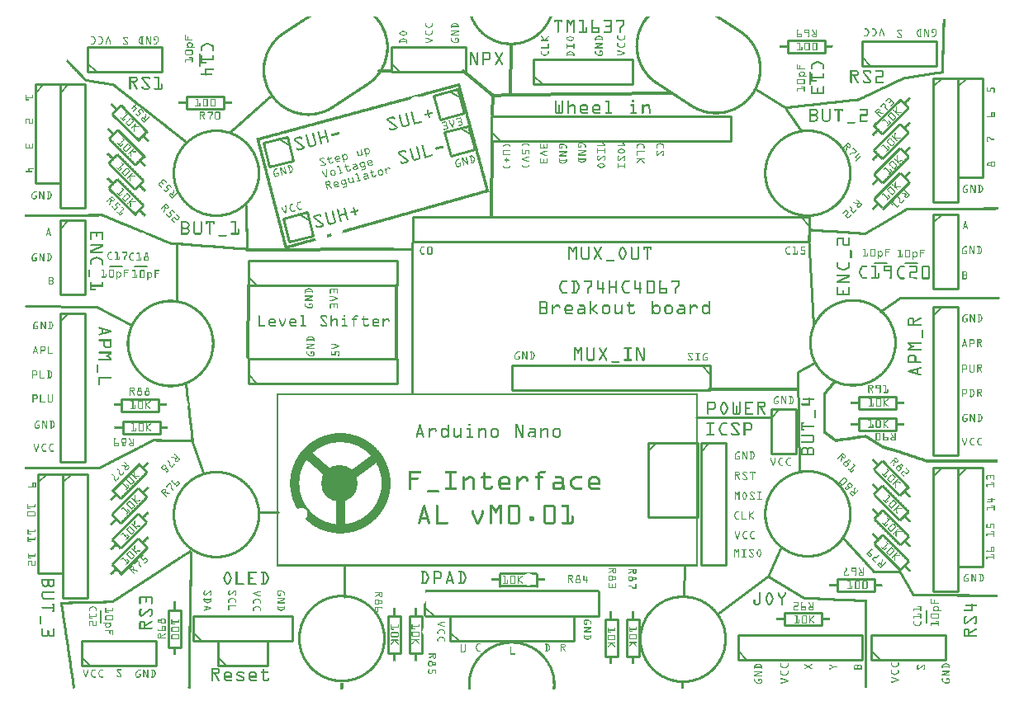
<source format=gto>
G04 MADE WITH FRITZING*
G04 WWW.FRITZING.ORG*
G04 DOUBLE SIDED*
G04 HOLES PLATED*
G04 CONTOUR ON CENTER OF CONTOUR VECTOR*
%ASAXBY*%
%FSLAX23Y23*%
%MOIN*%
%OFA0B0*%
%SFA1.0B1.0*%
%ADD10C,0.147831*%
%ADD11C,0.010000*%
%ADD12C,0.005000*%
%ADD13C,0.008000*%
%ADD14C,0.010433*%
%ADD15C,0.036614*%
%ADD16C,0.011811*%
%ADD17R,0.001000X0.001000*%
%LNSILK1*%
G90*
G70*
G54D10*
X1272Y830D03*
G54D11*
X2517Y996D02*
X2517Y696D01*
D02*
X2517Y696D02*
X2717Y696D01*
D02*
X2717Y696D02*
X2717Y996D01*
D02*
X2717Y996D02*
X2517Y996D01*
G54D12*
D02*
X2517Y961D02*
X2552Y996D01*
G54D11*
D02*
X3014Y1131D02*
X3014Y952D01*
D02*
X3014Y952D02*
X3114Y952D01*
D02*
X3114Y952D02*
X3114Y1131D01*
D02*
X3114Y1131D02*
X3014Y1131D01*
G54D12*
D02*
X3014Y1096D02*
X3049Y1131D01*
G54D11*
D02*
X2731Y994D02*
X2731Y500D01*
D02*
X2731Y500D02*
X2831Y500D01*
D02*
X2831Y500D02*
X2831Y994D01*
D02*
X2831Y994D02*
X2731Y994D01*
G54D12*
D02*
X2731Y959D02*
X2766Y994D01*
G54D11*
D02*
X43Y2444D02*
X43Y2044D01*
D02*
X43Y2044D02*
X143Y2044D01*
D02*
X143Y2044D02*
X143Y2444D01*
D02*
X143Y2444D02*
X43Y2444D01*
G54D12*
D02*
X43Y2409D02*
X78Y2444D01*
G54D11*
D02*
X56Y869D02*
X56Y469D01*
D02*
X56Y469D02*
X156Y469D01*
D02*
X156Y469D02*
X156Y869D01*
D02*
X156Y869D02*
X56Y869D01*
G54D12*
D02*
X56Y834D02*
X91Y869D01*
G54D11*
D02*
X1718Y194D02*
X2218Y194D01*
D02*
X2218Y194D02*
X2218Y294D01*
D02*
X2218Y294D02*
X1718Y294D01*
D02*
X1718Y294D02*
X1718Y194D01*
G54D12*
D02*
X1753Y194D02*
X1718Y229D01*
G54D11*
D02*
X3768Y894D02*
X3768Y494D01*
D02*
X3768Y494D02*
X3868Y494D01*
D02*
X3868Y494D02*
X3868Y894D01*
D02*
X3868Y894D02*
X3768Y894D01*
G54D12*
D02*
X3768Y859D02*
X3803Y894D01*
G54D11*
D02*
X3768Y2469D02*
X3768Y2069D01*
D02*
X3768Y2069D02*
X3868Y2069D01*
D02*
X3868Y2069D02*
X3868Y2469D01*
D02*
X3868Y2469D02*
X3768Y2469D01*
G54D12*
D02*
X3768Y2434D02*
X3803Y2469D01*
G54D11*
D02*
X1791Y2276D02*
X1695Y2250D01*
D02*
X1695Y2250D02*
X1720Y2154D01*
D02*
X1720Y2154D02*
X1817Y2180D01*
D02*
X1817Y2180D02*
X1791Y2276D01*
G54D12*
D02*
X1757Y2267D02*
X1800Y2243D01*
G54D11*
D02*
X1748Y2425D02*
X1651Y2399D01*
D02*
X1651Y2399D02*
X1677Y2303D01*
D02*
X1677Y2303D02*
X1774Y2329D01*
D02*
X1774Y2329D02*
X1748Y2425D01*
G54D12*
D02*
X1714Y2416D02*
X1757Y2391D01*
G54D11*
D02*
X1140Y1929D02*
X1044Y1903D01*
D02*
X1044Y1903D02*
X1069Y1807D01*
D02*
X1069Y1807D02*
X1166Y1833D01*
D02*
X1166Y1833D02*
X1140Y1929D01*
G54D12*
D02*
X1106Y1920D02*
X1149Y1895D01*
G54D11*
D02*
X1060Y2233D02*
X963Y2207D01*
D02*
X963Y2207D02*
X989Y2111D01*
D02*
X989Y2111D02*
X1085Y2136D01*
D02*
X1085Y2136D02*
X1060Y2233D01*
G54D12*
D02*
X1026Y2224D02*
X1069Y2199D01*
G54D11*
D02*
X681Y194D02*
X1081Y194D01*
D02*
X1081Y194D02*
X1081Y294D01*
D02*
X1081Y294D02*
X681Y294D01*
D02*
X681Y294D02*
X681Y194D01*
G54D12*
D02*
X716Y194D02*
X681Y229D01*
G54D11*
D02*
X2056Y2444D02*
X2456Y2444D01*
D02*
X2456Y2444D02*
X2456Y2544D01*
D02*
X2456Y2544D02*
X2056Y2544D01*
D02*
X2056Y2544D02*
X2056Y2444D01*
G54D12*
D02*
X2091Y2444D02*
X2056Y2479D01*
G54D11*
D02*
X2768Y1308D02*
X1968Y1308D01*
D02*
X1968Y1308D02*
X1968Y1208D01*
D02*
X1968Y1208D02*
X2768Y1208D01*
D02*
X2768Y1208D02*
X2768Y1308D01*
G54D12*
D02*
X2733Y1308D02*
X2768Y1273D01*
G54D11*
D02*
X3168Y1907D02*
X1568Y1907D01*
D02*
X1568Y1907D02*
X1568Y1807D01*
D02*
X1568Y1807D02*
X3168Y1807D01*
D02*
X3168Y1807D02*
X3168Y1907D01*
G54D12*
D02*
X3133Y1907D02*
X3168Y1872D01*
G54D11*
D02*
X3668Y1544D02*
X3668Y944D01*
D02*
X3668Y944D02*
X3768Y944D01*
D02*
X3768Y944D02*
X3768Y1544D01*
D02*
X3768Y1544D02*
X3668Y1544D01*
G54D12*
D02*
X3668Y1509D02*
X3703Y1544D01*
G54D11*
D02*
X143Y1519D02*
X143Y919D01*
D02*
X143Y919D02*
X243Y919D01*
D02*
X243Y919D02*
X243Y1519D01*
D02*
X243Y1519D02*
X143Y1519D01*
G54D12*
D02*
X143Y1484D02*
X178Y1519D01*
G54D11*
D02*
X2881Y119D02*
X3381Y119D01*
D02*
X3381Y119D02*
X3381Y219D01*
D02*
X3381Y219D02*
X2881Y219D01*
D02*
X2881Y219D02*
X2881Y119D01*
G54D12*
D02*
X2916Y119D02*
X2881Y154D01*
G54D11*
D02*
X1618Y294D02*
X2318Y294D01*
D02*
X2318Y294D02*
X2318Y394D01*
G54D12*
D02*
X1653Y294D02*
X1618Y329D01*
G54D11*
D02*
X3668Y894D02*
X3668Y394D01*
D02*
X3668Y394D02*
X3768Y394D01*
D02*
X3768Y394D02*
X3768Y894D01*
D02*
X3768Y894D02*
X3668Y894D01*
G54D12*
D02*
X3668Y859D02*
X3703Y894D01*
G54D11*
D02*
X156Y869D02*
X156Y369D01*
D02*
X156Y369D02*
X256Y369D01*
D02*
X256Y369D02*
X256Y869D01*
D02*
X256Y869D02*
X156Y869D01*
G54D12*
D02*
X156Y834D02*
X191Y869D01*
G54D11*
D02*
X3668Y2469D02*
X3668Y1969D01*
D02*
X3668Y1969D02*
X3768Y1969D01*
D02*
X3768Y1969D02*
X3768Y2469D01*
D02*
X3768Y2469D02*
X3668Y2469D01*
G54D12*
D02*
X3668Y2434D02*
X3703Y2469D01*
G54D11*
D02*
X143Y2444D02*
X143Y1944D01*
D02*
X143Y1944D02*
X243Y1944D01*
D02*
X243Y1944D02*
X243Y2444D01*
D02*
X243Y2444D02*
X143Y2444D01*
G54D12*
D02*
X143Y2409D02*
X178Y2444D01*
G54D11*
D02*
X781Y94D02*
X981Y94D01*
D02*
X981Y94D02*
X981Y194D01*
D02*
X981Y194D02*
X781Y194D01*
D02*
X781Y194D02*
X781Y94D01*
G54D12*
D02*
X816Y94D02*
X781Y129D01*
G54D11*
D02*
X3668Y1919D02*
X3668Y1619D01*
D02*
X3668Y1619D02*
X3768Y1619D01*
D02*
X3768Y1619D02*
X3768Y1919D01*
D02*
X3768Y1919D02*
X3668Y1919D01*
G54D12*
D02*
X3668Y1884D02*
X3703Y1919D01*
G54D11*
D02*
X143Y1894D02*
X143Y1594D01*
D02*
X143Y1594D02*
X243Y1594D01*
D02*
X243Y1594D02*
X243Y1894D01*
D02*
X243Y1894D02*
X143Y1894D01*
G54D12*
D02*
X143Y1859D02*
X178Y1894D01*
G54D11*
D02*
X3418Y119D02*
X3718Y119D01*
D02*
X3718Y119D02*
X3718Y219D01*
D02*
X3718Y219D02*
X3418Y219D01*
D02*
X3418Y219D02*
X3418Y119D01*
G54D12*
D02*
X3453Y119D02*
X3418Y154D01*
G54D11*
D02*
X231Y94D02*
X531Y94D01*
D02*
X531Y94D02*
X531Y194D01*
D02*
X531Y194D02*
X231Y194D01*
D02*
X231Y194D02*
X231Y94D01*
G54D12*
D02*
X266Y94D02*
X231Y129D01*
G54D11*
D02*
X3381Y2519D02*
X3681Y2519D01*
D02*
X3681Y2519D02*
X3681Y2619D01*
D02*
X3681Y2619D02*
X3381Y2619D01*
D02*
X3381Y2619D02*
X3381Y2519D01*
G54D12*
D02*
X3416Y2519D02*
X3381Y2554D01*
G54D11*
D02*
X256Y2494D02*
X556Y2494D01*
D02*
X556Y2494D02*
X556Y2594D01*
D02*
X556Y2594D02*
X256Y2594D01*
D02*
X256Y2594D02*
X256Y2494D01*
G54D12*
D02*
X291Y2494D02*
X256Y2529D01*
G54D11*
D02*
X1481Y2494D02*
X1781Y2494D01*
D02*
X1781Y2494D02*
X1781Y2594D01*
D02*
X1781Y2594D02*
X1481Y2594D01*
D02*
X1481Y2594D02*
X1481Y2494D01*
G54D12*
D02*
X1516Y2494D02*
X1481Y2529D01*
G54D11*
D02*
X655Y2394D02*
X805Y2394D01*
D02*
X805Y2394D02*
X805Y2344D01*
D02*
X805Y2344D02*
X655Y2344D01*
D02*
X655Y2344D02*
X655Y2394D01*
D02*
X3231Y2570D02*
X3081Y2570D01*
D02*
X3081Y2570D02*
X3081Y2620D01*
D02*
X3081Y2620D02*
X3231Y2620D01*
D02*
X3231Y2620D02*
X3231Y2570D01*
D02*
X581Y169D02*
X581Y319D01*
D02*
X581Y319D02*
X631Y319D01*
D02*
X631Y319D02*
X631Y169D01*
D02*
X631Y169D02*
X581Y169D01*
D02*
X3431Y395D02*
X3281Y395D01*
D02*
X3281Y395D02*
X3281Y445D01*
D02*
X3281Y445D02*
X3431Y445D01*
D02*
X3431Y445D02*
X3431Y395D01*
G54D13*
D02*
X3606Y1721D02*
X3556Y1721D01*
D02*
X3481Y1721D02*
X3431Y1721D01*
D02*
X493Y1708D02*
X443Y1708D01*
D02*
X393Y1708D02*
X343Y1708D01*
G54D11*
D02*
X3219Y257D02*
X3069Y257D01*
D02*
X3069Y257D02*
X3069Y307D01*
D02*
X3069Y307D02*
X3219Y307D01*
D02*
X3219Y307D02*
X3219Y257D01*
D02*
X2480Y282D02*
X2480Y132D01*
D02*
X2480Y132D02*
X2430Y132D01*
D02*
X2430Y132D02*
X2430Y282D01*
D02*
X2430Y282D02*
X2480Y282D01*
D02*
X2393Y282D02*
X2393Y132D01*
D02*
X2393Y132D02*
X2343Y132D01*
D02*
X2343Y132D02*
X2343Y282D01*
D02*
X2343Y282D02*
X2393Y282D01*
D02*
X3536Y480D02*
X3430Y586D01*
D02*
X495Y572D02*
X389Y466D01*
D02*
X3570Y2049D02*
X3464Y1943D01*
D02*
X447Y1917D02*
X340Y2023D01*
D02*
X2067Y466D02*
X2067Y416D01*
D02*
X1917Y416D02*
X1917Y466D01*
D02*
X3368Y1181D02*
X3518Y1181D01*
D02*
X3518Y1181D02*
X3518Y1131D01*
D02*
X3518Y1131D02*
X3368Y1131D01*
D02*
X3368Y1131D02*
X3368Y1181D01*
D02*
X3519Y1045D02*
X3369Y1045D01*
D02*
X3369Y1045D02*
X3369Y1095D01*
D02*
X3369Y1095D02*
X3519Y1095D01*
D02*
X3519Y1095D02*
X3519Y1045D01*
D02*
X547Y1031D02*
X397Y1031D01*
D02*
X397Y1031D02*
X397Y1081D01*
D02*
X397Y1081D02*
X547Y1081D01*
D02*
X547Y1081D02*
X547Y1031D01*
D02*
X392Y1173D02*
X542Y1173D01*
D02*
X542Y1173D02*
X542Y1123D01*
D02*
X542Y1123D02*
X392Y1123D01*
D02*
X392Y1123D02*
X392Y1173D01*
D02*
X1518Y295D02*
X1518Y145D01*
D02*
X1518Y145D02*
X1468Y145D01*
D02*
X1468Y145D02*
X1468Y295D01*
D02*
X1468Y295D02*
X1518Y295D01*
D02*
X1605Y145D02*
X1555Y145D01*
D02*
X1555Y145D02*
X1555Y295D01*
D02*
X1555Y295D02*
X1605Y295D01*
D02*
X3463Y921D02*
X3569Y815D01*
D02*
X354Y803D02*
X460Y909D01*
D02*
X3429Y2277D02*
X3535Y2383D01*
D02*
X461Y2217D02*
X355Y2323D01*
D02*
X390Y2358D02*
X496Y2252D01*
D02*
X378Y2258D02*
X484Y2152D01*
G54D13*
D02*
X707Y2519D02*
X707Y2569D01*
D02*
X3170Y2444D02*
X3170Y2494D01*
D02*
X307Y269D02*
X307Y319D01*
D02*
X3642Y319D02*
X3642Y269D01*
G54D11*
D02*
X1885Y2215D02*
X2851Y2215D01*
D02*
X2851Y2215D02*
X2851Y2315D01*
D02*
X2851Y2315D02*
X1885Y2315D01*
D02*
X1885Y2315D02*
X1885Y2215D01*
G54D12*
D02*
X1920Y2215D02*
X1885Y2250D01*
G54D11*
D02*
X904Y1630D02*
X1504Y1630D01*
D02*
X1504Y1630D02*
X1504Y1730D01*
D02*
X1504Y1730D02*
X904Y1730D01*
D02*
X904Y1730D02*
X904Y1630D01*
G54D12*
D02*
X939Y1630D02*
X904Y1665D01*
G54D11*
D02*
X904Y1235D02*
X1504Y1235D01*
D02*
X1504Y1235D02*
X1504Y1335D01*
D02*
X1504Y1335D02*
X904Y1335D01*
D02*
X904Y1335D02*
X904Y1235D01*
G54D12*
D02*
X939Y1235D02*
X904Y1270D01*
G54D14*
X616Y1565D02*
X616Y1795D01*
D02*
X5Y1547D02*
X292Y1545D01*
X432Y1471D01*
D02*
X679Y999D02*
X720Y874D01*
D02*
X949Y715D02*
X1023Y715D01*
D02*
X1290Y373D02*
X1290Y499D01*
D02*
X2664Y499D02*
X2662Y377D01*
D02*
X3002Y454D02*
X3052Y567D01*
D02*
X3074Y2349D02*
X2951Y2424D01*
D02*
X3930Y1583D02*
X3535Y1581D01*
X3458Y1528D01*
X3456Y1526D01*
D02*
X3185Y1472D02*
X3165Y1834D01*
D02*
X3128Y879D02*
X3122Y1280D01*
X3188Y1319D01*
D02*
X3008Y1098D02*
X2712Y1098D01*
D02*
X1565Y1804D02*
X1563Y1197D01*
D02*
X1484Y1777D02*
X1561Y1777D01*
D02*
G54D15*
X1419Y939D02*
X1273Y832D01*
X1139Y951D01*
D02*
X1275Y831D02*
X1273Y649D01*
D02*
G54D16*
X2766Y1212D02*
X3118Y1212D01*
D02*
X1961Y2402D02*
X2610Y2408D01*
D02*
X1888Y2323D02*
X1891Y2402D01*
D02*
X1888Y2216D02*
X1885Y1911D01*
D02*
X1961Y2405D02*
X1964Y2603D01*
D02*
X1432Y2497D02*
X1480Y2497D01*
D02*
X1771Y2497D02*
X1890Y2397D01*
X1957Y2403D01*
D02*
X1502Y1631D02*
X1502Y1335D01*
D02*
X905Y1631D02*
X902Y1341D01*
D02*
X899Y1775D02*
X1487Y1778D01*
D02*
G54D17*
X1137Y2717D02*
X1157Y2717D01*
X1408Y2717D02*
X1422Y2717D01*
X1799Y2717D02*
X1809Y2717D01*
X2119Y2717D02*
X2129Y2717D01*
X2509Y2717D02*
X2523Y2717D01*
X2788Y2717D02*
X2808Y2717D01*
X1136Y2716D02*
X1155Y2716D01*
X1409Y2716D02*
X1423Y2716D01*
X1799Y2716D02*
X1809Y2716D01*
X2118Y2716D02*
X2129Y2716D01*
X2508Y2716D02*
X2522Y2716D01*
X2790Y2716D02*
X2809Y2716D01*
X1134Y2715D02*
X1154Y2715D01*
X1410Y2715D02*
X1424Y2715D01*
X1799Y2715D02*
X1810Y2715D01*
X2118Y2715D02*
X2128Y2715D01*
X2507Y2715D02*
X2521Y2715D01*
X2791Y2715D02*
X2811Y2715D01*
X1133Y2714D02*
X1152Y2714D01*
X1411Y2714D02*
X1425Y2714D01*
X1800Y2714D02*
X1810Y2714D01*
X2118Y2714D02*
X2128Y2714D01*
X2507Y2714D02*
X2520Y2714D01*
X2793Y2714D02*
X2812Y2714D01*
X1131Y2713D02*
X1151Y2713D01*
X1412Y2713D02*
X1426Y2713D01*
X1800Y2713D02*
X1811Y2713D01*
X2117Y2713D02*
X2128Y2713D01*
X2506Y2713D02*
X2519Y2713D01*
X2794Y2713D02*
X2814Y2713D01*
X1130Y2712D02*
X1149Y2712D01*
X1413Y2712D02*
X1427Y2712D01*
X1801Y2712D02*
X1811Y2712D01*
X2117Y2712D02*
X2127Y2712D01*
X2505Y2712D02*
X2518Y2712D01*
X2796Y2712D02*
X2815Y2712D01*
X1128Y2711D02*
X1147Y2711D01*
X1414Y2711D02*
X1428Y2711D01*
X1801Y2711D02*
X1811Y2711D01*
X2116Y2711D02*
X2127Y2711D01*
X2504Y2711D02*
X2517Y2711D01*
X2797Y2711D02*
X2817Y2711D01*
X1127Y2710D02*
X1146Y2710D01*
X1415Y2710D02*
X1428Y2710D01*
X1801Y2710D02*
X1812Y2710D01*
X2116Y2710D02*
X2126Y2710D01*
X2503Y2710D02*
X2517Y2710D01*
X2799Y2710D02*
X2818Y2710D01*
X1125Y2709D02*
X1144Y2709D01*
X1416Y2709D02*
X1429Y2709D01*
X1802Y2709D02*
X1812Y2709D01*
X2115Y2709D02*
X2126Y2709D01*
X2503Y2709D02*
X2516Y2709D01*
X2800Y2709D02*
X2820Y2709D01*
X1124Y2708D02*
X1143Y2708D01*
X1417Y2708D02*
X1430Y2708D01*
X1802Y2708D02*
X1813Y2708D01*
X2115Y2708D02*
X2126Y2708D01*
X2502Y2708D02*
X2515Y2708D01*
X2802Y2708D02*
X2821Y2708D01*
X3707Y2708D02*
X3716Y2708D01*
X1122Y2707D02*
X1141Y2707D01*
X1417Y2707D02*
X1431Y2707D01*
X1803Y2707D02*
X1813Y2707D01*
X2115Y2707D02*
X2125Y2707D01*
X2501Y2707D02*
X2514Y2707D01*
X2803Y2707D02*
X2823Y2707D01*
X3707Y2707D02*
X3716Y2707D01*
X1120Y2706D02*
X1140Y2706D01*
X1418Y2706D02*
X1432Y2706D01*
X1803Y2706D02*
X1814Y2706D01*
X2114Y2706D02*
X2125Y2706D01*
X2137Y2706D02*
X2170Y2706D01*
X2187Y2706D02*
X2195Y2706D01*
X2213Y2706D02*
X2220Y2706D01*
X2240Y2706D02*
X2257Y2706D01*
X2290Y2706D02*
X2294Y2706D01*
X2340Y2706D02*
X2366Y2706D01*
X2390Y2706D02*
X2421Y2706D01*
X2501Y2706D02*
X2513Y2706D01*
X2805Y2706D02*
X2824Y2706D01*
X3707Y2706D02*
X3716Y2706D01*
X1119Y2705D02*
X1138Y2705D01*
X1419Y2705D02*
X1432Y2705D01*
X1804Y2705D02*
X1814Y2705D01*
X2114Y2705D02*
X2124Y2705D01*
X2137Y2705D02*
X2170Y2705D01*
X2187Y2705D02*
X2196Y2705D01*
X2212Y2705D02*
X2221Y2705D01*
X2238Y2705D02*
X2257Y2705D01*
X2288Y2705D02*
X2296Y2705D01*
X2339Y2705D02*
X2368Y2705D01*
X2389Y2705D02*
X2421Y2705D01*
X2500Y2705D02*
X2513Y2705D01*
X2806Y2705D02*
X2826Y2705D01*
X3707Y2705D02*
X3716Y2705D01*
X1117Y2704D02*
X1137Y2704D01*
X1420Y2704D02*
X1433Y2704D01*
X1804Y2704D02*
X1815Y2704D01*
X2113Y2704D02*
X2124Y2704D01*
X2137Y2704D02*
X2170Y2704D01*
X2187Y2704D02*
X2196Y2704D01*
X2211Y2704D02*
X2221Y2704D01*
X2237Y2704D02*
X2257Y2704D01*
X2288Y2704D02*
X2297Y2704D01*
X2338Y2704D02*
X2369Y2704D01*
X2388Y2704D02*
X2421Y2704D01*
X2499Y2704D02*
X2512Y2704D01*
X2808Y2704D02*
X2827Y2704D01*
X3707Y2704D02*
X3716Y2704D01*
X1116Y2703D02*
X1135Y2703D01*
X1421Y2703D02*
X1434Y2703D01*
X1805Y2703D02*
X1815Y2703D01*
X2112Y2703D02*
X2123Y2703D01*
X2137Y2703D02*
X2170Y2703D01*
X2187Y2703D02*
X2197Y2703D01*
X2210Y2703D02*
X2221Y2703D01*
X2237Y2703D02*
X2257Y2703D01*
X2287Y2703D02*
X2297Y2703D01*
X2338Y2703D02*
X2370Y2703D01*
X2388Y2703D02*
X2421Y2703D01*
X2498Y2703D02*
X2511Y2703D01*
X2810Y2703D02*
X2829Y2703D01*
X3707Y2703D02*
X3716Y2703D01*
X1114Y2702D02*
X1134Y2702D01*
X1422Y2702D02*
X1435Y2702D01*
X1805Y2702D02*
X1816Y2702D01*
X2112Y2702D02*
X2123Y2702D01*
X2137Y2702D02*
X2170Y2702D01*
X2187Y2702D02*
X2198Y2702D01*
X2210Y2702D02*
X2221Y2702D01*
X2237Y2702D02*
X2257Y2702D01*
X2287Y2702D02*
X2297Y2702D01*
X2338Y2702D02*
X2371Y2702D01*
X2388Y2702D02*
X2421Y2702D01*
X2498Y2702D02*
X2510Y2702D01*
X2811Y2702D02*
X2830Y2702D01*
X3707Y2702D02*
X3716Y2702D01*
X1113Y2701D02*
X1132Y2701D01*
X1422Y2701D02*
X1435Y2701D01*
X1806Y2701D02*
X1816Y2701D01*
X2111Y2701D02*
X2122Y2701D01*
X2137Y2701D02*
X2170Y2701D01*
X2187Y2701D02*
X2198Y2701D01*
X2209Y2701D02*
X2221Y2701D01*
X2238Y2701D02*
X2257Y2701D01*
X2287Y2701D02*
X2296Y2701D01*
X2338Y2701D02*
X2371Y2701D01*
X2388Y2701D02*
X2421Y2701D01*
X2497Y2701D02*
X2510Y2701D01*
X2813Y2701D02*
X2832Y2701D01*
X3707Y2701D02*
X3716Y2701D01*
X1111Y2700D02*
X1131Y2700D01*
X1423Y2700D02*
X1436Y2700D01*
X1806Y2700D02*
X1817Y2700D01*
X2111Y2700D02*
X2122Y2700D01*
X2137Y2700D02*
X2170Y2700D01*
X2187Y2700D02*
X2199Y2700D01*
X2208Y2700D02*
X2221Y2700D01*
X2239Y2700D02*
X2257Y2700D01*
X2287Y2700D02*
X2295Y2700D01*
X2339Y2700D02*
X2371Y2700D01*
X2388Y2700D02*
X2421Y2700D01*
X2496Y2700D02*
X2509Y2700D01*
X2814Y2700D02*
X2833Y2700D01*
X3707Y2700D02*
X3716Y2700D01*
X1110Y2699D02*
X1129Y2699D01*
X1424Y2699D02*
X1437Y2699D01*
X1807Y2699D02*
X1817Y2699D01*
X2110Y2699D02*
X2121Y2699D01*
X2137Y2699D02*
X2143Y2699D01*
X2150Y2699D02*
X2157Y2699D01*
X2164Y2699D02*
X2170Y2699D01*
X2187Y2699D02*
X2200Y2699D01*
X2208Y2699D02*
X2221Y2699D01*
X2251Y2699D02*
X2257Y2699D01*
X2287Y2699D02*
X2293Y2699D01*
X2365Y2699D02*
X2371Y2699D01*
X2388Y2699D02*
X2394Y2699D01*
X2415Y2699D02*
X2421Y2699D01*
X2496Y2699D02*
X2508Y2699D01*
X2816Y2699D02*
X2835Y2699D01*
X3707Y2699D02*
X3716Y2699D01*
X1108Y2698D02*
X1128Y2698D01*
X1425Y2698D02*
X1437Y2698D01*
X1807Y2698D02*
X1818Y2698D01*
X2110Y2698D02*
X2121Y2698D01*
X2137Y2698D02*
X2143Y2698D01*
X2151Y2698D02*
X2157Y2698D01*
X2164Y2698D02*
X2170Y2698D01*
X2187Y2698D02*
X2200Y2698D01*
X2207Y2698D02*
X2221Y2698D01*
X2251Y2698D02*
X2257Y2698D01*
X2287Y2698D02*
X2293Y2698D01*
X2365Y2698D02*
X2371Y2698D01*
X2388Y2698D02*
X2393Y2698D01*
X2415Y2698D02*
X2421Y2698D01*
X2495Y2698D02*
X2508Y2698D01*
X2817Y2698D02*
X2837Y2698D01*
X3707Y2698D02*
X3716Y2698D01*
X1107Y2697D02*
X1126Y2697D01*
X1425Y2697D02*
X1438Y2697D01*
X1808Y2697D02*
X1819Y2697D01*
X2109Y2697D02*
X2120Y2697D01*
X2137Y2697D02*
X2143Y2697D01*
X2151Y2697D02*
X2157Y2697D01*
X2164Y2697D02*
X2170Y2697D01*
X2187Y2697D02*
X2201Y2697D01*
X2206Y2697D02*
X2221Y2697D01*
X2251Y2697D02*
X2257Y2697D01*
X2287Y2697D02*
X2293Y2697D01*
X2365Y2697D02*
X2371Y2697D01*
X2389Y2697D02*
X2392Y2697D01*
X2415Y2697D02*
X2421Y2697D01*
X2495Y2697D02*
X2507Y2697D01*
X2819Y2697D02*
X2838Y2697D01*
X3707Y2697D02*
X3716Y2697D01*
X1105Y2696D02*
X1125Y2696D01*
X1426Y2696D02*
X1439Y2696D01*
X1808Y2696D02*
X1819Y2696D01*
X2109Y2696D02*
X2120Y2696D01*
X2137Y2696D02*
X2143Y2696D01*
X2151Y2696D02*
X2157Y2696D01*
X2164Y2696D02*
X2170Y2696D01*
X2187Y2696D02*
X2202Y2696D01*
X2206Y2696D02*
X2221Y2696D01*
X2251Y2696D02*
X2257Y2696D01*
X2287Y2696D02*
X2293Y2696D01*
X2365Y2696D02*
X2371Y2696D01*
X2415Y2696D02*
X2421Y2696D01*
X2494Y2696D02*
X2506Y2696D01*
X2820Y2696D02*
X2840Y2696D01*
X3707Y2696D02*
X3716Y2696D01*
X1104Y2695D02*
X1123Y2695D01*
X1427Y2695D02*
X1439Y2695D01*
X1809Y2695D02*
X1820Y2695D01*
X2108Y2695D02*
X2119Y2695D01*
X2137Y2695D02*
X2142Y2695D01*
X2151Y2695D02*
X2157Y2695D01*
X2165Y2695D02*
X2170Y2695D01*
X2187Y2695D02*
X2193Y2695D01*
X2195Y2695D02*
X2203Y2695D01*
X2205Y2695D02*
X2212Y2695D01*
X2215Y2695D02*
X2221Y2695D01*
X2251Y2695D02*
X2257Y2695D01*
X2287Y2695D02*
X2293Y2695D01*
X2365Y2695D02*
X2371Y2695D01*
X2415Y2695D02*
X2421Y2695D01*
X2493Y2695D02*
X2505Y2695D01*
X2822Y2695D02*
X2841Y2695D01*
X3707Y2695D02*
X3716Y2695D01*
X1102Y2694D02*
X1122Y2694D01*
X1428Y2694D02*
X1440Y2694D01*
X1809Y2694D02*
X1820Y2694D01*
X2107Y2694D02*
X2119Y2694D01*
X2138Y2694D02*
X2141Y2694D01*
X2151Y2694D02*
X2157Y2694D01*
X2166Y2694D02*
X2169Y2694D01*
X2187Y2694D02*
X2193Y2694D01*
X2196Y2694D02*
X2212Y2694D01*
X2215Y2694D02*
X2221Y2694D01*
X2251Y2694D02*
X2257Y2694D01*
X2287Y2694D02*
X2293Y2694D01*
X2365Y2694D02*
X2371Y2694D01*
X2415Y2694D02*
X2421Y2694D01*
X2493Y2694D02*
X2505Y2694D01*
X2823Y2694D02*
X2843Y2694D01*
X3707Y2694D02*
X3716Y2694D01*
X1101Y2693D02*
X1120Y2693D01*
X1428Y2693D02*
X1441Y2693D01*
X1810Y2693D02*
X1821Y2693D01*
X2107Y2693D02*
X2118Y2693D01*
X2151Y2693D02*
X2157Y2693D01*
X2187Y2693D02*
X2193Y2693D01*
X2196Y2693D02*
X2211Y2693D01*
X2215Y2693D02*
X2221Y2693D01*
X2251Y2693D02*
X2257Y2693D01*
X2287Y2693D02*
X2293Y2693D01*
X2365Y2693D02*
X2371Y2693D01*
X2415Y2693D02*
X2421Y2693D01*
X2492Y2693D02*
X2504Y2693D01*
X2825Y2693D02*
X2844Y2693D01*
X3707Y2693D02*
X3716Y2693D01*
X1099Y2692D02*
X1119Y2692D01*
X1429Y2692D02*
X1441Y2692D01*
X1617Y2692D02*
X1619Y2692D01*
X1646Y2692D02*
X1648Y2692D01*
X1734Y2692D02*
X1740Y2692D01*
X1810Y2692D02*
X1821Y2692D01*
X2106Y2692D02*
X2118Y2692D01*
X2151Y2692D02*
X2157Y2692D01*
X2187Y2692D02*
X2193Y2692D01*
X2197Y2692D02*
X2210Y2692D01*
X2215Y2692D02*
X2221Y2692D01*
X2251Y2692D02*
X2257Y2692D01*
X2287Y2692D02*
X2293Y2692D01*
X2365Y2692D02*
X2371Y2692D01*
X2415Y2692D02*
X2421Y2692D01*
X2491Y2692D02*
X2504Y2692D01*
X2826Y2692D02*
X2846Y2692D01*
X3707Y2692D02*
X3716Y2692D01*
X1098Y2691D02*
X1117Y2691D01*
X1430Y2691D02*
X1442Y2691D01*
X1617Y2691D02*
X1620Y2691D01*
X1645Y2691D02*
X1648Y2691D01*
X1732Y2691D02*
X1742Y2691D01*
X1811Y2691D02*
X1822Y2691D01*
X2106Y2691D02*
X2117Y2691D01*
X2151Y2691D02*
X2157Y2691D01*
X2187Y2691D02*
X2193Y2691D01*
X2198Y2691D02*
X2210Y2691D01*
X2215Y2691D02*
X2221Y2691D01*
X2251Y2691D02*
X2257Y2691D01*
X2287Y2691D02*
X2293Y2691D01*
X2365Y2691D02*
X2371Y2691D01*
X2415Y2691D02*
X2421Y2691D01*
X2491Y2691D02*
X2503Y2691D01*
X2828Y2691D02*
X2847Y2691D01*
X3707Y2691D02*
X3716Y2691D01*
X1096Y2690D02*
X1115Y2690D01*
X1430Y2690D02*
X1443Y2690D01*
X1617Y2690D02*
X1620Y2690D01*
X1645Y2690D02*
X1648Y2690D01*
X1730Y2690D02*
X1744Y2690D01*
X1811Y2690D02*
X1823Y2690D01*
X2105Y2690D02*
X2116Y2690D01*
X2151Y2690D02*
X2157Y2690D01*
X2187Y2690D02*
X2193Y2690D01*
X2198Y2690D02*
X2209Y2690D01*
X2215Y2690D02*
X2221Y2690D01*
X2251Y2690D02*
X2257Y2690D01*
X2287Y2690D02*
X2293Y2690D01*
X2365Y2690D02*
X2371Y2690D01*
X2415Y2690D02*
X2421Y2690D01*
X2490Y2690D02*
X2502Y2690D01*
X2829Y2690D02*
X2849Y2690D01*
X3706Y2690D02*
X3716Y2690D01*
X1095Y2689D02*
X1114Y2689D01*
X1431Y2689D02*
X1443Y2689D01*
X1617Y2689D02*
X1620Y2689D01*
X1645Y2689D02*
X1648Y2689D01*
X1728Y2689D02*
X1746Y2689D01*
X1812Y2689D02*
X1823Y2689D01*
X2104Y2689D02*
X2116Y2689D01*
X2151Y2689D02*
X2157Y2689D01*
X2187Y2689D02*
X2193Y2689D01*
X2199Y2689D02*
X2208Y2689D01*
X2215Y2689D02*
X2221Y2689D01*
X2251Y2689D02*
X2257Y2689D01*
X2287Y2689D02*
X2293Y2689D01*
X2365Y2689D02*
X2371Y2689D01*
X2415Y2689D02*
X2421Y2689D01*
X2490Y2689D02*
X2502Y2689D01*
X2831Y2689D02*
X2850Y2689D01*
X3706Y2689D02*
X3716Y2689D01*
X1093Y2688D02*
X1112Y2688D01*
X1432Y2688D02*
X1444Y2688D01*
X1617Y2688D02*
X1620Y2688D01*
X1645Y2688D02*
X1648Y2688D01*
X1726Y2688D02*
X1734Y2688D01*
X1739Y2688D02*
X1748Y2688D01*
X1813Y2688D02*
X1824Y2688D01*
X2104Y2688D02*
X2115Y2688D01*
X2151Y2688D02*
X2157Y2688D01*
X2187Y2688D02*
X2193Y2688D01*
X2200Y2688D02*
X2208Y2688D01*
X2215Y2688D02*
X2221Y2688D01*
X2251Y2688D02*
X2257Y2688D01*
X2287Y2688D02*
X2293Y2688D01*
X2365Y2688D02*
X2371Y2688D01*
X2415Y2688D02*
X2421Y2688D01*
X2489Y2688D02*
X2501Y2688D01*
X2832Y2688D02*
X2852Y2688D01*
X3706Y2688D02*
X3716Y2688D01*
X1092Y2687D02*
X1111Y2687D01*
X1432Y2687D02*
X1444Y2687D01*
X1617Y2687D02*
X1620Y2687D01*
X1645Y2687D02*
X1648Y2687D01*
X1724Y2687D02*
X1732Y2687D01*
X1741Y2687D02*
X1750Y2687D01*
X1813Y2687D02*
X1825Y2687D01*
X2103Y2687D02*
X2115Y2687D01*
X2151Y2687D02*
X2157Y2687D01*
X2187Y2687D02*
X2193Y2687D01*
X2201Y2687D02*
X2207Y2687D01*
X2215Y2687D02*
X2221Y2687D01*
X2251Y2687D02*
X2257Y2687D01*
X2287Y2687D02*
X2293Y2687D01*
X2365Y2687D02*
X2371Y2687D01*
X2415Y2687D02*
X2421Y2687D01*
X2489Y2687D02*
X2500Y2687D01*
X2834Y2687D02*
X2853Y2687D01*
X3706Y2687D02*
X3716Y2687D01*
X1090Y2686D02*
X1109Y2686D01*
X1433Y2686D02*
X1445Y2686D01*
X1617Y2686D02*
X1620Y2686D01*
X1645Y2686D02*
X1648Y2686D01*
X1723Y2686D02*
X1730Y2686D01*
X1743Y2686D02*
X1751Y2686D01*
X1814Y2686D02*
X1825Y2686D01*
X2102Y2686D02*
X2114Y2686D01*
X2151Y2686D02*
X2157Y2686D01*
X2187Y2686D02*
X2193Y2686D01*
X2201Y2686D02*
X2207Y2686D01*
X2215Y2686D02*
X2221Y2686D01*
X2251Y2686D02*
X2257Y2686D01*
X2287Y2686D02*
X2293Y2686D01*
X2365Y2686D02*
X2371Y2686D01*
X2415Y2686D02*
X2421Y2686D01*
X2488Y2686D02*
X2500Y2686D01*
X2835Y2686D02*
X2855Y2686D01*
X3706Y2686D02*
X3716Y2686D01*
X1088Y2685D02*
X1108Y2685D01*
X1434Y2685D02*
X1446Y2685D01*
X1617Y2685D02*
X1620Y2685D01*
X1645Y2685D02*
X1648Y2685D01*
X1722Y2685D02*
X1728Y2685D01*
X1745Y2685D02*
X1752Y2685D01*
X1814Y2685D02*
X1826Y2685D01*
X2102Y2685D02*
X2113Y2685D01*
X2151Y2685D02*
X2157Y2685D01*
X2187Y2685D02*
X2193Y2685D01*
X2201Y2685D02*
X2207Y2685D01*
X2215Y2685D02*
X2221Y2685D01*
X2251Y2685D02*
X2257Y2685D01*
X2287Y2685D02*
X2293Y2685D01*
X2365Y2685D02*
X2371Y2685D01*
X2413Y2685D02*
X2421Y2685D01*
X2488Y2685D02*
X2499Y2685D01*
X2837Y2685D02*
X2856Y2685D01*
X3706Y2685D02*
X3716Y2685D01*
X1087Y2684D02*
X1106Y2684D01*
X1434Y2684D02*
X1446Y2684D01*
X1617Y2684D02*
X1620Y2684D01*
X1645Y2684D02*
X1648Y2684D01*
X1721Y2684D02*
X1726Y2684D01*
X1747Y2684D02*
X1752Y2684D01*
X1815Y2684D02*
X1827Y2684D01*
X2101Y2684D02*
X2113Y2684D01*
X2151Y2684D02*
X2157Y2684D01*
X2187Y2684D02*
X2193Y2684D01*
X2201Y2684D02*
X2207Y2684D01*
X2215Y2684D02*
X2221Y2684D01*
X2251Y2684D02*
X2257Y2684D01*
X2287Y2684D02*
X2293Y2684D01*
X2364Y2684D02*
X2371Y2684D01*
X2412Y2684D02*
X2421Y2684D01*
X2487Y2684D02*
X2499Y2684D01*
X2839Y2684D02*
X2858Y2684D01*
X3706Y2684D02*
X3716Y2684D01*
X1085Y2683D02*
X1105Y2683D01*
X1435Y2683D02*
X1447Y2683D01*
X1617Y2683D02*
X1620Y2683D01*
X1645Y2683D02*
X1648Y2683D01*
X1721Y2683D02*
X1725Y2683D01*
X1749Y2683D02*
X1752Y2683D01*
X1816Y2683D02*
X1827Y2683D01*
X2100Y2683D02*
X2112Y2683D01*
X2151Y2683D02*
X2157Y2683D01*
X2187Y2683D02*
X2193Y2683D01*
X2201Y2683D02*
X2206Y2683D01*
X2215Y2683D02*
X2221Y2683D01*
X2251Y2683D02*
X2257Y2683D01*
X2287Y2683D02*
X2293Y2683D01*
X2363Y2683D02*
X2371Y2683D01*
X2411Y2683D02*
X2421Y2683D01*
X2487Y2683D02*
X2498Y2683D01*
X2840Y2683D02*
X2859Y2683D01*
X3706Y2683D02*
X3716Y2683D01*
X1084Y2682D02*
X1103Y2682D01*
X1435Y2682D02*
X1447Y2682D01*
X1617Y2682D02*
X1620Y2682D01*
X1645Y2682D02*
X1648Y2682D01*
X1721Y2682D02*
X1724Y2682D01*
X1749Y2682D02*
X1753Y2682D01*
X1816Y2682D02*
X1828Y2682D01*
X2100Y2682D02*
X2111Y2682D01*
X2151Y2682D02*
X2157Y2682D01*
X2187Y2682D02*
X2193Y2682D01*
X2203Y2682D02*
X2205Y2682D01*
X2215Y2682D02*
X2221Y2682D01*
X2251Y2682D02*
X2257Y2682D01*
X2287Y2682D02*
X2293Y2682D01*
X2346Y2682D02*
X2370Y2682D01*
X2410Y2682D02*
X2420Y2682D01*
X2486Y2682D02*
X2498Y2682D01*
X2842Y2682D02*
X2861Y2682D01*
X3706Y2682D02*
X3716Y2682D01*
X1082Y2681D02*
X1102Y2681D01*
X1436Y2681D02*
X1448Y2681D01*
X1617Y2681D02*
X1621Y2681D01*
X1644Y2681D02*
X1648Y2681D01*
X1721Y2681D02*
X1724Y2681D01*
X1749Y2681D02*
X1753Y2681D01*
X1817Y2681D02*
X1829Y2681D01*
X2099Y2681D02*
X2111Y2681D01*
X2151Y2681D02*
X2157Y2681D01*
X2187Y2681D02*
X2193Y2681D01*
X2215Y2681D02*
X2221Y2681D01*
X2251Y2681D02*
X2257Y2681D01*
X2287Y2681D02*
X2293Y2681D01*
X2345Y2681D02*
X2370Y2681D01*
X2409Y2681D02*
X2419Y2681D01*
X2486Y2681D02*
X2497Y2681D01*
X2843Y2681D02*
X2862Y2681D01*
X3706Y2681D02*
X3716Y2681D01*
X1081Y2680D02*
X1100Y2680D01*
X1437Y2680D02*
X1448Y2680D01*
X1617Y2680D02*
X1623Y2680D01*
X1643Y2680D02*
X1648Y2680D01*
X1721Y2680D02*
X1753Y2680D01*
X1818Y2680D02*
X1830Y2680D01*
X2098Y2680D02*
X2110Y2680D01*
X2151Y2680D02*
X2157Y2680D01*
X2187Y2680D02*
X2193Y2680D01*
X2215Y2680D02*
X2221Y2680D01*
X2251Y2680D02*
X2257Y2680D01*
X2287Y2680D02*
X2293Y2680D01*
X2345Y2680D02*
X2369Y2680D01*
X2408Y2680D02*
X2417Y2680D01*
X2485Y2680D02*
X2497Y2680D01*
X2845Y2680D02*
X2864Y2680D01*
X3706Y2680D02*
X3716Y2680D01*
X1079Y2679D02*
X1099Y2679D01*
X1437Y2679D02*
X1449Y2679D01*
X1618Y2679D02*
X1624Y2679D01*
X1641Y2679D02*
X1647Y2679D01*
X1721Y2679D02*
X1753Y2679D01*
X1818Y2679D02*
X1830Y2679D01*
X2097Y2679D02*
X2109Y2679D01*
X2151Y2679D02*
X2157Y2679D01*
X2187Y2679D02*
X2193Y2679D01*
X2215Y2679D02*
X2221Y2679D01*
X2251Y2679D02*
X2257Y2679D01*
X2287Y2679D02*
X2293Y2679D01*
X2345Y2679D02*
X2369Y2679D01*
X2406Y2679D02*
X2416Y2679D01*
X2485Y2679D02*
X2496Y2679D01*
X2846Y2679D02*
X2865Y2679D01*
X3706Y2679D02*
X3716Y2679D01*
X1078Y2678D02*
X1097Y2678D01*
X1438Y2678D02*
X1449Y2678D01*
X1619Y2678D02*
X1626Y2678D01*
X1639Y2678D02*
X1646Y2678D01*
X1721Y2678D02*
X1753Y2678D01*
X1819Y2678D02*
X1831Y2678D01*
X2097Y2678D02*
X2109Y2678D01*
X2151Y2678D02*
X2157Y2678D01*
X2187Y2678D02*
X2193Y2678D01*
X2215Y2678D02*
X2221Y2678D01*
X2251Y2678D02*
X2257Y2678D01*
X2287Y2678D02*
X2293Y2678D01*
X2345Y2678D02*
X2369Y2678D01*
X2405Y2678D02*
X2415Y2678D01*
X2484Y2678D02*
X2496Y2678D01*
X2848Y2678D02*
X2867Y2678D01*
X3706Y2678D02*
X3716Y2678D01*
X1076Y2677D02*
X1096Y2677D01*
X1438Y2677D02*
X1450Y2677D01*
X1620Y2677D02*
X1628Y2677D01*
X1637Y2677D02*
X1645Y2677D01*
X1721Y2677D02*
X1753Y2677D01*
X1820Y2677D02*
X1832Y2677D01*
X2096Y2677D02*
X2108Y2677D01*
X2151Y2677D02*
X2157Y2677D01*
X2187Y2677D02*
X2193Y2677D01*
X2215Y2677D02*
X2221Y2677D01*
X2251Y2677D02*
X2257Y2677D01*
X2287Y2677D02*
X2294Y2677D01*
X2345Y2677D02*
X2370Y2677D01*
X2404Y2677D02*
X2414Y2677D01*
X2484Y2677D02*
X2495Y2677D01*
X2849Y2677D02*
X2869Y2677D01*
X3706Y2677D02*
X3716Y2677D01*
X1075Y2676D02*
X1094Y2676D01*
X1439Y2676D02*
X1450Y2676D01*
X1622Y2676D02*
X1631Y2676D01*
X1634Y2676D02*
X1643Y2676D01*
X1721Y2676D02*
X1753Y2676D01*
X1820Y2676D02*
X1833Y2676D01*
X2095Y2676D02*
X2107Y2676D01*
X2151Y2676D02*
X2157Y2676D01*
X2187Y2676D02*
X2193Y2676D01*
X2215Y2676D02*
X2221Y2676D01*
X2251Y2676D02*
X2257Y2676D01*
X2266Y2676D02*
X2269Y2676D01*
X2287Y2676D02*
X2320Y2676D01*
X2347Y2676D02*
X2370Y2676D01*
X2403Y2676D02*
X2413Y2676D01*
X2483Y2676D02*
X2495Y2676D01*
X2851Y2676D02*
X2870Y2676D01*
X3706Y2676D02*
X3716Y2676D01*
X1073Y2675D02*
X1093Y2675D01*
X1439Y2675D02*
X1451Y2675D01*
X1624Y2675D02*
X1641Y2675D01*
X1721Y2675D02*
X1724Y2675D01*
X1749Y2675D02*
X1753Y2675D01*
X1821Y2675D02*
X1834Y2675D01*
X2094Y2675D02*
X2107Y2675D01*
X2151Y2675D02*
X2157Y2675D01*
X2187Y2675D02*
X2193Y2675D01*
X2215Y2675D02*
X2221Y2675D01*
X2251Y2675D02*
X2257Y2675D01*
X2265Y2675D02*
X2270Y2675D01*
X2287Y2675D02*
X2320Y2675D01*
X2363Y2675D02*
X2371Y2675D01*
X2402Y2675D02*
X2412Y2675D01*
X2483Y2675D02*
X2494Y2675D01*
X2852Y2675D02*
X2872Y2675D01*
X3706Y2675D02*
X3716Y2675D01*
X1072Y2674D02*
X1091Y2674D01*
X1440Y2674D02*
X1451Y2674D01*
X1626Y2674D02*
X1639Y2674D01*
X1721Y2674D02*
X1724Y2674D01*
X1749Y2674D02*
X1753Y2674D01*
X1822Y2674D02*
X1834Y2674D01*
X2093Y2674D02*
X2106Y2674D01*
X2151Y2674D02*
X2157Y2674D01*
X2187Y2674D02*
X2193Y2674D01*
X2215Y2674D02*
X2221Y2674D01*
X2251Y2674D02*
X2257Y2674D01*
X2265Y2674D02*
X2271Y2674D01*
X2287Y2674D02*
X2321Y2674D01*
X2364Y2674D02*
X2371Y2674D01*
X2402Y2674D02*
X2410Y2674D01*
X2482Y2674D02*
X2494Y2674D01*
X2854Y2674D02*
X2873Y2674D01*
X3706Y2674D02*
X3715Y2674D01*
X1070Y2673D02*
X1090Y2673D01*
X1440Y2673D02*
X1452Y2673D01*
X1628Y2673D02*
X1637Y2673D01*
X1721Y2673D02*
X1724Y2673D01*
X1750Y2673D02*
X1752Y2673D01*
X1823Y2673D02*
X1835Y2673D01*
X2093Y2673D02*
X2105Y2673D01*
X2151Y2673D02*
X2157Y2673D01*
X2187Y2673D02*
X2193Y2673D01*
X2215Y2673D02*
X2221Y2673D01*
X2251Y2673D02*
X2257Y2673D01*
X2265Y2673D02*
X2271Y2673D01*
X2287Y2673D02*
X2321Y2673D01*
X2365Y2673D02*
X2371Y2673D01*
X2402Y2673D02*
X2409Y2673D01*
X2482Y2673D02*
X2493Y2673D01*
X2855Y2673D02*
X2875Y2673D01*
X3706Y2673D02*
X3715Y2673D01*
X1069Y2672D02*
X1088Y2672D01*
X1441Y2672D02*
X1452Y2672D01*
X1630Y2672D02*
X1635Y2672D01*
X1722Y2672D02*
X1723Y2672D01*
X1751Y2672D02*
X1751Y2672D01*
X1823Y2672D02*
X1836Y2672D01*
X2092Y2672D02*
X2104Y2672D01*
X2151Y2672D02*
X2157Y2672D01*
X2187Y2672D02*
X2193Y2672D01*
X2215Y2672D02*
X2221Y2672D01*
X2251Y2672D02*
X2257Y2672D01*
X2265Y2672D02*
X2271Y2672D01*
X2287Y2672D02*
X2321Y2672D01*
X2365Y2672D02*
X2371Y2672D01*
X2402Y2672D02*
X2408Y2672D01*
X2481Y2672D02*
X2493Y2672D01*
X2857Y2672D02*
X2876Y2672D01*
X3706Y2672D02*
X3715Y2672D01*
X1067Y2671D02*
X1086Y2671D01*
X1441Y2671D02*
X1453Y2671D01*
X1824Y2671D02*
X1837Y2671D01*
X2091Y2671D02*
X2104Y2671D01*
X2151Y2671D02*
X2157Y2671D01*
X2187Y2671D02*
X2193Y2671D01*
X2215Y2671D02*
X2221Y2671D01*
X2251Y2671D02*
X2257Y2671D01*
X2265Y2671D02*
X2271Y2671D01*
X2287Y2671D02*
X2321Y2671D01*
X2365Y2671D02*
X2371Y2671D01*
X2402Y2671D02*
X2408Y2671D01*
X2481Y2671D02*
X2492Y2671D01*
X2858Y2671D02*
X2878Y2671D01*
X3706Y2671D02*
X3715Y2671D01*
X1066Y2670D02*
X1085Y2670D01*
X1442Y2670D02*
X1453Y2670D01*
X1825Y2670D02*
X1838Y2670D01*
X2090Y2670D02*
X2103Y2670D01*
X2151Y2670D02*
X2157Y2670D01*
X2187Y2670D02*
X2193Y2670D01*
X2215Y2670D02*
X2221Y2670D01*
X2251Y2670D02*
X2257Y2670D01*
X2265Y2670D02*
X2271Y2670D01*
X2287Y2670D02*
X2321Y2670D01*
X2365Y2670D02*
X2371Y2670D01*
X2402Y2670D02*
X2408Y2670D01*
X2481Y2670D02*
X2492Y2670D01*
X2860Y2670D02*
X2879Y2670D01*
X3390Y2670D02*
X3400Y2670D01*
X3420Y2670D02*
X3431Y2670D01*
X3459Y2670D02*
X3460Y2670D01*
X3706Y2670D02*
X3715Y2670D01*
X1064Y2669D02*
X1083Y2669D01*
X1442Y2669D02*
X1454Y2669D01*
X1826Y2669D02*
X1839Y2669D01*
X2089Y2669D02*
X2102Y2669D01*
X2151Y2669D02*
X2157Y2669D01*
X2187Y2669D02*
X2193Y2669D01*
X2215Y2669D02*
X2221Y2669D01*
X2251Y2669D02*
X2257Y2669D01*
X2265Y2669D02*
X2271Y2669D01*
X2287Y2669D02*
X2293Y2669D01*
X2315Y2669D02*
X2321Y2669D01*
X2365Y2669D02*
X2371Y2669D01*
X2402Y2669D02*
X2408Y2669D01*
X2480Y2669D02*
X2491Y2669D01*
X2861Y2669D02*
X2881Y2669D01*
X3389Y2669D02*
X3402Y2669D01*
X3420Y2669D02*
X3432Y2669D01*
X3458Y2669D02*
X3461Y2669D01*
X3706Y2669D02*
X3715Y2669D01*
X1063Y2668D02*
X1082Y2668D01*
X1443Y2668D02*
X1454Y2668D01*
X1827Y2668D02*
X1839Y2668D01*
X2088Y2668D02*
X2101Y2668D01*
X2151Y2668D02*
X2157Y2668D01*
X2187Y2668D02*
X2193Y2668D01*
X2215Y2668D02*
X2221Y2668D01*
X2251Y2668D02*
X2257Y2668D01*
X2265Y2668D02*
X2271Y2668D01*
X2287Y2668D02*
X2293Y2668D01*
X2315Y2668D02*
X2321Y2668D01*
X2365Y2668D02*
X2371Y2668D01*
X2402Y2668D02*
X2408Y2668D01*
X2480Y2668D02*
X2491Y2668D01*
X2863Y2668D02*
X2882Y2668D01*
X3389Y2668D02*
X3403Y2668D01*
X3420Y2668D02*
X3433Y2668D01*
X3458Y2668D02*
X3462Y2668D01*
X3706Y2668D02*
X3715Y2668D01*
X1061Y2667D02*
X1080Y2667D01*
X1443Y2667D02*
X1455Y2667D01*
X1827Y2667D02*
X1840Y2667D01*
X2087Y2667D02*
X2100Y2667D01*
X2151Y2667D02*
X2157Y2667D01*
X2187Y2667D02*
X2193Y2667D01*
X2215Y2667D02*
X2221Y2667D01*
X2251Y2667D02*
X2257Y2667D01*
X2265Y2667D02*
X2271Y2667D01*
X2287Y2667D02*
X2293Y2667D01*
X2315Y2667D02*
X2321Y2667D01*
X2365Y2667D02*
X2371Y2667D01*
X2402Y2667D02*
X2408Y2667D01*
X2479Y2667D02*
X2490Y2667D01*
X2864Y2667D02*
X2884Y2667D01*
X3390Y2667D02*
X3404Y2667D01*
X3420Y2667D02*
X3434Y2667D01*
X3458Y2667D02*
X3462Y2667D01*
X3610Y2667D02*
X3620Y2667D01*
X3632Y2667D02*
X3637Y2667D01*
X3650Y2667D02*
X3651Y2667D01*
X3666Y2667D02*
X3678Y2667D01*
X3706Y2667D02*
X3715Y2667D01*
X1059Y2666D02*
X1079Y2666D01*
X1444Y2666D02*
X1455Y2666D01*
X1828Y2666D02*
X1841Y2666D01*
X2086Y2666D02*
X2100Y2666D01*
X2151Y2666D02*
X2157Y2666D01*
X2187Y2666D02*
X2193Y2666D01*
X2215Y2666D02*
X2221Y2666D01*
X2251Y2666D02*
X2257Y2666D01*
X2265Y2666D02*
X2271Y2666D01*
X2287Y2666D02*
X2293Y2666D01*
X2315Y2666D02*
X2321Y2666D01*
X2365Y2666D02*
X2371Y2666D01*
X2402Y2666D02*
X2408Y2666D01*
X2479Y2666D02*
X2490Y2666D01*
X2866Y2666D02*
X2885Y2666D01*
X3119Y2666D02*
X3123Y2666D01*
X3149Y2666D02*
X3167Y2666D01*
X3179Y2666D02*
X3181Y2666D01*
X3196Y2666D02*
X3198Y2666D01*
X3400Y2666D02*
X3404Y2666D01*
X3430Y2666D02*
X3435Y2666D01*
X3457Y2666D02*
X3463Y2666D01*
X3609Y2666D02*
X3621Y2666D01*
X3632Y2666D02*
X3637Y2666D01*
X3649Y2666D02*
X3652Y2666D01*
X3665Y2666D02*
X3680Y2666D01*
X3706Y2666D02*
X3715Y2666D01*
X1058Y2665D02*
X1077Y2665D01*
X1444Y2665D02*
X1455Y2665D01*
X1829Y2665D02*
X1842Y2665D01*
X2085Y2665D02*
X2099Y2665D01*
X2151Y2665D02*
X2157Y2665D01*
X2187Y2665D02*
X2193Y2665D01*
X2215Y2665D02*
X2221Y2665D01*
X2251Y2665D02*
X2257Y2665D01*
X2265Y2665D02*
X2271Y2665D01*
X2287Y2665D02*
X2293Y2665D01*
X2315Y2665D02*
X2321Y2665D01*
X2365Y2665D02*
X2371Y2665D01*
X2402Y2665D02*
X2408Y2665D01*
X2479Y2665D02*
X2490Y2665D01*
X2867Y2665D02*
X2887Y2665D01*
X3118Y2665D02*
X3123Y2665D01*
X3148Y2665D02*
X3168Y2665D01*
X3179Y2665D02*
X3182Y2665D01*
X3195Y2665D02*
X3198Y2665D01*
X3401Y2665D02*
X3405Y2665D01*
X3431Y2665D02*
X3435Y2665D01*
X3457Y2665D02*
X3463Y2665D01*
X3608Y2665D02*
X3621Y2665D01*
X3632Y2665D02*
X3638Y2665D01*
X3649Y2665D02*
X3652Y2665D01*
X3664Y2665D02*
X3681Y2665D01*
X3706Y2665D02*
X3715Y2665D01*
X1056Y2664D02*
X1076Y2664D01*
X1445Y2664D02*
X1456Y2664D01*
X1830Y2664D02*
X1843Y2664D01*
X2085Y2664D02*
X2098Y2664D01*
X2151Y2664D02*
X2157Y2664D01*
X2187Y2664D02*
X2193Y2664D01*
X2215Y2664D02*
X2221Y2664D01*
X2251Y2664D02*
X2257Y2664D01*
X2265Y2664D02*
X2271Y2664D01*
X2287Y2664D02*
X2293Y2664D01*
X2315Y2664D02*
X2321Y2664D01*
X2365Y2664D02*
X2371Y2664D01*
X2402Y2664D02*
X2408Y2664D01*
X2478Y2664D02*
X2489Y2664D01*
X2869Y2664D02*
X2888Y2664D01*
X3118Y2664D02*
X3123Y2664D01*
X3148Y2664D02*
X3168Y2664D01*
X3179Y2664D02*
X3182Y2664D01*
X3195Y2664D02*
X3198Y2664D01*
X3401Y2664D02*
X3405Y2664D01*
X3432Y2664D02*
X3436Y2664D01*
X3456Y2664D02*
X3463Y2664D01*
X3525Y2664D02*
X3540Y2664D01*
X3607Y2664D02*
X3621Y2664D01*
X3632Y2664D02*
X3638Y2664D01*
X3649Y2664D02*
X3652Y2664D01*
X3663Y2664D02*
X3681Y2664D01*
X3706Y2664D02*
X3715Y2664D01*
X1055Y2663D02*
X1074Y2663D01*
X1445Y2663D02*
X1456Y2663D01*
X1831Y2663D02*
X1844Y2663D01*
X2084Y2663D02*
X2097Y2663D01*
X2151Y2663D02*
X2157Y2663D01*
X2187Y2663D02*
X2193Y2663D01*
X2215Y2663D02*
X2221Y2663D01*
X2251Y2663D02*
X2257Y2663D01*
X2265Y2663D02*
X2271Y2663D01*
X2287Y2663D02*
X2293Y2663D01*
X2315Y2663D02*
X2321Y2663D01*
X2365Y2663D02*
X2371Y2663D01*
X2402Y2663D02*
X2408Y2663D01*
X2478Y2663D02*
X2489Y2663D01*
X2871Y2663D02*
X2890Y2663D01*
X3118Y2663D02*
X3123Y2663D01*
X3148Y2663D02*
X3168Y2663D01*
X3179Y2663D02*
X3183Y2663D01*
X3195Y2663D02*
X3198Y2663D01*
X3402Y2663D02*
X3406Y2663D01*
X3432Y2663D02*
X3436Y2663D01*
X3456Y2663D02*
X3464Y2663D01*
X3524Y2663D02*
X3541Y2663D01*
X3606Y2663D02*
X3611Y2663D01*
X3614Y2663D02*
X3618Y2663D01*
X3632Y2663D02*
X3638Y2663D01*
X3649Y2663D02*
X3652Y2663D01*
X3663Y2663D02*
X3667Y2663D01*
X3677Y2663D02*
X3682Y2663D01*
X3706Y2663D02*
X3715Y2663D01*
X1053Y2662D02*
X1073Y2662D01*
X1446Y2662D02*
X1457Y2662D01*
X1618Y2662D02*
X1618Y2662D01*
X1647Y2662D02*
X1647Y2662D01*
X1722Y2662D02*
X1753Y2662D01*
X1832Y2662D02*
X1845Y2662D01*
X2083Y2662D02*
X2096Y2662D01*
X2151Y2662D02*
X2157Y2662D01*
X2187Y2662D02*
X2193Y2662D01*
X2215Y2662D02*
X2221Y2662D01*
X2251Y2662D02*
X2257Y2662D01*
X2265Y2662D02*
X2271Y2662D01*
X2287Y2662D02*
X2293Y2662D01*
X2315Y2662D02*
X2321Y2662D01*
X2365Y2662D02*
X2371Y2662D01*
X2402Y2662D02*
X2408Y2662D01*
X2478Y2662D02*
X2488Y2662D01*
X2872Y2662D02*
X2891Y2662D01*
X3118Y2662D02*
X3121Y2662D01*
X3148Y2662D02*
X3152Y2662D01*
X3165Y2662D02*
X3168Y2662D01*
X3180Y2662D02*
X3183Y2662D01*
X3195Y2662D02*
X3198Y2662D01*
X3402Y2662D02*
X3406Y2662D01*
X3433Y2662D02*
X3437Y2662D01*
X3456Y2662D02*
X3464Y2662D01*
X3523Y2662D02*
X3542Y2662D01*
X3606Y2662D02*
X3610Y2662D01*
X3614Y2662D02*
X3617Y2662D01*
X3632Y2662D02*
X3639Y2662D01*
X3649Y2662D02*
X3652Y2662D01*
X3662Y2662D02*
X3666Y2662D01*
X3679Y2662D02*
X3682Y2662D01*
X3706Y2662D02*
X3715Y2662D01*
X1052Y2661D02*
X1071Y2661D01*
X1446Y2661D02*
X1457Y2661D01*
X1617Y2661D02*
X1620Y2661D01*
X1645Y2661D02*
X1648Y2661D01*
X1721Y2661D02*
X1753Y2661D01*
X1832Y2661D02*
X1846Y2661D01*
X2082Y2661D02*
X2095Y2661D01*
X2151Y2661D02*
X2157Y2661D01*
X2187Y2661D02*
X2193Y2661D01*
X2215Y2661D02*
X2221Y2661D01*
X2251Y2661D02*
X2257Y2661D01*
X2265Y2661D02*
X2271Y2661D01*
X2287Y2661D02*
X2293Y2661D01*
X2315Y2661D02*
X2321Y2661D01*
X2365Y2661D02*
X2371Y2661D01*
X2402Y2661D02*
X2408Y2661D01*
X2477Y2661D02*
X2488Y2661D01*
X2874Y2661D02*
X2893Y2661D01*
X3118Y2661D02*
X3121Y2661D01*
X3148Y2661D02*
X3152Y2661D01*
X3165Y2661D02*
X3168Y2661D01*
X3180Y2661D02*
X3184Y2661D01*
X3195Y2661D02*
X3198Y2661D01*
X3403Y2661D02*
X3407Y2661D01*
X3433Y2661D02*
X3437Y2661D01*
X3455Y2661D02*
X3459Y2661D01*
X3461Y2661D02*
X3464Y2661D01*
X3523Y2661D02*
X3542Y2661D01*
X3605Y2661D02*
X3609Y2661D01*
X3614Y2661D02*
X3617Y2661D01*
X3632Y2661D02*
X3639Y2661D01*
X3649Y2661D02*
X3652Y2661D01*
X3662Y2661D02*
X3665Y2661D01*
X3679Y2661D02*
X3682Y2661D01*
X3706Y2661D02*
X3715Y2661D01*
X1050Y2660D02*
X1070Y2660D01*
X1446Y2660D02*
X1457Y2660D01*
X1526Y2660D02*
X1532Y2660D01*
X1617Y2660D02*
X1620Y2660D01*
X1645Y2660D02*
X1648Y2660D01*
X1721Y2660D02*
X1753Y2660D01*
X1833Y2660D02*
X1847Y2660D01*
X2081Y2660D02*
X2094Y2660D01*
X2151Y2660D02*
X2157Y2660D01*
X2187Y2660D02*
X2193Y2660D01*
X2215Y2660D02*
X2221Y2660D01*
X2251Y2660D02*
X2257Y2660D01*
X2265Y2660D02*
X2271Y2660D01*
X2287Y2660D02*
X2293Y2660D01*
X2315Y2660D02*
X2321Y2660D01*
X2365Y2660D02*
X2371Y2660D01*
X2402Y2660D02*
X2408Y2660D01*
X2477Y2660D02*
X2488Y2660D01*
X2875Y2660D02*
X2894Y2660D01*
X3118Y2660D02*
X3121Y2660D01*
X3148Y2660D02*
X3152Y2660D01*
X3165Y2660D02*
X3168Y2660D01*
X3181Y2660D02*
X3185Y2660D01*
X3195Y2660D02*
X3198Y2660D01*
X3403Y2660D02*
X3407Y2660D01*
X3434Y2660D02*
X3438Y2660D01*
X3455Y2660D02*
X3458Y2660D01*
X3461Y2660D02*
X3465Y2660D01*
X3523Y2660D02*
X3526Y2660D01*
X3539Y2660D02*
X3542Y2660D01*
X3605Y2660D02*
X3609Y2660D01*
X3614Y2660D02*
X3617Y2660D01*
X3632Y2660D02*
X3640Y2660D01*
X3649Y2660D02*
X3652Y2660D01*
X3662Y2660D02*
X3665Y2660D01*
X3679Y2660D02*
X3682Y2660D01*
X3706Y2660D02*
X3715Y2660D01*
X1049Y2659D02*
X1068Y2659D01*
X1447Y2659D02*
X1458Y2659D01*
X1524Y2659D02*
X1534Y2659D01*
X1617Y2659D02*
X1620Y2659D01*
X1645Y2659D02*
X1648Y2659D01*
X1721Y2659D02*
X1753Y2659D01*
X1834Y2659D02*
X1848Y2659D01*
X2080Y2659D02*
X2094Y2659D01*
X2151Y2659D02*
X2157Y2659D01*
X2187Y2659D02*
X2193Y2659D01*
X2215Y2659D02*
X2221Y2659D01*
X2240Y2659D02*
X2271Y2659D01*
X2287Y2659D02*
X2321Y2659D01*
X2341Y2659D02*
X2371Y2659D01*
X2402Y2659D02*
X2408Y2659D01*
X2476Y2659D02*
X2487Y2659D01*
X2877Y2659D02*
X2896Y2659D01*
X3118Y2659D02*
X3121Y2659D01*
X3148Y2659D02*
X3152Y2659D01*
X3165Y2659D02*
X3168Y2659D01*
X3181Y2659D02*
X3185Y2659D01*
X3195Y2659D02*
X3198Y2659D01*
X3404Y2659D02*
X3408Y2659D01*
X3434Y2659D02*
X3438Y2659D01*
X3454Y2659D02*
X3458Y2659D01*
X3462Y2659D02*
X3465Y2659D01*
X3523Y2659D02*
X3527Y2659D01*
X3539Y2659D02*
X3542Y2659D01*
X3604Y2659D02*
X3608Y2659D01*
X3614Y2659D02*
X3617Y2659D01*
X3632Y2659D02*
X3640Y2659D01*
X3649Y2659D02*
X3652Y2659D01*
X3662Y2659D02*
X3665Y2659D01*
X3679Y2659D02*
X3682Y2659D01*
X3706Y2659D02*
X3715Y2659D01*
X1047Y2658D02*
X1067Y2658D01*
X1447Y2658D02*
X1458Y2658D01*
X1522Y2658D02*
X1536Y2658D01*
X1617Y2658D02*
X1620Y2658D01*
X1645Y2658D02*
X1648Y2658D01*
X1745Y2658D02*
X1753Y2658D01*
X1835Y2658D02*
X1849Y2658D01*
X2078Y2658D02*
X2093Y2658D01*
X2151Y2658D02*
X2157Y2658D01*
X2187Y2658D02*
X2193Y2658D01*
X2215Y2658D02*
X2221Y2658D01*
X2238Y2658D02*
X2271Y2658D01*
X2287Y2658D02*
X2321Y2658D01*
X2339Y2658D02*
X2371Y2658D01*
X2402Y2658D02*
X2408Y2658D01*
X2476Y2658D02*
X2487Y2658D01*
X2878Y2658D02*
X2897Y2658D01*
X3118Y2658D02*
X3121Y2658D01*
X3148Y2658D02*
X3152Y2658D01*
X3165Y2658D02*
X3168Y2658D01*
X3182Y2658D02*
X3186Y2658D01*
X3195Y2658D02*
X3198Y2658D01*
X3404Y2658D02*
X3408Y2658D01*
X3435Y2658D02*
X3439Y2658D01*
X3454Y2658D02*
X3458Y2658D01*
X3462Y2658D02*
X3466Y2658D01*
X3523Y2658D02*
X3528Y2658D01*
X3540Y2658D02*
X3542Y2658D01*
X3604Y2658D02*
X3608Y2658D01*
X3614Y2658D02*
X3617Y2658D01*
X3632Y2658D02*
X3635Y2658D01*
X3637Y2658D02*
X3641Y2658D01*
X3649Y2658D02*
X3652Y2658D01*
X3662Y2658D02*
X3665Y2658D01*
X3679Y2658D02*
X3682Y2658D01*
X3706Y2658D02*
X3715Y2658D01*
X1046Y2657D02*
X1065Y2657D01*
X1448Y2657D02*
X1459Y2657D01*
X1520Y2657D02*
X1538Y2657D01*
X1617Y2657D02*
X1620Y2657D01*
X1645Y2657D02*
X1648Y2657D01*
X1744Y2657D02*
X1753Y2657D01*
X1836Y2657D02*
X1850Y2657D01*
X2077Y2657D02*
X2092Y2657D01*
X2151Y2657D02*
X2157Y2657D01*
X2187Y2657D02*
X2193Y2657D01*
X2215Y2657D02*
X2221Y2657D01*
X2238Y2657D02*
X2271Y2657D01*
X2287Y2657D02*
X2321Y2657D01*
X2338Y2657D02*
X2371Y2657D01*
X2402Y2657D02*
X2408Y2657D01*
X2476Y2657D02*
X2486Y2657D01*
X2880Y2657D02*
X2899Y2657D01*
X3118Y2657D02*
X3121Y2657D01*
X3148Y2657D02*
X3152Y2657D01*
X3165Y2657D02*
X3168Y2657D01*
X3182Y2657D02*
X3186Y2657D01*
X3195Y2657D02*
X3198Y2657D01*
X3405Y2657D02*
X3409Y2657D01*
X3435Y2657D02*
X3439Y2657D01*
X3454Y2657D02*
X3457Y2657D01*
X3462Y2657D02*
X3466Y2657D01*
X3524Y2657D02*
X3528Y2657D01*
X3603Y2657D02*
X3607Y2657D01*
X3614Y2657D02*
X3617Y2657D01*
X3632Y2657D02*
X3635Y2657D01*
X3637Y2657D02*
X3641Y2657D01*
X3649Y2657D02*
X3652Y2657D01*
X3662Y2657D02*
X3666Y2657D01*
X3679Y2657D02*
X3682Y2657D01*
X3706Y2657D02*
X3715Y2657D01*
X1044Y2656D02*
X1064Y2656D01*
X1448Y2656D02*
X1459Y2656D01*
X1518Y2656D02*
X1526Y2656D01*
X1531Y2656D02*
X1540Y2656D01*
X1617Y2656D02*
X1620Y2656D01*
X1645Y2656D02*
X1648Y2656D01*
X1741Y2656D02*
X1751Y2656D01*
X1837Y2656D02*
X1851Y2656D01*
X2076Y2656D02*
X2091Y2656D01*
X2151Y2656D02*
X2157Y2656D01*
X2187Y2656D02*
X2193Y2656D01*
X2215Y2656D02*
X2221Y2656D01*
X2237Y2656D02*
X2271Y2656D01*
X2287Y2656D02*
X2321Y2656D01*
X2338Y2656D02*
X2370Y2656D01*
X2402Y2656D02*
X2408Y2656D01*
X2475Y2656D02*
X2486Y2656D01*
X2881Y2656D02*
X2900Y2656D01*
X3118Y2656D02*
X3121Y2656D01*
X3148Y2656D02*
X3168Y2656D01*
X3183Y2656D02*
X3187Y2656D01*
X3195Y2656D02*
X3198Y2656D01*
X3405Y2656D02*
X3409Y2656D01*
X3436Y2656D02*
X3439Y2656D01*
X3453Y2656D02*
X3457Y2656D01*
X3463Y2656D02*
X3466Y2656D01*
X3525Y2656D02*
X3529Y2656D01*
X3603Y2656D02*
X3607Y2656D01*
X3614Y2656D02*
X3617Y2656D01*
X3632Y2656D02*
X3635Y2656D01*
X3638Y2656D02*
X3641Y2656D01*
X3649Y2656D02*
X3652Y2656D01*
X3662Y2656D02*
X3671Y2656D01*
X3679Y2656D02*
X3682Y2656D01*
X3706Y2656D02*
X3715Y2656D01*
X1043Y2655D02*
X1062Y2655D01*
X1448Y2655D02*
X1459Y2655D01*
X1516Y2655D02*
X1524Y2655D01*
X1533Y2655D02*
X1542Y2655D01*
X1617Y2655D02*
X1620Y2655D01*
X1645Y2655D02*
X1648Y2655D01*
X1739Y2655D02*
X1749Y2655D01*
X1838Y2655D02*
X1852Y2655D01*
X2075Y2655D02*
X2090Y2655D01*
X2151Y2655D02*
X2156Y2655D01*
X2187Y2655D02*
X2193Y2655D01*
X2215Y2655D02*
X2220Y2655D01*
X2237Y2655D02*
X2271Y2655D01*
X2287Y2655D02*
X2321Y2655D01*
X2338Y2655D02*
X2370Y2655D01*
X2402Y2655D02*
X2407Y2655D01*
X2475Y2655D02*
X2486Y2655D01*
X2883Y2655D02*
X2901Y2655D01*
X3118Y2655D02*
X3121Y2655D01*
X3148Y2655D02*
X3168Y2655D01*
X3184Y2655D02*
X3188Y2655D01*
X3195Y2655D02*
X3198Y2655D01*
X3406Y2655D02*
X3409Y2655D01*
X3436Y2655D02*
X3439Y2655D01*
X3453Y2655D02*
X3456Y2655D01*
X3463Y2655D02*
X3467Y2655D01*
X3526Y2655D02*
X3530Y2655D01*
X3602Y2655D02*
X3606Y2655D01*
X3614Y2655D02*
X3617Y2655D01*
X3632Y2655D02*
X3635Y2655D01*
X3638Y2655D02*
X3642Y2655D01*
X3649Y2655D02*
X3652Y2655D01*
X3662Y2655D02*
X3672Y2655D01*
X3679Y2655D02*
X3682Y2655D01*
X3706Y2655D02*
X3715Y2655D01*
X1041Y2654D02*
X1061Y2654D01*
X1449Y2654D02*
X1460Y2654D01*
X1515Y2654D02*
X1522Y2654D01*
X1535Y2654D02*
X1543Y2654D01*
X1617Y2654D02*
X1620Y2654D01*
X1645Y2654D02*
X1648Y2654D01*
X1737Y2654D02*
X1746Y2654D01*
X1839Y2654D02*
X1854Y2654D01*
X2074Y2654D02*
X2089Y2654D01*
X2151Y2654D02*
X2156Y2654D01*
X2187Y2654D02*
X2193Y2654D01*
X2215Y2654D02*
X2220Y2654D01*
X2238Y2654D02*
X2270Y2654D01*
X2288Y2654D02*
X2321Y2654D01*
X2338Y2654D02*
X2369Y2654D01*
X2402Y2654D02*
X2407Y2654D01*
X2475Y2654D02*
X2485Y2654D01*
X2884Y2654D02*
X2903Y2654D01*
X3118Y2654D02*
X3121Y2654D01*
X3148Y2654D02*
X3168Y2654D01*
X3184Y2654D02*
X3188Y2654D01*
X3195Y2654D02*
X3198Y2654D01*
X3406Y2654D02*
X3409Y2654D01*
X3436Y2654D02*
X3439Y2654D01*
X3452Y2654D02*
X3456Y2654D01*
X3464Y2654D02*
X3467Y2654D01*
X3526Y2654D02*
X3531Y2654D01*
X3602Y2654D02*
X3606Y2654D01*
X3614Y2654D02*
X3617Y2654D01*
X3632Y2654D02*
X3635Y2654D01*
X3639Y2654D02*
X3642Y2654D01*
X3649Y2654D02*
X3652Y2654D01*
X3662Y2654D02*
X3672Y2654D01*
X3679Y2654D02*
X3682Y2654D01*
X3705Y2654D02*
X3715Y2654D01*
X1040Y2653D02*
X1059Y2653D01*
X1449Y2653D02*
X1460Y2653D01*
X1514Y2653D02*
X1520Y2653D01*
X1537Y2653D02*
X1544Y2653D01*
X1617Y2653D02*
X1620Y2653D01*
X1645Y2653D02*
X1648Y2653D01*
X1734Y2653D02*
X1744Y2653D01*
X1840Y2653D02*
X1855Y2653D01*
X2073Y2653D02*
X2088Y2653D01*
X2152Y2653D02*
X2155Y2653D01*
X2188Y2653D02*
X2192Y2653D01*
X2216Y2653D02*
X2219Y2653D01*
X2238Y2653D02*
X2270Y2653D01*
X2289Y2653D02*
X2320Y2653D01*
X2339Y2653D02*
X2368Y2653D01*
X2403Y2653D02*
X2406Y2653D01*
X2475Y2653D02*
X2485Y2653D01*
X2886Y2653D02*
X2904Y2653D01*
X3118Y2653D02*
X3121Y2653D01*
X3149Y2653D02*
X3168Y2653D01*
X3185Y2653D02*
X3189Y2653D01*
X3195Y2653D02*
X3198Y2653D01*
X3406Y2653D02*
X3409Y2653D01*
X3436Y2653D02*
X3439Y2653D01*
X3452Y2653D02*
X3456Y2653D01*
X3464Y2653D02*
X3468Y2653D01*
X3527Y2653D02*
X3532Y2653D01*
X3602Y2653D02*
X3605Y2653D01*
X3614Y2653D02*
X3617Y2653D01*
X3632Y2653D02*
X3635Y2653D01*
X3639Y2653D02*
X3643Y2653D01*
X3649Y2653D02*
X3652Y2653D01*
X3662Y2653D02*
X3671Y2653D01*
X3679Y2653D02*
X3682Y2653D01*
X3705Y2653D02*
X3715Y2653D01*
X1039Y2652D02*
X1057Y2652D01*
X1450Y2652D02*
X1460Y2652D01*
X1513Y2652D02*
X1518Y2652D01*
X1539Y2652D02*
X1544Y2652D01*
X1617Y2652D02*
X1620Y2652D01*
X1645Y2652D02*
X1648Y2652D01*
X1732Y2652D02*
X1742Y2652D01*
X1841Y2652D02*
X1856Y2652D01*
X2072Y2652D02*
X2087Y2652D01*
X2474Y2652D02*
X2485Y2652D01*
X2887Y2652D02*
X2905Y2652D01*
X3118Y2652D02*
X3121Y2652D01*
X3150Y2652D02*
X3168Y2652D01*
X3185Y2652D02*
X3189Y2652D01*
X3195Y2652D02*
X3198Y2652D01*
X3405Y2652D02*
X3409Y2652D01*
X3436Y2652D02*
X3439Y2652D01*
X3452Y2652D02*
X3455Y2652D01*
X3464Y2652D02*
X3468Y2652D01*
X3528Y2652D02*
X3532Y2652D01*
X3602Y2652D02*
X3605Y2652D01*
X3614Y2652D02*
X3617Y2652D01*
X3632Y2652D02*
X3635Y2652D01*
X3640Y2652D02*
X3643Y2652D01*
X3649Y2652D02*
X3652Y2652D01*
X3679Y2652D02*
X3682Y2652D01*
X3705Y2652D02*
X3715Y2652D01*
X1037Y2651D02*
X1056Y2651D01*
X1450Y2651D02*
X1461Y2651D01*
X1513Y2651D02*
X1517Y2651D01*
X1541Y2651D02*
X1545Y2651D01*
X1617Y2651D02*
X1620Y2651D01*
X1645Y2651D02*
X1648Y2651D01*
X1730Y2651D02*
X1740Y2651D01*
X1842Y2651D02*
X1857Y2651D01*
X2071Y2651D02*
X2086Y2651D01*
X2474Y2651D02*
X2484Y2651D01*
X2889Y2651D02*
X2906Y2651D01*
X3118Y2651D02*
X3121Y2651D01*
X3165Y2651D02*
X3168Y2651D01*
X3186Y2651D02*
X3190Y2651D01*
X3195Y2651D02*
X3198Y2651D01*
X3405Y2651D02*
X3409Y2651D01*
X3435Y2651D02*
X3439Y2651D01*
X3451Y2651D02*
X3455Y2651D01*
X3465Y2651D02*
X3468Y2651D01*
X3529Y2651D02*
X3533Y2651D01*
X3602Y2651D02*
X3605Y2651D01*
X3614Y2651D02*
X3617Y2651D01*
X3632Y2651D02*
X3635Y2651D01*
X3640Y2651D02*
X3644Y2651D01*
X3649Y2651D02*
X3652Y2651D01*
X3679Y2651D02*
X3682Y2651D01*
X3705Y2651D02*
X3715Y2651D01*
X1036Y2650D02*
X1054Y2650D01*
X1450Y2650D02*
X1461Y2650D01*
X1513Y2650D02*
X1516Y2650D01*
X1541Y2650D02*
X1545Y2650D01*
X1617Y2650D02*
X1622Y2650D01*
X1643Y2650D02*
X1648Y2650D01*
X1728Y2650D02*
X1737Y2650D01*
X1843Y2650D02*
X1858Y2650D01*
X2069Y2650D02*
X2085Y2650D01*
X2474Y2650D02*
X2484Y2650D01*
X2890Y2650D02*
X2908Y2650D01*
X3118Y2650D02*
X3121Y2650D01*
X3165Y2650D02*
X3168Y2650D01*
X3187Y2650D02*
X3191Y2650D01*
X3195Y2650D02*
X3198Y2650D01*
X3404Y2650D02*
X3408Y2650D01*
X3435Y2650D02*
X3439Y2650D01*
X3451Y2650D02*
X3454Y2650D01*
X3465Y2650D02*
X3469Y2650D01*
X3529Y2650D02*
X3534Y2650D01*
X3602Y2650D02*
X3605Y2650D01*
X3614Y2650D02*
X3617Y2650D01*
X3632Y2650D02*
X3635Y2650D01*
X3640Y2650D02*
X3644Y2650D01*
X3649Y2650D02*
X3652Y2650D01*
X3679Y2650D02*
X3682Y2650D01*
X3705Y2650D02*
X3715Y2650D01*
X1034Y2649D02*
X1053Y2649D01*
X1451Y2649D02*
X1461Y2649D01*
X1513Y2649D02*
X1517Y2649D01*
X1540Y2649D02*
X1545Y2649D01*
X1618Y2649D02*
X1624Y2649D01*
X1641Y2649D02*
X1647Y2649D01*
X1725Y2649D02*
X1735Y2649D01*
X1844Y2649D02*
X1860Y2649D01*
X2068Y2649D02*
X2084Y2649D01*
X2473Y2649D02*
X2484Y2649D01*
X2892Y2649D02*
X2909Y2649D01*
X3118Y2649D02*
X3122Y2649D01*
X3165Y2649D02*
X3168Y2649D01*
X3187Y2649D02*
X3191Y2649D01*
X3194Y2649D02*
X3198Y2649D01*
X3404Y2649D02*
X3408Y2649D01*
X3434Y2649D02*
X3438Y2649D01*
X3451Y2649D02*
X3454Y2649D01*
X3466Y2649D02*
X3469Y2649D01*
X3530Y2649D02*
X3535Y2649D01*
X3602Y2649D02*
X3605Y2649D01*
X3614Y2649D02*
X3617Y2649D01*
X3632Y2649D02*
X3635Y2649D01*
X3641Y2649D02*
X3645Y2649D01*
X3649Y2649D02*
X3652Y2649D01*
X3679Y2649D02*
X3682Y2649D01*
X3705Y2649D02*
X3715Y2649D01*
X1033Y2648D02*
X1051Y2648D01*
X1451Y2648D02*
X1462Y2648D01*
X1513Y2648D02*
X1519Y2648D01*
X1539Y2648D02*
X1544Y2648D01*
X1618Y2648D02*
X1626Y2648D01*
X1639Y2648D02*
X1647Y2648D01*
X1723Y2648D02*
X1733Y2648D01*
X1845Y2648D02*
X1861Y2648D01*
X2067Y2648D02*
X2082Y2648D01*
X2473Y2648D02*
X2483Y2648D01*
X2893Y2648D02*
X2910Y2648D01*
X3118Y2648D02*
X3138Y2648D01*
X3165Y2648D02*
X3168Y2648D01*
X3182Y2648D02*
X3198Y2648D01*
X3403Y2648D02*
X3407Y2648D01*
X3434Y2648D02*
X3438Y2648D01*
X3450Y2648D02*
X3454Y2648D01*
X3466Y2648D02*
X3470Y2648D01*
X3531Y2648D02*
X3535Y2648D01*
X3602Y2648D02*
X3606Y2648D01*
X3614Y2648D02*
X3617Y2648D01*
X3632Y2648D02*
X3635Y2648D01*
X3641Y2648D02*
X3645Y2648D01*
X3649Y2648D02*
X3652Y2648D01*
X3678Y2648D02*
X3682Y2648D01*
X3705Y2648D02*
X3715Y2648D01*
X1032Y2647D02*
X1050Y2647D01*
X1451Y2647D02*
X1462Y2647D01*
X1514Y2647D02*
X1521Y2647D01*
X1537Y2647D02*
X1544Y2647D01*
X1619Y2647D02*
X1628Y2647D01*
X1637Y2647D02*
X1645Y2647D01*
X1721Y2647D02*
X1730Y2647D01*
X1846Y2647D02*
X1862Y2647D01*
X2066Y2647D02*
X2081Y2647D01*
X2473Y2647D02*
X2483Y2647D01*
X2894Y2647D02*
X2911Y2647D01*
X3118Y2647D02*
X3138Y2647D01*
X3165Y2647D02*
X3168Y2647D01*
X3180Y2647D02*
X3198Y2647D01*
X3403Y2647D02*
X3407Y2647D01*
X3433Y2647D02*
X3437Y2647D01*
X3450Y2647D02*
X3453Y2647D01*
X3466Y2647D02*
X3470Y2647D01*
X3532Y2647D02*
X3536Y2647D01*
X3602Y2647D02*
X3606Y2647D01*
X3614Y2647D02*
X3617Y2647D01*
X3632Y2647D02*
X3635Y2647D01*
X3642Y2647D02*
X3645Y2647D01*
X3649Y2647D02*
X3652Y2647D01*
X3678Y2647D02*
X3682Y2647D01*
X3705Y2647D02*
X3715Y2647D01*
X1031Y2646D02*
X1048Y2646D01*
X1452Y2646D02*
X1462Y2646D01*
X1515Y2646D02*
X1523Y2646D01*
X1535Y2646D02*
X1543Y2646D01*
X1621Y2646D02*
X1630Y2646D01*
X1635Y2646D02*
X1644Y2646D01*
X1721Y2646D02*
X1729Y2646D01*
X1848Y2646D02*
X1863Y2646D01*
X2064Y2646D02*
X2080Y2646D01*
X2473Y2646D02*
X2483Y2646D01*
X2896Y2646D02*
X2912Y2646D01*
X3118Y2646D02*
X3138Y2646D01*
X3165Y2646D02*
X3168Y2646D01*
X3180Y2646D02*
X3198Y2646D01*
X3402Y2646D02*
X3406Y2646D01*
X3433Y2646D02*
X3437Y2646D01*
X3450Y2646D02*
X3453Y2646D01*
X3467Y2646D02*
X3470Y2646D01*
X3533Y2646D02*
X3537Y2646D01*
X3603Y2646D02*
X3607Y2646D01*
X3614Y2646D02*
X3617Y2646D01*
X3632Y2646D02*
X3635Y2646D01*
X3642Y2646D02*
X3646Y2646D01*
X3649Y2646D02*
X3652Y2646D01*
X3677Y2646D02*
X3681Y2646D01*
X3705Y2646D02*
X3715Y2646D01*
X1029Y2645D02*
X1047Y2645D01*
X1452Y2645D02*
X1462Y2645D01*
X1517Y2645D02*
X1525Y2645D01*
X1533Y2645D02*
X1541Y2645D01*
X1623Y2645D02*
X1642Y2645D01*
X1721Y2645D02*
X1752Y2645D01*
X1849Y2645D02*
X1865Y2645D01*
X2063Y2645D02*
X2079Y2645D01*
X2472Y2645D02*
X2483Y2645D01*
X2897Y2645D02*
X2914Y2645D01*
X3118Y2645D02*
X3138Y2645D01*
X3165Y2645D02*
X3168Y2645D01*
X3179Y2645D02*
X3198Y2645D01*
X3402Y2645D02*
X3406Y2645D01*
X3432Y2645D02*
X3436Y2645D01*
X3450Y2645D02*
X3453Y2645D01*
X3467Y2645D02*
X3470Y2645D01*
X3533Y2645D02*
X3538Y2645D01*
X3603Y2645D02*
X3607Y2645D01*
X3614Y2645D02*
X3617Y2645D01*
X3632Y2645D02*
X3635Y2645D01*
X3643Y2645D02*
X3646Y2645D01*
X3649Y2645D02*
X3652Y2645D01*
X3676Y2645D02*
X3681Y2645D01*
X3705Y2645D02*
X3715Y2645D01*
X1028Y2644D02*
X1046Y2644D01*
X1452Y2644D02*
X1463Y2644D01*
X1519Y2644D02*
X1539Y2644D01*
X1625Y2644D02*
X1640Y2644D01*
X1721Y2644D02*
X1753Y2644D01*
X1850Y2644D02*
X1866Y2644D01*
X2062Y2644D02*
X2078Y2644D01*
X2472Y2644D02*
X2482Y2644D01*
X2898Y2644D02*
X2915Y2644D01*
X3118Y2644D02*
X3121Y2644D01*
X3135Y2644D02*
X3138Y2644D01*
X3165Y2644D02*
X3168Y2644D01*
X3179Y2644D02*
X3182Y2644D01*
X3195Y2644D02*
X3198Y2644D01*
X3401Y2644D02*
X3405Y2644D01*
X3432Y2644D02*
X3436Y2644D01*
X3450Y2644D02*
X3453Y2644D01*
X3467Y2644D02*
X3470Y2644D01*
X3534Y2644D02*
X3539Y2644D01*
X3604Y2644D02*
X3608Y2644D01*
X3614Y2644D02*
X3617Y2644D01*
X3632Y2644D02*
X3635Y2644D01*
X3643Y2644D02*
X3647Y2644D01*
X3649Y2644D02*
X3652Y2644D01*
X3676Y2644D02*
X3680Y2644D01*
X3705Y2644D02*
X3715Y2644D01*
X648Y2643D02*
X650Y2643D01*
X1027Y2643D02*
X1044Y2643D01*
X1453Y2643D02*
X1463Y2643D01*
X1521Y2643D02*
X1537Y2643D01*
X1627Y2643D02*
X1638Y2643D01*
X1721Y2643D02*
X1753Y2643D01*
X1851Y2643D02*
X1868Y2643D01*
X2060Y2643D02*
X2077Y2643D01*
X2472Y2643D02*
X2482Y2643D01*
X2900Y2643D02*
X2916Y2643D01*
X3118Y2643D02*
X3121Y2643D01*
X3135Y2643D02*
X3138Y2643D01*
X3165Y2643D02*
X3168Y2643D01*
X3178Y2643D02*
X3182Y2643D01*
X3195Y2643D02*
X3198Y2643D01*
X3401Y2643D02*
X3405Y2643D01*
X3431Y2643D02*
X3435Y2643D01*
X3450Y2643D02*
X3453Y2643D01*
X3467Y2643D02*
X3470Y2643D01*
X3535Y2643D02*
X3539Y2643D01*
X3604Y2643D02*
X3608Y2643D01*
X3614Y2643D02*
X3617Y2643D01*
X3632Y2643D02*
X3635Y2643D01*
X3644Y2643D02*
X3652Y2643D01*
X3675Y2643D02*
X3679Y2643D01*
X3705Y2643D02*
X3715Y2643D01*
X648Y2642D02*
X650Y2642D01*
X1026Y2642D02*
X1043Y2642D01*
X1453Y2642D02*
X1463Y2642D01*
X1523Y2642D02*
X1535Y2642D01*
X1630Y2642D02*
X1636Y2642D01*
X1721Y2642D02*
X1752Y2642D01*
X1852Y2642D02*
X1869Y2642D01*
X2059Y2642D02*
X2076Y2642D01*
X2472Y2642D02*
X2482Y2642D01*
X2901Y2642D02*
X2917Y2642D01*
X3118Y2642D02*
X3121Y2642D01*
X3135Y2642D02*
X3138Y2642D01*
X3165Y2642D02*
X3168Y2642D01*
X3178Y2642D02*
X3182Y2642D01*
X3195Y2642D02*
X3198Y2642D01*
X3399Y2642D02*
X3404Y2642D01*
X3430Y2642D02*
X3435Y2642D01*
X3450Y2642D02*
X3453Y2642D01*
X3467Y2642D02*
X3470Y2642D01*
X3536Y2642D02*
X3540Y2642D01*
X3605Y2642D02*
X3609Y2642D01*
X3614Y2642D02*
X3617Y2642D01*
X3632Y2642D02*
X3635Y2642D01*
X3644Y2642D02*
X3652Y2642D01*
X3674Y2642D02*
X3678Y2642D01*
X3705Y2642D02*
X3715Y2642D01*
X647Y2641D02*
X651Y2641D01*
X1025Y2641D02*
X1041Y2641D01*
X1453Y2641D02*
X1464Y2641D01*
X1525Y2641D02*
X1533Y2641D01*
X1854Y2641D02*
X1870Y2641D01*
X2057Y2641D02*
X2074Y2641D01*
X2319Y2641D02*
X2319Y2641D01*
X2394Y2641D02*
X2396Y2641D01*
X2422Y2641D02*
X2424Y2641D01*
X2471Y2641D02*
X2482Y2641D01*
X2902Y2641D02*
X2918Y2641D01*
X3118Y2641D02*
X3121Y2641D01*
X3135Y2641D02*
X3138Y2641D01*
X3165Y2641D02*
X3168Y2641D01*
X3178Y2641D02*
X3182Y2641D01*
X3195Y2641D02*
X3198Y2641D01*
X3390Y2641D02*
X3404Y2641D01*
X3420Y2641D02*
X3434Y2641D01*
X3450Y2641D02*
X3453Y2641D01*
X3467Y2641D02*
X3470Y2641D01*
X3536Y2641D02*
X3541Y2641D01*
X3605Y2641D02*
X3609Y2641D01*
X3614Y2641D02*
X3617Y2641D01*
X3632Y2641D02*
X3635Y2641D01*
X3644Y2641D02*
X3652Y2641D01*
X3673Y2641D02*
X3678Y2641D01*
X3705Y2641D02*
X3715Y2641D01*
X647Y2640D02*
X651Y2640D01*
X1023Y2640D02*
X1040Y2640D01*
X1453Y2640D02*
X1464Y2640D01*
X1527Y2640D02*
X1530Y2640D01*
X1855Y2640D02*
X1872Y2640D01*
X2056Y2640D02*
X2073Y2640D01*
X2085Y2640D02*
X2086Y2640D01*
X2114Y2640D02*
X2115Y2640D01*
X2315Y2640D02*
X2323Y2640D01*
X2393Y2640D02*
X2396Y2640D01*
X2422Y2640D02*
X2425Y2640D01*
X2471Y2640D02*
X2481Y2640D01*
X2903Y2640D02*
X2919Y2640D01*
X3118Y2640D02*
X3121Y2640D01*
X3135Y2640D02*
X3138Y2640D01*
X3165Y2640D02*
X3168Y2640D01*
X3178Y2640D02*
X3182Y2640D01*
X3195Y2640D02*
X3198Y2640D01*
X3389Y2640D02*
X3403Y2640D01*
X3420Y2640D02*
X3433Y2640D01*
X3450Y2640D02*
X3453Y2640D01*
X3467Y2640D02*
X3470Y2640D01*
X3524Y2640D02*
X3525Y2640D01*
X3537Y2640D02*
X3542Y2640D01*
X3606Y2640D02*
X3610Y2640D01*
X3614Y2640D02*
X3617Y2640D01*
X3632Y2640D02*
X3635Y2640D01*
X3645Y2640D02*
X3652Y2640D01*
X3672Y2640D02*
X3677Y2640D01*
X3705Y2640D02*
X3715Y2640D01*
X647Y2639D02*
X651Y2639D01*
X659Y2639D02*
X660Y2639D01*
X1022Y2639D02*
X1039Y2639D01*
X1454Y2639D02*
X1464Y2639D01*
X1856Y2639D02*
X1873Y2639D01*
X2054Y2639D02*
X2072Y2639D01*
X2084Y2639D02*
X2087Y2639D01*
X2113Y2639D02*
X2116Y2639D01*
X2313Y2639D02*
X2325Y2639D01*
X2393Y2639D02*
X2396Y2639D01*
X2422Y2639D02*
X2425Y2639D01*
X2471Y2639D02*
X2481Y2639D01*
X2904Y2639D02*
X2920Y2639D01*
X3118Y2639D02*
X3121Y2639D01*
X3135Y2639D02*
X3138Y2639D01*
X3165Y2639D02*
X3168Y2639D01*
X3179Y2639D02*
X3182Y2639D01*
X3195Y2639D02*
X3198Y2639D01*
X3389Y2639D02*
X3402Y2639D01*
X3420Y2639D02*
X3432Y2639D01*
X3450Y2639D02*
X3453Y2639D01*
X3467Y2639D02*
X3470Y2639D01*
X3523Y2639D02*
X3526Y2639D01*
X3538Y2639D02*
X3542Y2639D01*
X3606Y2639D02*
X3611Y2639D01*
X3614Y2639D02*
X3618Y2639D01*
X3632Y2639D02*
X3635Y2639D01*
X3645Y2639D02*
X3652Y2639D01*
X3671Y2639D02*
X3676Y2639D01*
X3705Y2639D02*
X3715Y2639D01*
X647Y2638D02*
X651Y2638D01*
X658Y2638D02*
X661Y2638D01*
X1021Y2638D02*
X1037Y2638D01*
X1454Y2638D02*
X1464Y2638D01*
X1857Y2638D02*
X1875Y2638D01*
X2053Y2638D02*
X2070Y2638D01*
X2084Y2638D02*
X2088Y2638D01*
X2112Y2638D02*
X2116Y2638D01*
X2199Y2638D02*
X2206Y2638D01*
X2311Y2638D02*
X2327Y2638D01*
X2393Y2638D02*
X2396Y2638D01*
X2422Y2638D02*
X2425Y2638D01*
X2471Y2638D02*
X2481Y2638D01*
X2906Y2638D02*
X2921Y2638D01*
X3118Y2638D02*
X3138Y2638D01*
X3164Y2638D02*
X3168Y2638D01*
X3179Y2638D02*
X3198Y2638D01*
X3390Y2638D02*
X3400Y2638D01*
X3421Y2638D02*
X3430Y2638D01*
X3451Y2638D02*
X3452Y2638D01*
X3468Y2638D02*
X3469Y2638D01*
X3523Y2638D02*
X3526Y2638D01*
X3539Y2638D02*
X3542Y2638D01*
X3607Y2638D02*
X3621Y2638D01*
X3632Y2638D02*
X3635Y2638D01*
X3646Y2638D02*
X3652Y2638D01*
X3663Y2638D02*
X3675Y2638D01*
X3705Y2638D02*
X3714Y2638D01*
X268Y2637D02*
X279Y2637D01*
X299Y2637D02*
X310Y2637D01*
X337Y2637D02*
X339Y2637D01*
X468Y2637D02*
X480Y2637D01*
X491Y2637D02*
X496Y2637D01*
X508Y2637D02*
X510Y2637D01*
X525Y2637D02*
X537Y2637D01*
X647Y2637D02*
X651Y2637D01*
X658Y2637D02*
X661Y2637D01*
X1020Y2637D02*
X1036Y2637D01*
X1454Y2637D02*
X1465Y2637D01*
X1859Y2637D02*
X1877Y2637D01*
X2051Y2637D02*
X2069Y2637D01*
X2085Y2637D02*
X2089Y2637D01*
X2111Y2637D02*
X2116Y2637D01*
X2197Y2637D02*
X2208Y2637D01*
X2309Y2637D02*
X2329Y2637D01*
X2393Y2637D02*
X2396Y2637D01*
X2422Y2637D02*
X2425Y2637D01*
X2470Y2637D02*
X2481Y2637D01*
X2907Y2637D02*
X2922Y2637D01*
X3118Y2637D02*
X3138Y2637D01*
X3163Y2637D02*
X3168Y2637D01*
X3180Y2637D02*
X3198Y2637D01*
X3523Y2637D02*
X3527Y2637D01*
X3539Y2637D02*
X3542Y2637D01*
X3608Y2637D02*
X3621Y2637D01*
X3632Y2637D02*
X3635Y2637D01*
X3646Y2637D02*
X3652Y2637D01*
X3662Y2637D02*
X3675Y2637D01*
X3705Y2637D02*
X3714Y2637D01*
X268Y2636D02*
X281Y2636D01*
X298Y2636D02*
X311Y2636D01*
X337Y2636D02*
X340Y2636D01*
X467Y2636D02*
X480Y2636D01*
X491Y2636D02*
X496Y2636D01*
X507Y2636D02*
X511Y2636D01*
X523Y2636D02*
X539Y2636D01*
X647Y2636D02*
X651Y2636D01*
X658Y2636D02*
X661Y2636D01*
X1019Y2636D02*
X1035Y2636D01*
X1455Y2636D02*
X1465Y2636D01*
X1860Y2636D02*
X1878Y2636D01*
X2050Y2636D02*
X2068Y2636D01*
X2085Y2636D02*
X2090Y2636D01*
X2110Y2636D02*
X2115Y2636D01*
X2195Y2636D02*
X2210Y2636D01*
X2307Y2636D02*
X2315Y2636D01*
X2322Y2636D02*
X2331Y2636D01*
X2393Y2636D02*
X2396Y2636D01*
X2422Y2636D02*
X2425Y2636D01*
X2470Y2636D02*
X2480Y2636D01*
X2908Y2636D02*
X2923Y2636D01*
X3118Y2636D02*
X3138Y2636D01*
X3163Y2636D02*
X3168Y2636D01*
X3180Y2636D02*
X3198Y2636D01*
X3523Y2636D02*
X3542Y2636D01*
X3609Y2636D02*
X3621Y2636D01*
X3632Y2636D02*
X3635Y2636D01*
X3647Y2636D02*
X3652Y2636D01*
X3662Y2636D02*
X3674Y2636D01*
X3705Y2636D02*
X3714Y2636D01*
X268Y2635D02*
X282Y2635D01*
X298Y2635D02*
X312Y2635D01*
X336Y2635D02*
X340Y2635D01*
X401Y2635D02*
X416Y2635D01*
X466Y2635D02*
X480Y2635D01*
X491Y2635D02*
X497Y2635D01*
X507Y2635D02*
X511Y2635D01*
X522Y2635D02*
X540Y2635D01*
X647Y2635D02*
X651Y2635D01*
X658Y2635D02*
X661Y2635D01*
X1018Y2635D02*
X1034Y2635D01*
X1455Y2635D02*
X1465Y2635D01*
X1861Y2635D02*
X1880Y2635D01*
X2048Y2635D02*
X2066Y2635D01*
X2086Y2635D02*
X2091Y2635D01*
X2109Y2635D02*
X2114Y2635D01*
X2193Y2635D02*
X2212Y2635D01*
X2305Y2635D02*
X2313Y2635D01*
X2324Y2635D02*
X2332Y2635D01*
X2393Y2635D02*
X2396Y2635D01*
X2422Y2635D02*
X2425Y2635D01*
X2470Y2635D02*
X2480Y2635D01*
X2909Y2635D02*
X2924Y2635D01*
X3119Y2635D02*
X3137Y2635D01*
X3163Y2635D02*
X3168Y2635D01*
X3182Y2635D02*
X3198Y2635D01*
X3524Y2635D02*
X3542Y2635D01*
X3611Y2635D02*
X3620Y2635D01*
X3633Y2635D02*
X3634Y2635D01*
X3647Y2635D02*
X3652Y2635D01*
X3663Y2635D02*
X3672Y2635D01*
X3705Y2635D02*
X3714Y2635D01*
X268Y2634D02*
X282Y2634D01*
X299Y2634D02*
X313Y2634D01*
X336Y2634D02*
X341Y2634D01*
X400Y2634D02*
X417Y2634D01*
X466Y2634D02*
X479Y2634D01*
X491Y2634D02*
X497Y2634D01*
X507Y2634D02*
X511Y2634D01*
X522Y2634D02*
X540Y2634D01*
X647Y2634D02*
X651Y2634D01*
X658Y2634D02*
X661Y2634D01*
X1017Y2634D02*
X1032Y2634D01*
X1455Y2634D02*
X1465Y2634D01*
X1863Y2634D02*
X1882Y2634D01*
X2046Y2634D02*
X2065Y2634D01*
X2087Y2634D02*
X2092Y2634D01*
X2108Y2634D02*
X2113Y2634D01*
X2191Y2634D02*
X2200Y2634D01*
X2206Y2634D02*
X2214Y2634D01*
X2304Y2634D02*
X2312Y2634D01*
X2326Y2634D02*
X2333Y2634D01*
X2393Y2634D02*
X2396Y2634D01*
X2422Y2634D02*
X2425Y2634D01*
X2470Y2634D02*
X2480Y2634D01*
X2910Y2634D02*
X2925Y2634D01*
X3525Y2634D02*
X3541Y2634D01*
X3705Y2634D02*
X3714Y2634D01*
X279Y2633D02*
X283Y2633D01*
X309Y2633D02*
X313Y2633D01*
X335Y2633D02*
X341Y2633D01*
X399Y2633D02*
X418Y2633D01*
X465Y2633D02*
X469Y2633D01*
X473Y2633D02*
X476Y2633D01*
X491Y2633D02*
X497Y2633D01*
X507Y2633D02*
X511Y2633D01*
X521Y2633D02*
X525Y2633D01*
X537Y2633D02*
X541Y2633D01*
X647Y2633D02*
X651Y2633D01*
X658Y2633D02*
X661Y2633D01*
X1016Y2633D02*
X1031Y2633D01*
X1455Y2633D02*
X1465Y2633D01*
X1864Y2633D02*
X1883Y2633D01*
X2044Y2633D02*
X2063Y2633D01*
X2088Y2633D02*
X2093Y2633D01*
X2108Y2633D02*
X2112Y2633D01*
X2189Y2633D02*
X2198Y2633D01*
X2208Y2633D02*
X2216Y2633D01*
X2304Y2633D02*
X2310Y2633D01*
X2328Y2633D02*
X2334Y2633D01*
X2393Y2633D02*
X2396Y2633D01*
X2422Y2633D02*
X2425Y2633D01*
X2470Y2633D02*
X2480Y2633D01*
X2911Y2633D02*
X2926Y2633D01*
X3526Y2633D02*
X3540Y2633D01*
X3705Y2633D02*
X3714Y2633D01*
X280Y2632D02*
X283Y2632D01*
X310Y2632D02*
X314Y2632D01*
X335Y2632D02*
X341Y2632D01*
X399Y2632D02*
X418Y2632D01*
X465Y2632D02*
X468Y2632D01*
X473Y2632D02*
X476Y2632D01*
X491Y2632D02*
X498Y2632D01*
X507Y2632D02*
X511Y2632D01*
X521Y2632D02*
X524Y2632D01*
X538Y2632D02*
X541Y2632D01*
X647Y2632D02*
X651Y2632D01*
X658Y2632D02*
X661Y2632D01*
X1015Y2632D02*
X1030Y2632D01*
X1456Y2632D02*
X1466Y2632D01*
X1739Y2632D02*
X1747Y2632D01*
X1866Y2632D02*
X1885Y2632D01*
X2042Y2632D02*
X2062Y2632D01*
X2089Y2632D02*
X2093Y2632D01*
X2107Y2632D02*
X2111Y2632D01*
X2188Y2632D02*
X2196Y2632D01*
X2210Y2632D02*
X2217Y2632D01*
X2303Y2632D02*
X2308Y2632D01*
X2330Y2632D02*
X2334Y2632D01*
X2393Y2632D02*
X2396Y2632D01*
X2422Y2632D02*
X2425Y2632D01*
X2469Y2632D02*
X2480Y2632D01*
X2912Y2632D02*
X2927Y2632D01*
X3705Y2632D02*
X3714Y2632D01*
X280Y2631D02*
X284Y2631D01*
X310Y2631D02*
X314Y2631D01*
X335Y2631D02*
X342Y2631D01*
X399Y2631D02*
X402Y2631D01*
X415Y2631D02*
X418Y2631D01*
X464Y2631D02*
X468Y2631D01*
X473Y2631D02*
X476Y2631D01*
X491Y2631D02*
X498Y2631D01*
X507Y2631D02*
X511Y2631D01*
X521Y2631D02*
X524Y2631D01*
X538Y2631D02*
X541Y2631D01*
X647Y2631D02*
X651Y2631D01*
X658Y2631D02*
X661Y2631D01*
X1014Y2631D02*
X1029Y2631D01*
X1456Y2631D02*
X1466Y2631D01*
X1617Y2631D02*
X1627Y2631D01*
X1721Y2631D02*
X1724Y2631D01*
X1739Y2631D02*
X1750Y2631D01*
X1867Y2631D02*
X1887Y2631D01*
X2041Y2631D02*
X2060Y2631D01*
X2090Y2631D02*
X2094Y2631D01*
X2106Y2631D02*
X2111Y2631D01*
X2188Y2631D02*
X2194Y2631D01*
X2212Y2631D02*
X2218Y2631D01*
X2303Y2631D02*
X2307Y2631D01*
X2331Y2631D02*
X2335Y2631D01*
X2393Y2631D02*
X2397Y2631D01*
X2421Y2631D02*
X2425Y2631D01*
X2469Y2631D02*
X2479Y2631D01*
X2913Y2631D02*
X2928Y2631D01*
X3705Y2631D02*
X3714Y2631D01*
X281Y2630D02*
X284Y2630D01*
X311Y2630D02*
X315Y2630D01*
X334Y2630D02*
X342Y2630D01*
X399Y2630D02*
X403Y2630D01*
X415Y2630D02*
X418Y2630D01*
X464Y2630D02*
X467Y2630D01*
X473Y2630D02*
X476Y2630D01*
X491Y2630D02*
X499Y2630D01*
X507Y2630D02*
X511Y2630D01*
X521Y2630D02*
X524Y2630D01*
X538Y2630D02*
X541Y2630D01*
X647Y2630D02*
X651Y2630D01*
X658Y2630D02*
X661Y2630D01*
X1013Y2630D02*
X1028Y2630D01*
X1456Y2630D02*
X1466Y2630D01*
X1527Y2630D02*
X1531Y2630D01*
X1617Y2630D02*
X1630Y2630D01*
X1721Y2630D02*
X1724Y2630D01*
X1739Y2630D02*
X1751Y2630D01*
X1869Y2630D02*
X1889Y2630D01*
X2039Y2630D02*
X2059Y2630D01*
X2091Y2630D02*
X2095Y2630D01*
X2105Y2630D02*
X2110Y2630D01*
X2187Y2630D02*
X2192Y2630D01*
X2214Y2630D02*
X2218Y2630D01*
X2303Y2630D02*
X2306Y2630D01*
X2331Y2630D02*
X2335Y2630D01*
X2393Y2630D02*
X2397Y2630D01*
X2421Y2630D02*
X2425Y2630D01*
X2469Y2630D02*
X2479Y2630D01*
X2914Y2630D02*
X2928Y2630D01*
X3705Y2630D02*
X3714Y2630D01*
X281Y2629D02*
X285Y2629D01*
X311Y2629D02*
X315Y2629D01*
X334Y2629D02*
X343Y2629D01*
X399Y2629D02*
X404Y2629D01*
X416Y2629D02*
X418Y2629D01*
X463Y2629D02*
X467Y2629D01*
X473Y2629D02*
X476Y2629D01*
X491Y2629D02*
X499Y2629D01*
X507Y2629D02*
X511Y2629D01*
X521Y2629D02*
X524Y2629D01*
X538Y2629D02*
X541Y2629D01*
X647Y2629D02*
X651Y2629D01*
X658Y2629D02*
X661Y2629D01*
X1012Y2629D02*
X1027Y2629D01*
X1456Y2629D02*
X1466Y2629D01*
X1524Y2629D02*
X1533Y2629D01*
X1617Y2629D02*
X1633Y2629D01*
X1721Y2629D02*
X1724Y2629D01*
X1739Y2629D02*
X1752Y2629D01*
X1870Y2629D02*
X1891Y2629D01*
X2037Y2629D02*
X2057Y2629D01*
X2091Y2629D02*
X2096Y2629D01*
X2104Y2629D02*
X2109Y2629D01*
X2187Y2629D02*
X2190Y2629D01*
X2215Y2629D02*
X2219Y2629D01*
X2303Y2629D02*
X2306Y2629D01*
X2331Y2629D02*
X2335Y2629D01*
X2394Y2629D02*
X2399Y2629D01*
X2419Y2629D02*
X2424Y2629D01*
X2469Y2629D02*
X2479Y2629D01*
X2915Y2629D02*
X2929Y2629D01*
X3705Y2629D02*
X3714Y2629D01*
X282Y2628D02*
X285Y2628D01*
X312Y2628D02*
X316Y2628D01*
X333Y2628D02*
X337Y2628D01*
X339Y2628D02*
X343Y2628D01*
X400Y2628D02*
X404Y2628D01*
X463Y2628D02*
X466Y2628D01*
X473Y2628D02*
X476Y2628D01*
X491Y2628D02*
X494Y2628D01*
X496Y2628D02*
X500Y2628D01*
X507Y2628D02*
X511Y2628D01*
X521Y2628D02*
X524Y2628D01*
X538Y2628D02*
X541Y2628D01*
X647Y2628D02*
X651Y2628D01*
X658Y2628D02*
X661Y2628D01*
X1011Y2628D02*
X1026Y2628D01*
X1456Y2628D02*
X1467Y2628D01*
X1522Y2628D02*
X1535Y2628D01*
X1618Y2628D02*
X1635Y2628D01*
X1721Y2628D02*
X1724Y2628D01*
X1739Y2628D02*
X1752Y2628D01*
X1872Y2628D02*
X1893Y2628D01*
X2034Y2628D02*
X2056Y2628D01*
X2092Y2628D02*
X2097Y2628D01*
X2103Y2628D02*
X2108Y2628D01*
X2187Y2628D02*
X2190Y2628D01*
X2215Y2628D02*
X2219Y2628D01*
X2303Y2628D02*
X2335Y2628D01*
X2394Y2628D02*
X2401Y2628D01*
X2417Y2628D02*
X2424Y2628D01*
X2469Y2628D02*
X2479Y2628D01*
X2916Y2628D02*
X2930Y2628D01*
X3705Y2628D02*
X3714Y2628D01*
X282Y2627D02*
X286Y2627D01*
X312Y2627D02*
X316Y2627D01*
X333Y2627D02*
X337Y2627D01*
X340Y2627D02*
X343Y2627D01*
X401Y2627D02*
X405Y2627D01*
X462Y2627D02*
X466Y2627D01*
X473Y2627D02*
X476Y2627D01*
X491Y2627D02*
X494Y2627D01*
X496Y2627D02*
X500Y2627D01*
X507Y2627D02*
X511Y2627D01*
X521Y2627D02*
X528Y2627D01*
X538Y2627D02*
X541Y2627D01*
X647Y2627D02*
X651Y2627D01*
X658Y2627D02*
X661Y2627D01*
X1010Y2627D02*
X1025Y2627D01*
X1457Y2627D02*
X1467Y2627D01*
X1520Y2627D02*
X1537Y2627D01*
X1627Y2627D02*
X1638Y2627D01*
X1721Y2627D02*
X1724Y2627D01*
X1739Y2627D02*
X1742Y2627D01*
X1749Y2627D02*
X1753Y2627D01*
X1874Y2627D02*
X1896Y2627D01*
X2032Y2627D02*
X2054Y2627D01*
X2093Y2627D02*
X2098Y2627D01*
X2102Y2627D02*
X2107Y2627D01*
X2187Y2627D02*
X2192Y2627D01*
X2214Y2627D02*
X2218Y2627D01*
X2303Y2627D02*
X2335Y2627D01*
X2395Y2627D02*
X2403Y2627D01*
X2415Y2627D02*
X2423Y2627D01*
X2469Y2627D02*
X2479Y2627D01*
X2917Y2627D02*
X2931Y2627D01*
X3705Y2627D02*
X3714Y2627D01*
X283Y2626D02*
X286Y2626D01*
X313Y2626D02*
X317Y2626D01*
X333Y2626D02*
X336Y2626D01*
X340Y2626D02*
X344Y2626D01*
X402Y2626D02*
X406Y2626D01*
X462Y2626D02*
X465Y2626D01*
X473Y2626D02*
X476Y2626D01*
X491Y2626D02*
X494Y2626D01*
X497Y2626D02*
X500Y2626D01*
X507Y2626D02*
X511Y2626D01*
X521Y2626D02*
X530Y2626D01*
X538Y2626D02*
X541Y2626D01*
X647Y2626D02*
X678Y2626D01*
X1009Y2626D02*
X1024Y2626D01*
X1457Y2626D02*
X1467Y2626D01*
X1518Y2626D02*
X1527Y2626D01*
X1530Y2626D02*
X1539Y2626D01*
X1630Y2626D02*
X1640Y2626D01*
X1721Y2626D02*
X1724Y2626D01*
X1739Y2626D02*
X1742Y2626D01*
X1749Y2626D02*
X1753Y2626D01*
X1875Y2626D02*
X1898Y2626D01*
X2030Y2626D02*
X2052Y2626D01*
X2094Y2626D02*
X2099Y2626D01*
X2102Y2626D02*
X2106Y2626D01*
X2188Y2626D02*
X2194Y2626D01*
X2212Y2626D02*
X2218Y2626D01*
X2303Y2626D02*
X2335Y2626D01*
X2397Y2626D02*
X2405Y2626D01*
X2413Y2626D02*
X2421Y2626D01*
X2468Y2626D02*
X2479Y2626D01*
X2918Y2626D02*
X2932Y2626D01*
X3705Y2626D02*
X3714Y2626D01*
X283Y2625D02*
X287Y2625D01*
X313Y2625D02*
X317Y2625D01*
X332Y2625D02*
X336Y2625D01*
X341Y2625D02*
X344Y2625D01*
X402Y2625D02*
X407Y2625D01*
X461Y2625D02*
X465Y2625D01*
X473Y2625D02*
X476Y2625D01*
X491Y2625D02*
X494Y2625D01*
X497Y2625D02*
X501Y2625D01*
X507Y2625D02*
X511Y2625D01*
X521Y2625D02*
X531Y2625D01*
X538Y2625D02*
X541Y2625D01*
X647Y2625D02*
X679Y2625D01*
X1008Y2625D02*
X1023Y2625D01*
X1457Y2625D02*
X1467Y2625D01*
X1516Y2625D02*
X1525Y2625D01*
X1533Y2625D02*
X1541Y2625D01*
X1632Y2625D02*
X1643Y2625D01*
X1721Y2625D02*
X1724Y2625D01*
X1739Y2625D02*
X1742Y2625D01*
X1749Y2625D02*
X1753Y2625D01*
X1877Y2625D02*
X1900Y2625D01*
X2028Y2625D02*
X2051Y2625D01*
X2095Y2625D02*
X2105Y2625D01*
X2188Y2625D02*
X2196Y2625D01*
X2210Y2625D02*
X2217Y2625D01*
X2303Y2625D02*
X2335Y2625D01*
X2399Y2625D02*
X2419Y2625D01*
X2468Y2625D02*
X2478Y2625D01*
X2919Y2625D02*
X2933Y2625D01*
X3705Y2625D02*
X3714Y2625D01*
X284Y2624D02*
X287Y2624D01*
X314Y2624D02*
X317Y2624D01*
X332Y2624D02*
X335Y2624D01*
X341Y2624D02*
X345Y2624D01*
X403Y2624D02*
X408Y2624D01*
X461Y2624D02*
X464Y2624D01*
X473Y2624D02*
X476Y2624D01*
X491Y2624D02*
X494Y2624D01*
X498Y2624D02*
X501Y2624D01*
X507Y2624D02*
X511Y2624D01*
X521Y2624D02*
X530Y2624D01*
X538Y2624D02*
X541Y2624D01*
X647Y2624D02*
X679Y2624D01*
X1008Y2624D02*
X1022Y2624D01*
X1457Y2624D02*
X1467Y2624D01*
X1515Y2624D02*
X1523Y2624D01*
X1535Y2624D02*
X1543Y2624D01*
X1635Y2624D02*
X1645Y2624D01*
X1721Y2624D02*
X1724Y2624D01*
X1739Y2624D02*
X1742Y2624D01*
X1749Y2624D02*
X1753Y2624D01*
X1879Y2624D02*
X1903Y2624D01*
X2025Y2624D02*
X2049Y2624D01*
X2096Y2624D02*
X2105Y2624D01*
X2189Y2624D02*
X2198Y2624D01*
X2208Y2624D02*
X2216Y2624D01*
X2303Y2624D02*
X2306Y2624D01*
X2331Y2624D02*
X2335Y2624D01*
X2401Y2624D02*
X2417Y2624D01*
X2468Y2624D02*
X2478Y2624D01*
X2920Y2624D02*
X2934Y2624D01*
X3705Y2624D02*
X3714Y2624D01*
X284Y2623D02*
X287Y2623D01*
X314Y2623D02*
X318Y2623D01*
X332Y2623D02*
X335Y2623D01*
X341Y2623D02*
X345Y2623D01*
X404Y2623D02*
X408Y2623D01*
X461Y2623D02*
X464Y2623D01*
X473Y2623D02*
X476Y2623D01*
X491Y2623D02*
X494Y2623D01*
X498Y2623D02*
X502Y2623D01*
X507Y2623D02*
X511Y2623D01*
X521Y2623D02*
X529Y2623D01*
X538Y2623D02*
X541Y2623D01*
X647Y2623D02*
X678Y2623D01*
X1007Y2623D02*
X1021Y2623D01*
X1457Y2623D02*
X1467Y2623D01*
X1514Y2623D02*
X1521Y2623D01*
X1537Y2623D02*
X1544Y2623D01*
X1637Y2623D02*
X1648Y2623D01*
X1721Y2623D02*
X1724Y2623D01*
X1739Y2623D02*
X1742Y2623D01*
X1749Y2623D02*
X1753Y2623D01*
X1881Y2623D02*
X1905Y2623D01*
X2023Y2623D02*
X2047Y2623D01*
X2085Y2623D02*
X2115Y2623D01*
X2191Y2623D02*
X2200Y2623D01*
X2206Y2623D02*
X2215Y2623D01*
X2303Y2623D02*
X2306Y2623D01*
X2331Y2623D02*
X2335Y2623D01*
X2403Y2623D02*
X2415Y2623D01*
X2468Y2623D02*
X2478Y2623D01*
X2921Y2623D02*
X2934Y2623D01*
X3705Y2623D02*
X3714Y2623D01*
X284Y2622D02*
X287Y2622D01*
X315Y2622D02*
X318Y2622D01*
X331Y2622D02*
X335Y2622D01*
X342Y2622D02*
X345Y2622D01*
X405Y2622D02*
X409Y2622D01*
X460Y2622D02*
X464Y2622D01*
X473Y2622D02*
X476Y2622D01*
X491Y2622D02*
X494Y2622D01*
X499Y2622D02*
X502Y2622D01*
X507Y2622D02*
X511Y2622D01*
X538Y2622D02*
X541Y2622D01*
X1006Y2622D02*
X1020Y2622D01*
X1457Y2622D02*
X1468Y2622D01*
X1514Y2622D02*
X1519Y2622D01*
X1539Y2622D02*
X1544Y2622D01*
X1640Y2622D02*
X1648Y2622D01*
X1721Y2622D02*
X1725Y2622D01*
X1740Y2622D02*
X1741Y2622D01*
X1749Y2622D02*
X1753Y2622D01*
X1883Y2622D02*
X1908Y2622D01*
X2020Y2622D02*
X2045Y2622D01*
X2084Y2622D02*
X2116Y2622D01*
X2193Y2622D02*
X2213Y2622D01*
X2303Y2622D02*
X2306Y2622D01*
X2332Y2622D02*
X2335Y2622D01*
X2405Y2622D02*
X2413Y2622D01*
X2468Y2622D02*
X2478Y2622D01*
X2922Y2622D02*
X2935Y2622D01*
X3705Y2622D02*
X3714Y2622D01*
X284Y2621D02*
X287Y2621D01*
X315Y2621D02*
X318Y2621D01*
X331Y2621D02*
X334Y2621D01*
X342Y2621D02*
X346Y2621D01*
X405Y2621D02*
X410Y2621D01*
X460Y2621D02*
X464Y2621D01*
X473Y2621D02*
X476Y2621D01*
X491Y2621D02*
X494Y2621D01*
X499Y2621D02*
X503Y2621D01*
X507Y2621D02*
X511Y2621D01*
X538Y2621D02*
X541Y2621D01*
X1005Y2621D02*
X1019Y2621D01*
X1458Y2621D02*
X1468Y2621D01*
X1513Y2621D02*
X1517Y2621D01*
X1540Y2621D02*
X1544Y2621D01*
X1640Y2621D02*
X1648Y2621D01*
X1721Y2621D02*
X1726Y2621D01*
X1749Y2621D02*
X1753Y2621D01*
X1885Y2621D02*
X1911Y2621D01*
X2017Y2621D02*
X2043Y2621D01*
X2084Y2621D02*
X2116Y2621D01*
X2195Y2621D02*
X2211Y2621D01*
X2303Y2621D02*
X2306Y2621D01*
X2332Y2621D02*
X2334Y2621D01*
X2408Y2621D02*
X2410Y2621D01*
X2468Y2621D02*
X2478Y2621D01*
X2923Y2621D02*
X2936Y2621D01*
X3705Y2621D02*
X3714Y2621D01*
X284Y2620D02*
X287Y2620D01*
X314Y2620D02*
X318Y2620D01*
X330Y2620D02*
X334Y2620D01*
X343Y2620D02*
X346Y2620D01*
X406Y2620D02*
X411Y2620D01*
X461Y2620D02*
X464Y2620D01*
X473Y2620D02*
X476Y2620D01*
X491Y2620D02*
X494Y2620D01*
X499Y2620D02*
X503Y2620D01*
X507Y2620D02*
X511Y2620D01*
X538Y2620D02*
X541Y2620D01*
X1004Y2620D02*
X1018Y2620D01*
X1458Y2620D02*
X1468Y2620D01*
X1513Y2620D02*
X1516Y2620D01*
X1541Y2620D02*
X1545Y2620D01*
X1638Y2620D02*
X1648Y2620D01*
X1722Y2620D02*
X1728Y2620D01*
X1749Y2620D02*
X1753Y2620D01*
X1887Y2620D02*
X1914Y2620D01*
X2014Y2620D02*
X2041Y2620D01*
X2085Y2620D02*
X2115Y2620D01*
X2197Y2620D02*
X2209Y2620D01*
X2468Y2620D02*
X2478Y2620D01*
X2924Y2620D02*
X2937Y2620D01*
X3705Y2620D02*
X3714Y2620D01*
X284Y2619D02*
X287Y2619D01*
X314Y2619D02*
X318Y2619D01*
X330Y2619D02*
X334Y2619D01*
X343Y2619D02*
X347Y2619D01*
X407Y2619D02*
X411Y2619D01*
X461Y2619D02*
X464Y2619D01*
X473Y2619D02*
X476Y2619D01*
X491Y2619D02*
X494Y2619D01*
X500Y2619D02*
X504Y2619D01*
X507Y2619D02*
X511Y2619D01*
X538Y2619D02*
X541Y2619D01*
X1003Y2619D02*
X1017Y2619D01*
X1458Y2619D02*
X1468Y2619D01*
X1513Y2619D02*
X1516Y2619D01*
X1541Y2619D02*
X1545Y2619D01*
X1635Y2619D02*
X1646Y2619D01*
X1723Y2619D02*
X1729Y2619D01*
X1749Y2619D02*
X1753Y2619D01*
X1889Y2619D02*
X1918Y2619D01*
X2010Y2619D02*
X2039Y2619D01*
X2199Y2619D02*
X2207Y2619D01*
X2468Y2619D02*
X2478Y2619D01*
X2924Y2619D02*
X2937Y2619D01*
X3705Y2619D02*
X3714Y2619D01*
X283Y2618D02*
X287Y2618D01*
X314Y2618D02*
X317Y2618D01*
X330Y2618D02*
X333Y2618D01*
X343Y2618D02*
X347Y2618D01*
X408Y2618D02*
X412Y2618D01*
X461Y2618D02*
X465Y2618D01*
X473Y2618D02*
X476Y2618D01*
X491Y2618D02*
X494Y2618D01*
X500Y2618D02*
X504Y2618D01*
X507Y2618D02*
X511Y2618D01*
X537Y2618D02*
X541Y2618D01*
X1002Y2618D02*
X1016Y2618D01*
X1458Y2618D02*
X1468Y2618D01*
X1513Y2618D02*
X1516Y2618D01*
X1541Y2618D02*
X1545Y2618D01*
X1633Y2618D02*
X1644Y2618D01*
X1724Y2618D02*
X1730Y2618D01*
X1749Y2618D02*
X1753Y2618D01*
X1891Y2618D02*
X1921Y2618D01*
X2007Y2618D02*
X2037Y2618D01*
X2467Y2618D02*
X2478Y2618D01*
X2925Y2618D02*
X2938Y2618D01*
X3704Y2618D02*
X3714Y2618D01*
X283Y2617D02*
X286Y2617D01*
X313Y2617D02*
X317Y2617D01*
X329Y2617D02*
X333Y2617D01*
X344Y2617D02*
X347Y2617D01*
X409Y2617D02*
X413Y2617D01*
X461Y2617D02*
X465Y2617D01*
X473Y2617D02*
X476Y2617D01*
X491Y2617D02*
X494Y2617D01*
X501Y2617D02*
X504Y2617D01*
X507Y2617D02*
X511Y2617D01*
X537Y2617D02*
X540Y2617D01*
X1002Y2617D02*
X1015Y2617D01*
X1458Y2617D02*
X1468Y2617D01*
X1513Y2617D02*
X1545Y2617D01*
X1630Y2617D02*
X1641Y2617D01*
X1725Y2617D02*
X1731Y2617D01*
X1749Y2617D02*
X1753Y2617D01*
X1893Y2617D02*
X1925Y2617D01*
X2003Y2617D02*
X2035Y2617D01*
X2467Y2617D02*
X2477Y2617D01*
X2926Y2617D02*
X2939Y2617D01*
X3704Y2617D02*
X3714Y2617D01*
X282Y2616D02*
X286Y2616D01*
X313Y2616D02*
X316Y2616D01*
X329Y2616D02*
X332Y2616D01*
X344Y2616D02*
X348Y2616D01*
X409Y2616D02*
X414Y2616D01*
X462Y2616D02*
X466Y2616D01*
X473Y2616D02*
X476Y2616D01*
X491Y2616D02*
X494Y2616D01*
X501Y2616D02*
X505Y2616D01*
X507Y2616D02*
X511Y2616D01*
X536Y2616D02*
X540Y2616D01*
X1001Y2616D02*
X1014Y2616D01*
X1458Y2616D02*
X1468Y2616D01*
X1513Y2616D02*
X1545Y2616D01*
X1628Y2616D02*
X1638Y2616D01*
X1727Y2616D02*
X1733Y2616D01*
X1749Y2616D02*
X1752Y2616D01*
X1895Y2616D02*
X1930Y2616D01*
X1998Y2616D02*
X2032Y2616D01*
X2467Y2616D02*
X2477Y2616D01*
X2927Y2616D02*
X2940Y2616D01*
X3704Y2616D02*
X3714Y2616D01*
X282Y2615D02*
X285Y2615D01*
X312Y2615D02*
X316Y2615D01*
X328Y2615D02*
X332Y2615D01*
X344Y2615D02*
X348Y2615D01*
X410Y2615D02*
X415Y2615D01*
X462Y2615D02*
X466Y2615D01*
X473Y2615D02*
X476Y2615D01*
X491Y2615D02*
X494Y2615D01*
X502Y2615D02*
X505Y2615D01*
X507Y2615D02*
X511Y2615D01*
X535Y2615D02*
X539Y2615D01*
X1000Y2615D02*
X1013Y2615D01*
X1458Y2615D02*
X1469Y2615D01*
X1513Y2615D02*
X1545Y2615D01*
X1618Y2615D02*
X1636Y2615D01*
X1728Y2615D02*
X1752Y2615D01*
X1898Y2615D02*
X1935Y2615D01*
X1993Y2615D02*
X2030Y2615D01*
X2467Y2615D02*
X2477Y2615D01*
X2928Y2615D02*
X2940Y2615D01*
X3704Y2615D02*
X3714Y2615D01*
X281Y2614D02*
X285Y2614D01*
X312Y2614D02*
X315Y2614D01*
X328Y2614D02*
X332Y2614D01*
X345Y2614D02*
X348Y2614D01*
X411Y2614D02*
X415Y2614D01*
X463Y2614D02*
X467Y2614D01*
X473Y2614D02*
X476Y2614D01*
X491Y2614D02*
X494Y2614D01*
X502Y2614D02*
X511Y2614D01*
X534Y2614D02*
X539Y2614D01*
X999Y2614D02*
X1012Y2614D01*
X1459Y2614D02*
X1469Y2614D01*
X1513Y2614D02*
X1545Y2614D01*
X1617Y2614D02*
X1633Y2614D01*
X1729Y2614D02*
X1752Y2614D01*
X1900Y2614D02*
X1942Y2614D01*
X1986Y2614D02*
X2027Y2614D01*
X2467Y2614D02*
X2477Y2614D01*
X2928Y2614D02*
X2941Y2614D01*
X3704Y2614D02*
X3714Y2614D01*
X281Y2613D02*
X284Y2613D01*
X311Y2613D02*
X315Y2613D01*
X328Y2613D02*
X332Y2613D01*
X345Y2613D02*
X348Y2613D01*
X412Y2613D02*
X416Y2613D01*
X463Y2613D02*
X467Y2613D01*
X473Y2613D02*
X476Y2613D01*
X491Y2613D02*
X494Y2613D01*
X503Y2613D02*
X511Y2613D01*
X533Y2613D02*
X538Y2613D01*
X663Y2613D02*
X672Y2613D01*
X999Y2613D02*
X1012Y2613D01*
X1459Y2613D02*
X1469Y2613D01*
X1513Y2613D02*
X1516Y2613D01*
X1541Y2613D02*
X1545Y2613D01*
X1617Y2613D02*
X1631Y2613D01*
X1731Y2613D02*
X1751Y2613D01*
X1903Y2613D02*
X1953Y2613D01*
X1975Y2613D02*
X2025Y2613D01*
X2467Y2613D02*
X2477Y2613D01*
X2929Y2613D02*
X2942Y2613D01*
X3704Y2613D02*
X3714Y2613D01*
X280Y2612D02*
X284Y2612D01*
X311Y2612D02*
X314Y2612D01*
X328Y2612D02*
X332Y2612D01*
X345Y2612D02*
X348Y2612D01*
X412Y2612D02*
X417Y2612D01*
X464Y2612D02*
X468Y2612D01*
X473Y2612D02*
X476Y2612D01*
X491Y2612D02*
X494Y2612D01*
X503Y2612D02*
X511Y2612D01*
X533Y2612D02*
X537Y2612D01*
X661Y2612D02*
X674Y2612D01*
X998Y2612D02*
X1011Y2612D01*
X1459Y2612D02*
X1469Y2612D01*
X1513Y2612D02*
X1516Y2612D01*
X1541Y2612D02*
X1545Y2612D01*
X1617Y2612D02*
X1628Y2612D01*
X1732Y2612D02*
X1749Y2612D01*
X1906Y2612D02*
X2022Y2612D01*
X2467Y2612D02*
X2477Y2612D01*
X2930Y2612D02*
X2942Y2612D01*
X3119Y2612D02*
X3130Y2612D01*
X3151Y2612D02*
X3167Y2612D01*
X3181Y2612D02*
X3198Y2612D01*
X3704Y2612D02*
X3714Y2612D01*
X280Y2611D02*
X284Y2611D01*
X310Y2611D02*
X314Y2611D01*
X328Y2611D02*
X332Y2611D01*
X345Y2611D02*
X348Y2611D01*
X400Y2611D02*
X401Y2611D01*
X413Y2611D02*
X418Y2611D01*
X464Y2611D02*
X468Y2611D01*
X473Y2611D02*
X476Y2611D01*
X491Y2611D02*
X494Y2611D01*
X503Y2611D02*
X511Y2611D01*
X532Y2611D02*
X536Y2611D01*
X660Y2611D02*
X675Y2611D01*
X734Y2611D02*
X742Y2611D01*
X997Y2611D02*
X1010Y2611D01*
X1459Y2611D02*
X1469Y2611D01*
X1513Y2611D02*
X1516Y2611D01*
X1542Y2611D02*
X1545Y2611D01*
X1618Y2611D02*
X1625Y2611D01*
X1909Y2611D02*
X2019Y2611D01*
X2394Y2611D02*
X2395Y2611D01*
X2423Y2611D02*
X2424Y2611D01*
X2467Y2611D02*
X2477Y2611D01*
X2931Y2611D02*
X2943Y2611D01*
X3119Y2611D02*
X3130Y2611D01*
X3150Y2611D02*
X3168Y2611D01*
X3180Y2611D02*
X3199Y2611D01*
X3704Y2611D02*
X3714Y2611D01*
X279Y2610D02*
X283Y2610D01*
X309Y2610D02*
X313Y2610D01*
X328Y2610D02*
X332Y2610D01*
X345Y2610D02*
X348Y2610D01*
X399Y2610D02*
X402Y2610D01*
X414Y2610D02*
X418Y2610D01*
X465Y2610D02*
X469Y2610D01*
X473Y2610D02*
X476Y2610D01*
X491Y2610D02*
X494Y2610D01*
X504Y2610D02*
X511Y2610D01*
X531Y2610D02*
X535Y2610D01*
X659Y2610D02*
X676Y2610D01*
X731Y2610D02*
X745Y2610D01*
X996Y2610D02*
X1009Y2610D01*
X1459Y2610D02*
X1469Y2610D01*
X1514Y2610D02*
X1515Y2610D01*
X1542Y2610D02*
X1544Y2610D01*
X1912Y2610D02*
X2016Y2610D01*
X2304Y2610D02*
X2335Y2610D01*
X2393Y2610D02*
X2396Y2610D01*
X2422Y2610D02*
X2425Y2610D01*
X2467Y2610D02*
X2477Y2610D01*
X2931Y2610D02*
X2944Y2610D01*
X3119Y2610D02*
X3130Y2610D01*
X3149Y2610D02*
X3169Y2610D01*
X3180Y2610D02*
X3199Y2610D01*
X3704Y2610D02*
X3714Y2610D01*
X269Y2609D02*
X283Y2609D01*
X299Y2609D02*
X313Y2609D01*
X328Y2609D02*
X332Y2609D01*
X345Y2609D02*
X348Y2609D01*
X399Y2609D02*
X402Y2609D01*
X415Y2609D02*
X418Y2609D01*
X465Y2609D02*
X479Y2609D01*
X491Y2609D02*
X494Y2609D01*
X504Y2609D02*
X511Y2609D01*
X522Y2609D02*
X535Y2609D01*
X658Y2609D02*
X663Y2609D01*
X672Y2609D02*
X677Y2609D01*
X729Y2609D02*
X747Y2609D01*
X996Y2609D02*
X1008Y2609D01*
X1459Y2609D02*
X1469Y2609D01*
X1915Y2609D02*
X2013Y2609D01*
X2113Y2609D02*
X2116Y2609D01*
X2303Y2609D02*
X2335Y2609D01*
X2393Y2609D02*
X2396Y2609D01*
X2422Y2609D02*
X2425Y2609D01*
X2467Y2609D02*
X2477Y2609D01*
X2932Y2609D02*
X2945Y2609D01*
X3120Y2609D02*
X3130Y2609D01*
X3149Y2609D02*
X3169Y2609D01*
X3180Y2609D02*
X3199Y2609D01*
X3704Y2609D02*
X3714Y2609D01*
X268Y2608D02*
X282Y2608D01*
X298Y2608D02*
X312Y2608D01*
X328Y2608D02*
X332Y2608D01*
X345Y2608D02*
X348Y2608D01*
X399Y2608D02*
X403Y2608D01*
X415Y2608D02*
X418Y2608D01*
X466Y2608D02*
X480Y2608D01*
X491Y2608D02*
X494Y2608D01*
X505Y2608D02*
X511Y2608D01*
X521Y2608D02*
X534Y2608D01*
X657Y2608D02*
X662Y2608D01*
X673Y2608D02*
X678Y2608D01*
X727Y2608D02*
X749Y2608D01*
X995Y2608D02*
X1008Y2608D01*
X1459Y2608D02*
X1469Y2608D01*
X1919Y2608D02*
X2009Y2608D01*
X2113Y2608D02*
X2116Y2608D01*
X2188Y2608D02*
X2189Y2608D01*
X2216Y2608D02*
X2218Y2608D01*
X2303Y2608D02*
X2335Y2608D01*
X2393Y2608D02*
X2396Y2608D01*
X2422Y2608D02*
X2425Y2608D01*
X2467Y2608D02*
X2477Y2608D01*
X2933Y2608D02*
X2945Y2608D01*
X3127Y2608D02*
X3130Y2608D01*
X3149Y2608D02*
X3152Y2608D01*
X3166Y2608D02*
X3169Y2608D01*
X3180Y2608D02*
X3183Y2608D01*
X3196Y2608D02*
X3199Y2608D01*
X3704Y2608D02*
X3714Y2608D01*
X268Y2607D02*
X281Y2607D01*
X298Y2607D02*
X312Y2607D01*
X328Y2607D02*
X331Y2607D01*
X345Y2607D02*
X348Y2607D01*
X399Y2607D02*
X418Y2607D01*
X467Y2607D02*
X480Y2607D01*
X491Y2607D02*
X494Y2607D01*
X505Y2607D02*
X511Y2607D01*
X521Y2607D02*
X533Y2607D01*
X656Y2607D02*
X661Y2607D01*
X674Y2607D02*
X679Y2607D01*
X725Y2607D02*
X751Y2607D01*
X994Y2607D02*
X1007Y2607D01*
X1459Y2607D02*
X1469Y2607D01*
X1923Y2607D02*
X2005Y2607D01*
X2113Y2607D02*
X2116Y2607D01*
X2187Y2607D02*
X2190Y2607D01*
X2216Y2607D02*
X2219Y2607D01*
X2304Y2607D02*
X2335Y2607D01*
X2393Y2607D02*
X2396Y2607D01*
X2422Y2607D02*
X2425Y2607D01*
X2467Y2607D02*
X2477Y2607D01*
X2934Y2607D02*
X2946Y2607D01*
X3127Y2607D02*
X3130Y2607D01*
X3149Y2607D02*
X3152Y2607D01*
X3166Y2607D02*
X3169Y2607D01*
X3180Y2607D02*
X3183Y2607D01*
X3196Y2607D02*
X3199Y2607D01*
X3704Y2607D02*
X3714Y2607D01*
X268Y2606D02*
X280Y2606D01*
X298Y2606D02*
X310Y2606D01*
X329Y2606D02*
X331Y2606D01*
X345Y2606D02*
X348Y2606D01*
X400Y2606D02*
X418Y2606D01*
X468Y2606D02*
X480Y2606D01*
X491Y2606D02*
X494Y2606D01*
X506Y2606D02*
X511Y2606D01*
X521Y2606D02*
X532Y2606D01*
X656Y2606D02*
X660Y2606D01*
X675Y2606D02*
X679Y2606D01*
X723Y2606D02*
X753Y2606D01*
X994Y2606D02*
X1006Y2606D01*
X1459Y2606D02*
X1469Y2606D01*
X1927Y2606D02*
X2001Y2606D01*
X2113Y2606D02*
X2116Y2606D01*
X2187Y2606D02*
X2190Y2606D01*
X2215Y2606D02*
X2219Y2606D01*
X2327Y2606D02*
X2335Y2606D01*
X2393Y2606D02*
X2396Y2606D01*
X2422Y2606D02*
X2425Y2606D01*
X2467Y2606D02*
X2477Y2606D01*
X2934Y2606D02*
X2946Y2606D01*
X3127Y2606D02*
X3130Y2606D01*
X3149Y2606D02*
X3152Y2606D01*
X3166Y2606D02*
X3169Y2606D01*
X3180Y2606D02*
X3183Y2606D01*
X3196Y2606D02*
X3199Y2606D01*
X3704Y2606D02*
X3714Y2606D01*
X270Y2605D02*
X277Y2605D01*
X300Y2605D02*
X307Y2605D01*
X401Y2605D02*
X417Y2605D01*
X471Y2605D02*
X478Y2605D01*
X506Y2605D02*
X510Y2605D01*
X523Y2605D02*
X529Y2605D01*
X656Y2605D02*
X659Y2605D01*
X676Y2605D02*
X679Y2605D01*
X721Y2605D02*
X755Y2605D01*
X993Y2605D02*
X1005Y2605D01*
X1459Y2605D02*
X1469Y2605D01*
X1932Y2605D02*
X1996Y2605D01*
X2113Y2605D02*
X2116Y2605D01*
X2187Y2605D02*
X2190Y2605D01*
X2215Y2605D02*
X2219Y2605D01*
X2325Y2605D02*
X2334Y2605D01*
X2393Y2605D02*
X2396Y2605D01*
X2422Y2605D02*
X2425Y2605D01*
X2467Y2605D02*
X2477Y2605D01*
X2935Y2605D02*
X2947Y2605D01*
X3127Y2605D02*
X3130Y2605D01*
X3149Y2605D02*
X3152Y2605D01*
X3166Y2605D02*
X3169Y2605D01*
X3180Y2605D02*
X3183Y2605D01*
X3196Y2605D02*
X3199Y2605D01*
X3704Y2605D02*
X3714Y2605D01*
X402Y2604D02*
X416Y2604D01*
X655Y2604D02*
X659Y2604D01*
X676Y2604D02*
X680Y2604D01*
X719Y2604D02*
X734Y2604D01*
X742Y2604D02*
X757Y2604D01*
X992Y2604D02*
X1004Y2604D01*
X1459Y2604D02*
X1469Y2604D01*
X1937Y2604D02*
X1990Y2604D01*
X2113Y2604D02*
X2116Y2604D01*
X2187Y2604D02*
X2190Y2604D01*
X2215Y2604D02*
X2219Y2604D01*
X2323Y2604D02*
X2332Y2604D01*
X2393Y2604D02*
X2396Y2604D01*
X2422Y2604D02*
X2425Y2604D01*
X2467Y2604D02*
X2477Y2604D01*
X2936Y2604D02*
X2948Y2604D01*
X3127Y2604D02*
X3130Y2604D01*
X3149Y2604D02*
X3152Y2604D01*
X3166Y2604D02*
X3169Y2604D01*
X3180Y2604D02*
X3183Y2604D01*
X3196Y2604D02*
X3199Y2604D01*
X3704Y2604D02*
X3714Y2604D01*
X655Y2603D02*
X659Y2603D01*
X676Y2603D02*
X680Y2603D01*
X717Y2603D02*
X732Y2603D01*
X744Y2603D02*
X759Y2603D01*
X991Y2603D02*
X1004Y2603D01*
X1460Y2603D02*
X1470Y2603D01*
X1945Y2603D02*
X1983Y2603D01*
X2113Y2603D02*
X2116Y2603D01*
X2187Y2603D02*
X2190Y2603D01*
X2215Y2603D02*
X2219Y2603D01*
X2320Y2603D02*
X2330Y2603D01*
X2393Y2603D02*
X2396Y2603D01*
X2422Y2603D02*
X2425Y2603D01*
X2467Y2603D02*
X2477Y2603D01*
X2936Y2603D02*
X2948Y2603D01*
X3127Y2603D02*
X3130Y2603D01*
X3149Y2603D02*
X3152Y2603D01*
X3166Y2603D02*
X3169Y2603D01*
X3180Y2603D02*
X3183Y2603D01*
X3196Y2603D02*
X3199Y2603D01*
X3704Y2603D02*
X3714Y2603D01*
X655Y2602D02*
X659Y2602D01*
X676Y2602D02*
X680Y2602D01*
X716Y2602D02*
X730Y2602D01*
X746Y2602D02*
X761Y2602D01*
X991Y2602D02*
X1003Y2602D01*
X1460Y2602D02*
X1470Y2602D01*
X1961Y2602D02*
X1966Y2602D01*
X2113Y2602D02*
X2116Y2602D01*
X2187Y2602D02*
X2190Y2602D01*
X2215Y2602D02*
X2219Y2602D01*
X2318Y2602D02*
X2328Y2602D01*
X2393Y2602D02*
X2396Y2602D01*
X2422Y2602D02*
X2425Y2602D01*
X2467Y2602D02*
X2477Y2602D01*
X2937Y2602D02*
X2949Y2602D01*
X3127Y2602D02*
X3130Y2602D01*
X3149Y2602D02*
X3152Y2602D01*
X3166Y2602D02*
X3169Y2602D01*
X3180Y2602D02*
X3183Y2602D01*
X3196Y2602D02*
X3199Y2602D01*
X3704Y2602D02*
X3713Y2602D01*
X656Y2601D02*
X659Y2601D01*
X676Y2601D02*
X679Y2601D01*
X715Y2601D02*
X728Y2601D01*
X748Y2601D02*
X762Y2601D01*
X990Y2601D02*
X1002Y2601D01*
X1460Y2601D02*
X1470Y2601D01*
X2113Y2601D02*
X2116Y2601D01*
X2187Y2601D02*
X2190Y2601D01*
X2215Y2601D02*
X2219Y2601D01*
X2316Y2601D02*
X2325Y2601D01*
X2393Y2601D02*
X2396Y2601D01*
X2421Y2601D02*
X2425Y2601D01*
X2467Y2601D02*
X2477Y2601D01*
X2938Y2601D02*
X2950Y2601D01*
X3127Y2601D02*
X3130Y2601D01*
X3149Y2601D02*
X3152Y2601D01*
X3166Y2601D02*
X3169Y2601D01*
X3180Y2601D02*
X3183Y2601D01*
X3196Y2601D02*
X3199Y2601D01*
X3704Y2601D02*
X3713Y2601D01*
X656Y2600D02*
X660Y2600D01*
X675Y2600D02*
X679Y2600D01*
X714Y2600D02*
X726Y2600D01*
X750Y2600D02*
X763Y2600D01*
X990Y2600D02*
X1002Y2600D01*
X1460Y2600D02*
X1470Y2600D01*
X2113Y2600D02*
X2116Y2600D01*
X2187Y2600D02*
X2219Y2600D01*
X2313Y2600D02*
X2323Y2600D01*
X2393Y2600D02*
X2397Y2600D01*
X2421Y2600D02*
X2425Y2600D01*
X2467Y2600D02*
X2477Y2600D01*
X2938Y2600D02*
X2950Y2600D01*
X3048Y2600D02*
X3080Y2600D01*
X3127Y2600D02*
X3130Y2600D01*
X3149Y2600D02*
X3152Y2600D01*
X3166Y2600D02*
X3169Y2600D01*
X3180Y2600D02*
X3183Y2600D01*
X3196Y2600D02*
X3199Y2600D01*
X3231Y2600D02*
X3263Y2600D01*
X3704Y2600D02*
X3713Y2600D01*
X657Y2599D02*
X661Y2599D01*
X674Y2599D02*
X678Y2599D01*
X713Y2599D02*
X724Y2599D01*
X752Y2599D02*
X763Y2599D01*
X989Y2599D02*
X1001Y2599D01*
X1460Y2599D02*
X1470Y2599D01*
X2113Y2599D02*
X2116Y2599D01*
X2187Y2599D02*
X2219Y2599D01*
X2311Y2599D02*
X2321Y2599D01*
X2394Y2599D02*
X2399Y2599D01*
X2419Y2599D02*
X2424Y2599D01*
X2466Y2599D02*
X2477Y2599D01*
X2939Y2599D02*
X2951Y2599D01*
X3048Y2599D02*
X3080Y2599D01*
X3127Y2599D02*
X3130Y2599D01*
X3149Y2599D02*
X3152Y2599D01*
X3166Y2599D02*
X3169Y2599D01*
X3180Y2599D02*
X3183Y2599D01*
X3196Y2599D02*
X3199Y2599D01*
X3231Y2599D02*
X3263Y2599D01*
X3704Y2599D02*
X3713Y2599D01*
X657Y2598D02*
X662Y2598D01*
X673Y2598D02*
X678Y2598D01*
X713Y2598D02*
X722Y2598D01*
X754Y2598D02*
X764Y2598D01*
X988Y2598D02*
X1000Y2598D01*
X1460Y2598D02*
X1470Y2598D01*
X2113Y2598D02*
X2116Y2598D01*
X2187Y2598D02*
X2219Y2598D01*
X2309Y2598D02*
X2319Y2598D01*
X2394Y2598D02*
X2401Y2598D01*
X2417Y2598D02*
X2424Y2598D01*
X2466Y2598D02*
X2477Y2598D01*
X2940Y2598D02*
X2951Y2598D01*
X3048Y2598D02*
X3080Y2598D01*
X3127Y2598D02*
X3130Y2598D01*
X3149Y2598D02*
X3152Y2598D01*
X3166Y2598D02*
X3169Y2598D01*
X3180Y2598D02*
X3183Y2598D01*
X3196Y2598D02*
X3199Y2598D01*
X3231Y2598D02*
X3263Y2598D01*
X3704Y2598D02*
X3713Y2598D01*
X658Y2597D02*
X664Y2597D01*
X671Y2597D02*
X677Y2597D01*
X712Y2597D02*
X720Y2597D01*
X756Y2597D02*
X764Y2597D01*
X988Y2597D02*
X1000Y2597D01*
X1460Y2597D02*
X1470Y2597D01*
X2113Y2597D02*
X2116Y2597D01*
X2187Y2597D02*
X2219Y2597D01*
X2307Y2597D02*
X2316Y2597D01*
X2395Y2597D02*
X2403Y2597D01*
X2415Y2597D02*
X2423Y2597D01*
X2466Y2597D02*
X2477Y2597D01*
X2940Y2597D02*
X2952Y2597D01*
X3048Y2597D02*
X3080Y2597D01*
X3127Y2597D02*
X3130Y2597D01*
X3149Y2597D02*
X3152Y2597D01*
X3166Y2597D02*
X3169Y2597D01*
X3180Y2597D02*
X3183Y2597D01*
X3196Y2597D02*
X3199Y2597D01*
X3231Y2597D02*
X3262Y2597D01*
X3704Y2597D02*
X3713Y2597D01*
X656Y2596D02*
X687Y2596D01*
X712Y2596D02*
X719Y2596D01*
X758Y2596D02*
X764Y2596D01*
X987Y2596D02*
X999Y2596D01*
X1460Y2596D02*
X1470Y2596D01*
X2113Y2596D02*
X2116Y2596D01*
X2187Y2596D02*
X2219Y2596D01*
X2304Y2596D02*
X2314Y2596D01*
X2396Y2596D02*
X2404Y2596D01*
X2413Y2596D02*
X2422Y2596D01*
X2466Y2596D02*
X2477Y2596D01*
X2941Y2596D02*
X2952Y2596D01*
X3048Y2596D02*
X3080Y2596D01*
X3127Y2596D02*
X3130Y2596D01*
X3149Y2596D02*
X3152Y2596D01*
X3166Y2596D02*
X3169Y2596D01*
X3180Y2596D02*
X3183Y2596D01*
X3196Y2596D02*
X3199Y2596D01*
X3231Y2596D02*
X3262Y2596D01*
X3704Y2596D02*
X3713Y2596D01*
X655Y2595D02*
X688Y2595D01*
X712Y2595D02*
X718Y2595D01*
X758Y2595D02*
X765Y2595D01*
X987Y2595D02*
X998Y2595D01*
X1460Y2595D02*
X1470Y2595D01*
X2113Y2595D02*
X2116Y2595D01*
X2187Y2595D02*
X2190Y2595D01*
X2215Y2595D02*
X2219Y2595D01*
X2303Y2595D02*
X2312Y2595D01*
X2398Y2595D02*
X2407Y2595D01*
X2411Y2595D02*
X2420Y2595D01*
X2467Y2595D02*
X2477Y2595D01*
X2941Y2595D02*
X2953Y2595D01*
X3048Y2595D02*
X3080Y2595D01*
X3127Y2595D02*
X3130Y2595D01*
X3137Y2595D02*
X3137Y2595D01*
X3149Y2595D02*
X3152Y2595D01*
X3166Y2595D02*
X3169Y2595D01*
X3180Y2595D02*
X3183Y2595D01*
X3196Y2595D02*
X3199Y2595D01*
X3231Y2595D02*
X3262Y2595D01*
X3704Y2595D02*
X3713Y2595D01*
X655Y2594D02*
X687Y2594D01*
X712Y2594D02*
X718Y2594D01*
X759Y2594D02*
X765Y2594D01*
X986Y2594D02*
X998Y2594D01*
X1460Y2594D02*
X1470Y2594D01*
X2113Y2594D02*
X2116Y2594D01*
X2187Y2594D02*
X2190Y2594D01*
X2215Y2594D02*
X2219Y2594D01*
X2303Y2594D02*
X2333Y2594D01*
X2400Y2594D02*
X2418Y2594D01*
X2467Y2594D02*
X2477Y2594D01*
X2942Y2594D02*
X2953Y2594D01*
X3048Y2594D02*
X3080Y2594D01*
X3127Y2594D02*
X3130Y2594D01*
X3136Y2594D02*
X3138Y2594D01*
X3149Y2594D02*
X3152Y2594D01*
X3166Y2594D02*
X3169Y2594D01*
X3180Y2594D02*
X3183Y2594D01*
X3196Y2594D02*
X3199Y2594D01*
X3231Y2594D02*
X3262Y2594D01*
X3704Y2594D02*
X3713Y2594D01*
X656Y2593D02*
X687Y2593D01*
X712Y2593D02*
X718Y2593D01*
X759Y2593D02*
X765Y2593D01*
X985Y2593D02*
X997Y2593D01*
X1460Y2593D02*
X1470Y2593D01*
X2085Y2593D02*
X2116Y2593D01*
X2187Y2593D02*
X2190Y2593D01*
X2215Y2593D02*
X2219Y2593D01*
X2303Y2593D02*
X2334Y2593D01*
X2402Y2593D02*
X2416Y2593D01*
X2467Y2593D02*
X2477Y2593D01*
X2942Y2593D02*
X2954Y2593D01*
X3048Y2593D02*
X3080Y2593D01*
X3127Y2593D02*
X3130Y2593D01*
X3136Y2593D02*
X3139Y2593D01*
X3149Y2593D02*
X3152Y2593D01*
X3166Y2593D02*
X3169Y2593D01*
X3180Y2593D02*
X3183Y2593D01*
X3196Y2593D02*
X3199Y2593D01*
X3231Y2593D02*
X3262Y2593D01*
X3704Y2593D02*
X3713Y2593D01*
X712Y2592D02*
X718Y2592D01*
X759Y2592D02*
X765Y2592D01*
X985Y2592D02*
X996Y2592D01*
X1460Y2592D02*
X1470Y2592D01*
X2084Y2592D02*
X2116Y2592D01*
X2187Y2592D02*
X2190Y2592D01*
X2215Y2592D02*
X2219Y2592D01*
X2303Y2592D02*
X2335Y2592D01*
X2404Y2592D02*
X2414Y2592D01*
X2467Y2592D02*
X2477Y2592D01*
X2943Y2592D02*
X2954Y2592D01*
X3048Y2592D02*
X3080Y2592D01*
X3127Y2592D02*
X3130Y2592D01*
X3136Y2592D02*
X3139Y2592D01*
X3149Y2592D02*
X3152Y2592D01*
X3166Y2592D02*
X3169Y2592D01*
X3180Y2592D02*
X3183Y2592D01*
X3196Y2592D02*
X3199Y2592D01*
X3231Y2592D02*
X3263Y2592D01*
X3704Y2592D02*
X3713Y2592D01*
X712Y2591D02*
X718Y2591D01*
X759Y2591D02*
X765Y2591D01*
X984Y2591D02*
X996Y2591D01*
X1460Y2591D02*
X1470Y2591D01*
X2084Y2591D02*
X2116Y2591D01*
X2187Y2591D02*
X2190Y2591D01*
X2215Y2591D02*
X2219Y2591D01*
X2303Y2591D02*
X2334Y2591D01*
X2406Y2591D02*
X2412Y2591D01*
X2467Y2591D02*
X2477Y2591D01*
X2944Y2591D02*
X2955Y2591D01*
X3048Y2591D02*
X3080Y2591D01*
X3127Y2591D02*
X3130Y2591D01*
X3136Y2591D02*
X3139Y2591D01*
X3149Y2591D02*
X3152Y2591D01*
X3166Y2591D02*
X3169Y2591D01*
X3180Y2591D02*
X3183Y2591D01*
X3196Y2591D02*
X3199Y2591D01*
X3231Y2591D02*
X3263Y2591D01*
X3704Y2591D02*
X3713Y2591D01*
X712Y2590D02*
X718Y2590D01*
X759Y2590D02*
X765Y2590D01*
X984Y2590D02*
X995Y2590D01*
X1460Y2590D02*
X1470Y2590D01*
X2085Y2590D02*
X2116Y2590D01*
X2187Y2590D02*
X2190Y2590D01*
X2215Y2590D02*
X2219Y2590D01*
X2303Y2590D02*
X2333Y2590D01*
X2467Y2590D02*
X2477Y2590D01*
X2944Y2590D02*
X2955Y2590D01*
X3127Y2590D02*
X3130Y2590D01*
X3136Y2590D02*
X3139Y2590D01*
X3149Y2590D02*
X3152Y2590D01*
X3166Y2590D02*
X3169Y2590D01*
X3180Y2590D02*
X3183Y2590D01*
X3196Y2590D02*
X3199Y2590D01*
X3704Y2590D02*
X3713Y2590D01*
X712Y2589D02*
X718Y2589D01*
X759Y2589D02*
X765Y2589D01*
X983Y2589D02*
X995Y2589D01*
X1460Y2589D02*
X1470Y2589D01*
X2187Y2589D02*
X2190Y2589D01*
X2216Y2589D02*
X2219Y2589D01*
X2467Y2589D02*
X2477Y2589D01*
X2945Y2589D02*
X2956Y2589D01*
X3127Y2589D02*
X3130Y2589D01*
X3136Y2589D02*
X3139Y2589D01*
X3149Y2589D02*
X3152Y2589D01*
X3166Y2589D02*
X3169Y2589D01*
X3180Y2589D02*
X3183Y2589D01*
X3196Y2589D02*
X3199Y2589D01*
X3704Y2589D02*
X3713Y2589D01*
X712Y2588D02*
X718Y2588D01*
X759Y2588D02*
X765Y2588D01*
X983Y2588D02*
X994Y2588D01*
X1460Y2588D02*
X1470Y2588D01*
X2188Y2588D02*
X2189Y2588D01*
X2217Y2588D02*
X2218Y2588D01*
X2467Y2588D02*
X2477Y2588D01*
X2945Y2588D02*
X2956Y2588D01*
X3127Y2588D02*
X3130Y2588D01*
X3136Y2588D02*
X3139Y2588D01*
X3149Y2588D02*
X3152Y2588D01*
X3166Y2588D02*
X3169Y2588D01*
X3180Y2588D02*
X3183Y2588D01*
X3196Y2588D02*
X3199Y2588D01*
X3704Y2588D02*
X3713Y2588D01*
X712Y2587D02*
X718Y2587D01*
X759Y2587D02*
X765Y2587D01*
X982Y2587D02*
X994Y2587D01*
X1460Y2587D02*
X1470Y2587D01*
X2467Y2587D02*
X2477Y2587D01*
X2946Y2587D02*
X2957Y2587D01*
X3127Y2587D02*
X3130Y2587D01*
X3136Y2587D02*
X3139Y2587D01*
X3149Y2587D02*
X3152Y2587D01*
X3166Y2587D02*
X3169Y2587D01*
X3180Y2587D02*
X3183Y2587D01*
X3196Y2587D02*
X3199Y2587D01*
X3704Y2587D02*
X3713Y2587D01*
X712Y2586D02*
X718Y2586D01*
X759Y2586D02*
X765Y2586D01*
X982Y2586D02*
X993Y2586D01*
X1460Y2586D02*
X1470Y2586D01*
X2467Y2586D02*
X2477Y2586D01*
X2946Y2586D02*
X2957Y2586D01*
X3127Y2586D02*
X3130Y2586D01*
X3136Y2586D02*
X3139Y2586D01*
X3149Y2586D02*
X3152Y2586D01*
X3166Y2586D02*
X3169Y2586D01*
X3180Y2586D02*
X3183Y2586D01*
X3196Y2586D02*
X3199Y2586D01*
X3704Y2586D02*
X3713Y2586D01*
X712Y2585D02*
X718Y2585D01*
X759Y2585D02*
X765Y2585D01*
X981Y2585D02*
X992Y2585D01*
X1460Y2585D02*
X1470Y2585D01*
X2467Y2585D02*
X2477Y2585D01*
X2947Y2585D02*
X2958Y2585D01*
X3127Y2585D02*
X3130Y2585D01*
X3136Y2585D02*
X3139Y2585D01*
X3149Y2585D02*
X3152Y2585D01*
X3166Y2585D02*
X3169Y2585D01*
X3180Y2585D02*
X3183Y2585D01*
X3196Y2585D02*
X3199Y2585D01*
X3704Y2585D02*
X3713Y2585D01*
X712Y2584D02*
X718Y2584D01*
X759Y2584D02*
X765Y2584D01*
X981Y2584D02*
X992Y2584D01*
X1459Y2584D02*
X1470Y2584D01*
X2467Y2584D02*
X2477Y2584D01*
X2947Y2584D02*
X2958Y2584D01*
X3120Y2584D02*
X3139Y2584D01*
X3149Y2584D02*
X3169Y2584D01*
X3180Y2584D02*
X3199Y2584D01*
X3704Y2584D02*
X3713Y2584D01*
X650Y2583D02*
X676Y2583D01*
X712Y2583D02*
X718Y2583D01*
X759Y2583D02*
X765Y2583D01*
X980Y2583D02*
X991Y2583D01*
X1459Y2583D02*
X1470Y2583D01*
X2467Y2583D02*
X2477Y2583D01*
X2948Y2583D02*
X2959Y2583D01*
X3119Y2583D02*
X3139Y2583D01*
X3150Y2583D02*
X3169Y2583D01*
X3180Y2583D02*
X3199Y2583D01*
X3704Y2583D02*
X3713Y2583D01*
X649Y2582D02*
X677Y2582D01*
X712Y2582D02*
X718Y2582D01*
X759Y2582D02*
X765Y2582D01*
X980Y2582D02*
X991Y2582D01*
X1459Y2582D02*
X1469Y2582D01*
X2467Y2582D02*
X2477Y2582D01*
X2948Y2582D02*
X2959Y2582D01*
X3119Y2582D02*
X3139Y2582D01*
X3150Y2582D02*
X3168Y2582D01*
X3180Y2582D02*
X3199Y2582D01*
X3703Y2582D02*
X3713Y2582D01*
X648Y2581D02*
X678Y2581D01*
X712Y2581D02*
X718Y2581D01*
X759Y2581D02*
X765Y2581D01*
X979Y2581D02*
X990Y2581D01*
X1459Y2581D02*
X1469Y2581D01*
X2396Y2581D02*
X2401Y2581D01*
X2467Y2581D02*
X2478Y2581D01*
X2949Y2581D02*
X2960Y2581D01*
X3119Y2581D02*
X3138Y2581D01*
X3151Y2581D02*
X3167Y2581D01*
X3181Y2581D02*
X3198Y2581D01*
X3703Y2581D02*
X3713Y2581D01*
X648Y2580D02*
X679Y2580D01*
X712Y2580D02*
X717Y2580D01*
X759Y2580D02*
X765Y2580D01*
X979Y2580D02*
X990Y2580D01*
X1459Y2580D02*
X1469Y2580D01*
X2304Y2580D02*
X2305Y2580D01*
X2321Y2580D02*
X2330Y2580D01*
X2393Y2580D02*
X2404Y2580D01*
X2467Y2580D02*
X2478Y2580D01*
X2949Y2580D02*
X2960Y2580D01*
X3703Y2580D02*
X3713Y2580D01*
X647Y2579D02*
X651Y2579D01*
X675Y2579D02*
X679Y2579D01*
X712Y2579D02*
X717Y2579D01*
X759Y2579D02*
X764Y2579D01*
X978Y2579D02*
X989Y2579D01*
X1459Y2579D02*
X1469Y2579D01*
X2085Y2579D02*
X2087Y2579D01*
X2113Y2579D02*
X2115Y2579D01*
X2303Y2579D02*
X2306Y2579D01*
X2321Y2579D02*
X2332Y2579D01*
X2393Y2579D02*
X2407Y2579D01*
X2468Y2579D02*
X2478Y2579D01*
X2950Y2579D02*
X2961Y2579D01*
X3703Y2579D02*
X3713Y2579D01*
X647Y2578D02*
X651Y2578D01*
X676Y2578D02*
X679Y2578D01*
X713Y2578D02*
X716Y2578D01*
X760Y2578D02*
X763Y2578D01*
X978Y2578D02*
X989Y2578D01*
X1459Y2578D02*
X1469Y2578D01*
X2084Y2578D02*
X2087Y2578D01*
X2113Y2578D02*
X2116Y2578D01*
X2201Y2578D02*
X2204Y2578D01*
X2303Y2578D02*
X2306Y2578D01*
X2321Y2578D02*
X2333Y2578D01*
X2393Y2578D02*
X2409Y2578D01*
X2468Y2578D02*
X2478Y2578D01*
X2950Y2578D02*
X2961Y2578D01*
X3703Y2578D02*
X3713Y2578D01*
X647Y2577D02*
X651Y2577D01*
X676Y2577D02*
X679Y2577D01*
X977Y2577D02*
X988Y2577D01*
X1459Y2577D02*
X1469Y2577D01*
X2084Y2577D02*
X2087Y2577D01*
X2113Y2577D02*
X2116Y2577D01*
X2199Y2577D02*
X2207Y2577D01*
X2303Y2577D02*
X2306Y2577D01*
X2321Y2577D02*
X2334Y2577D01*
X2394Y2577D02*
X2412Y2577D01*
X2468Y2577D02*
X2478Y2577D01*
X2950Y2577D02*
X2961Y2577D01*
X3703Y2577D02*
X3713Y2577D01*
X647Y2576D02*
X651Y2576D01*
X676Y2576D02*
X679Y2576D01*
X977Y2576D02*
X988Y2576D01*
X1459Y2576D02*
X1469Y2576D01*
X2084Y2576D02*
X2087Y2576D01*
X2113Y2576D02*
X2116Y2576D01*
X2197Y2576D02*
X2209Y2576D01*
X2303Y2576D02*
X2306Y2576D01*
X2321Y2576D02*
X2324Y2576D01*
X2330Y2576D02*
X2334Y2576D01*
X2404Y2576D02*
X2415Y2576D01*
X2468Y2576D02*
X2478Y2576D01*
X2951Y2576D02*
X2962Y2576D01*
X3703Y2576D02*
X3713Y2576D01*
X647Y2575D02*
X651Y2575D01*
X676Y2575D02*
X679Y2575D01*
X976Y2575D02*
X987Y2575D01*
X1459Y2575D02*
X1469Y2575D01*
X2084Y2575D02*
X2087Y2575D01*
X2113Y2575D02*
X2116Y2575D01*
X2195Y2575D02*
X2211Y2575D01*
X2303Y2575D02*
X2306Y2575D01*
X2321Y2575D02*
X2324Y2575D01*
X2331Y2575D02*
X2335Y2575D01*
X2406Y2575D02*
X2417Y2575D01*
X2468Y2575D02*
X2478Y2575D01*
X2951Y2575D02*
X2962Y2575D01*
X3703Y2575D02*
X3713Y2575D01*
X647Y2574D02*
X651Y2574D01*
X676Y2574D02*
X679Y2574D01*
X976Y2574D02*
X987Y2574D01*
X1459Y2574D02*
X1469Y2574D01*
X1798Y2574D02*
X1807Y2574D01*
X1828Y2574D02*
X1830Y2574D01*
X1849Y2574D02*
X1874Y2574D01*
X1901Y2574D02*
X1903Y2574D01*
X1928Y2574D02*
X1930Y2574D01*
X2084Y2574D02*
X2087Y2574D01*
X2113Y2574D02*
X2116Y2574D01*
X2193Y2574D02*
X2213Y2574D01*
X2303Y2574D02*
X2306Y2574D01*
X2321Y2574D02*
X2324Y2574D01*
X2331Y2574D02*
X2335Y2574D01*
X2409Y2574D02*
X2420Y2574D01*
X2468Y2574D02*
X2478Y2574D01*
X2952Y2574D02*
X2963Y2574D01*
X3703Y2574D02*
X3713Y2574D01*
X647Y2573D02*
X651Y2573D01*
X676Y2573D02*
X679Y2573D01*
X975Y2573D02*
X987Y2573D01*
X1458Y2573D02*
X1469Y2573D01*
X1798Y2573D02*
X1807Y2573D01*
X1827Y2573D02*
X1831Y2573D01*
X1848Y2573D02*
X1877Y2573D01*
X1899Y2573D02*
X1904Y2573D01*
X1927Y2573D02*
X1931Y2573D01*
X2084Y2573D02*
X2087Y2573D01*
X2113Y2573D02*
X2116Y2573D01*
X2191Y2573D02*
X2199Y2573D01*
X2207Y2573D02*
X2215Y2573D01*
X2303Y2573D02*
X2306Y2573D01*
X2321Y2573D02*
X2324Y2573D01*
X2331Y2573D02*
X2335Y2573D01*
X2412Y2573D02*
X2422Y2573D01*
X2468Y2573D02*
X2479Y2573D01*
X2952Y2573D02*
X2963Y2573D01*
X3703Y2573D02*
X3713Y2573D01*
X647Y2572D02*
X651Y2572D01*
X676Y2572D02*
X679Y2572D01*
X975Y2572D02*
X986Y2572D01*
X1458Y2572D02*
X1469Y2572D01*
X1798Y2572D02*
X1807Y2572D01*
X1826Y2572D02*
X1832Y2572D01*
X1848Y2572D02*
X1878Y2572D01*
X1899Y2572D02*
X1905Y2572D01*
X1926Y2572D02*
X1932Y2572D01*
X2084Y2572D02*
X2087Y2572D01*
X2113Y2572D02*
X2116Y2572D01*
X2189Y2572D02*
X2197Y2572D01*
X2209Y2572D02*
X2217Y2572D01*
X2303Y2572D02*
X2306Y2572D01*
X2321Y2572D02*
X2324Y2572D01*
X2331Y2572D02*
X2335Y2572D01*
X2414Y2572D02*
X2424Y2572D01*
X2468Y2572D02*
X2479Y2572D01*
X2952Y2572D02*
X2963Y2572D01*
X3703Y2572D02*
X3713Y2572D01*
X647Y2571D02*
X651Y2571D01*
X676Y2571D02*
X679Y2571D01*
X975Y2571D02*
X986Y2571D01*
X1458Y2571D02*
X1468Y2571D01*
X1798Y2571D02*
X1808Y2571D01*
X1826Y2571D02*
X1832Y2571D01*
X1848Y2571D02*
X1879Y2571D01*
X1899Y2571D02*
X1905Y2571D01*
X1926Y2571D02*
X1932Y2571D01*
X2084Y2571D02*
X2087Y2571D01*
X2113Y2571D02*
X2116Y2571D01*
X2188Y2571D02*
X2195Y2571D01*
X2211Y2571D02*
X2217Y2571D01*
X2303Y2571D02*
X2307Y2571D01*
X2321Y2571D02*
X2324Y2571D01*
X2331Y2571D02*
X2335Y2571D01*
X2417Y2571D02*
X2425Y2571D01*
X2469Y2571D02*
X2479Y2571D01*
X2953Y2571D02*
X2964Y2571D01*
X3703Y2571D02*
X3713Y2571D01*
X647Y2570D02*
X651Y2570D01*
X676Y2570D02*
X679Y2570D01*
X974Y2570D02*
X985Y2570D01*
X1458Y2570D02*
X1468Y2570D01*
X1798Y2570D02*
X1808Y2570D01*
X1826Y2570D02*
X1832Y2570D01*
X1848Y2570D02*
X1880Y2570D01*
X1899Y2570D02*
X1906Y2570D01*
X1925Y2570D02*
X1932Y2570D01*
X2084Y2570D02*
X2087Y2570D01*
X2113Y2570D02*
X2116Y2570D01*
X2188Y2570D02*
X2193Y2570D01*
X2212Y2570D02*
X2218Y2570D01*
X2303Y2570D02*
X2307Y2570D01*
X2322Y2570D02*
X2323Y2570D01*
X2331Y2570D02*
X2335Y2570D01*
X2416Y2570D02*
X2425Y2570D01*
X2469Y2570D02*
X2479Y2570D01*
X2953Y2570D02*
X2964Y2570D01*
X3703Y2570D02*
X3713Y2570D01*
X647Y2569D02*
X651Y2569D01*
X676Y2569D02*
X679Y2569D01*
X974Y2569D02*
X985Y2569D01*
X1458Y2569D02*
X1468Y2569D01*
X1798Y2569D02*
X1809Y2569D01*
X1826Y2569D02*
X1832Y2569D01*
X1848Y2569D02*
X1881Y2569D01*
X1899Y2569D02*
X1906Y2569D01*
X1925Y2569D02*
X1932Y2569D01*
X2084Y2569D02*
X2088Y2569D01*
X2113Y2569D02*
X2116Y2569D01*
X2187Y2569D02*
X2191Y2569D01*
X2214Y2569D02*
X2218Y2569D01*
X2304Y2569D02*
X2309Y2569D01*
X2331Y2569D02*
X2335Y2569D01*
X2414Y2569D02*
X2424Y2569D01*
X2469Y2569D02*
X2479Y2569D01*
X2954Y2569D02*
X2964Y2569D01*
X3703Y2569D02*
X3713Y2569D01*
X647Y2568D02*
X651Y2568D01*
X676Y2568D02*
X679Y2568D01*
X974Y2568D02*
X984Y2568D01*
X1458Y2568D02*
X1468Y2568D01*
X1798Y2568D02*
X1809Y2568D01*
X1826Y2568D02*
X1832Y2568D01*
X1848Y2568D02*
X1881Y2568D01*
X1900Y2568D02*
X1907Y2568D01*
X1924Y2568D02*
X1931Y2568D01*
X2084Y2568D02*
X2088Y2568D01*
X2112Y2568D02*
X2116Y2568D01*
X2187Y2568D02*
X2190Y2568D01*
X2215Y2568D02*
X2219Y2568D01*
X2304Y2568D02*
X2310Y2568D01*
X2331Y2568D02*
X2335Y2568D01*
X2411Y2568D02*
X2422Y2568D01*
X2469Y2568D02*
X2479Y2568D01*
X2954Y2568D02*
X2965Y2568D01*
X3703Y2568D02*
X3713Y2568D01*
X647Y2567D02*
X651Y2567D01*
X675Y2567D02*
X679Y2567D01*
X973Y2567D02*
X984Y2567D01*
X1458Y2567D02*
X1468Y2567D01*
X1798Y2567D02*
X1810Y2567D01*
X1826Y2567D02*
X1832Y2567D01*
X1848Y2567D02*
X1855Y2567D01*
X1874Y2567D02*
X1882Y2567D01*
X1900Y2567D02*
X1907Y2567D01*
X1923Y2567D02*
X1931Y2567D01*
X2085Y2567D02*
X2090Y2567D01*
X2110Y2567D02*
X2115Y2567D01*
X2187Y2567D02*
X2190Y2567D01*
X2215Y2567D02*
X2219Y2567D01*
X2305Y2567D02*
X2311Y2567D01*
X2331Y2567D02*
X2335Y2567D01*
X2409Y2567D02*
X2420Y2567D01*
X2469Y2567D02*
X2480Y2567D01*
X2954Y2567D02*
X2965Y2567D01*
X3703Y2567D02*
X3713Y2567D01*
X648Y2566D02*
X679Y2566D01*
X973Y2566D02*
X984Y2566D01*
X1458Y2566D02*
X1468Y2566D01*
X1798Y2566D02*
X1810Y2566D01*
X1826Y2566D02*
X1832Y2566D01*
X1848Y2566D02*
X1854Y2566D01*
X1875Y2566D02*
X1882Y2566D01*
X1901Y2566D02*
X1908Y2566D01*
X1923Y2566D02*
X1930Y2566D01*
X2085Y2566D02*
X2092Y2566D01*
X2108Y2566D02*
X2115Y2566D01*
X2187Y2566D02*
X2190Y2566D01*
X2215Y2566D02*
X2219Y2566D01*
X2307Y2566D02*
X2313Y2566D01*
X2331Y2566D02*
X2335Y2566D01*
X2406Y2566D02*
X2417Y2566D01*
X2469Y2566D02*
X2480Y2566D01*
X2955Y2566D02*
X2965Y2566D01*
X3703Y2566D02*
X3712Y2566D01*
X648Y2565D02*
X678Y2565D01*
X972Y2565D02*
X983Y2565D01*
X1457Y2565D02*
X1468Y2565D01*
X1798Y2565D02*
X1811Y2565D01*
X1826Y2565D02*
X1832Y2565D01*
X1848Y2565D02*
X1854Y2565D01*
X1876Y2565D02*
X1882Y2565D01*
X1901Y2565D02*
X1909Y2565D01*
X1922Y2565D02*
X1929Y2565D01*
X2086Y2565D02*
X2094Y2565D01*
X2106Y2565D02*
X2114Y2565D01*
X2187Y2565D02*
X2219Y2565D01*
X2308Y2565D02*
X2314Y2565D01*
X2331Y2565D02*
X2335Y2565D01*
X2404Y2565D02*
X2414Y2565D01*
X2470Y2565D02*
X2480Y2565D01*
X2955Y2565D02*
X2966Y2565D01*
X3703Y2565D02*
X3712Y2565D01*
X649Y2564D02*
X678Y2564D01*
X972Y2564D02*
X983Y2564D01*
X1457Y2564D02*
X1467Y2564D01*
X1798Y2564D02*
X1811Y2564D01*
X1826Y2564D02*
X1832Y2564D01*
X1848Y2564D02*
X1854Y2564D01*
X1876Y2564D02*
X1882Y2564D01*
X1902Y2564D02*
X1909Y2564D01*
X1922Y2564D02*
X1929Y2564D01*
X2088Y2564D02*
X2096Y2564D01*
X2104Y2564D02*
X2112Y2564D01*
X2187Y2564D02*
X2219Y2564D01*
X2309Y2564D02*
X2316Y2564D01*
X2330Y2564D02*
X2334Y2564D01*
X2394Y2564D02*
X2412Y2564D01*
X2470Y2564D02*
X2480Y2564D01*
X2955Y2564D02*
X2966Y2564D01*
X3703Y2564D02*
X3712Y2564D01*
X650Y2563D02*
X676Y2563D01*
X972Y2563D02*
X982Y2563D01*
X1457Y2563D02*
X1467Y2563D01*
X1798Y2563D02*
X1811Y2563D01*
X1826Y2563D02*
X1832Y2563D01*
X1848Y2563D02*
X1854Y2563D01*
X1876Y2563D02*
X1882Y2563D01*
X1903Y2563D02*
X1910Y2563D01*
X1921Y2563D02*
X1928Y2563D01*
X2090Y2563D02*
X2099Y2563D01*
X2101Y2563D02*
X2110Y2563D01*
X2187Y2563D02*
X2219Y2563D01*
X2310Y2563D02*
X2334Y2563D01*
X2393Y2563D02*
X2409Y2563D01*
X2470Y2563D02*
X2480Y2563D01*
X2956Y2563D02*
X2967Y2563D01*
X3703Y2563D02*
X3712Y2563D01*
X971Y2562D02*
X982Y2562D01*
X1457Y2562D02*
X1467Y2562D01*
X1798Y2562D02*
X1812Y2562D01*
X1826Y2562D02*
X1832Y2562D01*
X1848Y2562D02*
X1854Y2562D01*
X1876Y2562D02*
X1882Y2562D01*
X1903Y2562D02*
X1910Y2562D01*
X1920Y2562D02*
X1928Y2562D01*
X2092Y2562D02*
X2108Y2562D01*
X2187Y2562D02*
X2219Y2562D01*
X2312Y2562D02*
X2333Y2562D01*
X2393Y2562D02*
X2407Y2562D01*
X2470Y2562D02*
X2481Y2562D01*
X2956Y2562D02*
X2967Y2562D01*
X3703Y2562D02*
X3712Y2562D01*
X713Y2561D02*
X716Y2561D01*
X760Y2561D02*
X763Y2561D01*
X971Y2561D02*
X982Y2561D01*
X1457Y2561D02*
X1467Y2561D01*
X1798Y2561D02*
X1812Y2561D01*
X1826Y2561D02*
X1832Y2561D01*
X1848Y2561D02*
X1854Y2561D01*
X1876Y2561D02*
X1882Y2561D01*
X1904Y2561D02*
X1911Y2561D01*
X1920Y2561D02*
X1927Y2561D01*
X2094Y2561D02*
X2106Y2561D01*
X2187Y2561D02*
X2190Y2561D01*
X2215Y2561D02*
X2219Y2561D01*
X2313Y2561D02*
X2332Y2561D01*
X2394Y2561D02*
X2404Y2561D01*
X2470Y2561D02*
X2481Y2561D01*
X2956Y2561D02*
X2967Y2561D01*
X3703Y2561D02*
X3712Y2561D01*
X712Y2560D02*
X717Y2560D01*
X759Y2560D02*
X764Y2560D01*
X971Y2560D02*
X981Y2560D01*
X1456Y2560D02*
X1467Y2560D01*
X1798Y2560D02*
X1804Y2560D01*
X1806Y2560D02*
X1813Y2560D01*
X1826Y2560D02*
X1832Y2560D01*
X1848Y2560D02*
X1854Y2560D01*
X1876Y2560D02*
X1882Y2560D01*
X1904Y2560D02*
X1912Y2560D01*
X1919Y2560D02*
X1926Y2560D01*
X2096Y2560D02*
X2104Y2560D01*
X2187Y2560D02*
X2190Y2560D01*
X2215Y2560D02*
X2219Y2560D01*
X2315Y2560D02*
X2331Y2560D01*
X2471Y2560D02*
X2481Y2560D01*
X2957Y2560D02*
X2967Y2560D01*
X3703Y2560D02*
X3712Y2560D01*
X712Y2559D02*
X717Y2559D01*
X759Y2559D02*
X765Y2559D01*
X970Y2559D02*
X981Y2559D01*
X1456Y2559D02*
X1467Y2559D01*
X1798Y2559D02*
X1804Y2559D01*
X1806Y2559D02*
X1813Y2559D01*
X1826Y2559D02*
X1832Y2559D01*
X1848Y2559D02*
X1854Y2559D01*
X1876Y2559D02*
X1882Y2559D01*
X1905Y2559D02*
X1912Y2559D01*
X1919Y2559D02*
X1926Y2559D01*
X2098Y2559D02*
X2102Y2559D01*
X2187Y2559D02*
X2190Y2559D01*
X2216Y2559D02*
X2219Y2559D01*
X2471Y2559D02*
X2481Y2559D01*
X2957Y2559D02*
X2968Y2559D01*
X3703Y2559D02*
X3712Y2559D01*
X712Y2558D02*
X718Y2558D01*
X759Y2558D02*
X765Y2558D01*
X970Y2558D02*
X981Y2558D01*
X1456Y2558D02*
X1466Y2558D01*
X1798Y2558D02*
X1804Y2558D01*
X1807Y2558D02*
X1814Y2558D01*
X1826Y2558D02*
X1832Y2558D01*
X1848Y2558D02*
X1854Y2558D01*
X1876Y2558D02*
X1882Y2558D01*
X1906Y2558D02*
X1913Y2558D01*
X1918Y2558D02*
X1925Y2558D01*
X2188Y2558D02*
X2190Y2558D01*
X2216Y2558D02*
X2218Y2558D01*
X2471Y2558D02*
X2482Y2558D01*
X2957Y2558D02*
X2968Y2558D01*
X3703Y2558D02*
X3712Y2558D01*
X712Y2557D02*
X718Y2557D01*
X759Y2557D02*
X765Y2557D01*
X970Y2557D02*
X980Y2557D01*
X1456Y2557D02*
X1466Y2557D01*
X1798Y2557D02*
X1804Y2557D01*
X1807Y2557D02*
X1814Y2557D01*
X1826Y2557D02*
X1832Y2557D01*
X1848Y2557D02*
X1854Y2557D01*
X1876Y2557D02*
X1882Y2557D01*
X1906Y2557D02*
X1913Y2557D01*
X1918Y2557D02*
X1925Y2557D01*
X2471Y2557D02*
X2482Y2557D01*
X2958Y2557D02*
X2968Y2557D01*
X3703Y2557D02*
X3712Y2557D01*
X712Y2556D02*
X718Y2556D01*
X759Y2556D02*
X765Y2556D01*
X969Y2556D02*
X980Y2556D01*
X1456Y2556D02*
X1466Y2556D01*
X1798Y2556D02*
X1804Y2556D01*
X1808Y2556D02*
X1815Y2556D01*
X1826Y2556D02*
X1832Y2556D01*
X1848Y2556D02*
X1854Y2556D01*
X1876Y2556D02*
X1882Y2556D01*
X1907Y2556D02*
X1914Y2556D01*
X1917Y2556D02*
X1924Y2556D01*
X2472Y2556D02*
X2482Y2556D01*
X2958Y2556D02*
X2969Y2556D01*
X3703Y2556D02*
X3712Y2556D01*
X712Y2555D02*
X718Y2555D01*
X759Y2555D02*
X765Y2555D01*
X969Y2555D02*
X980Y2555D01*
X1455Y2555D02*
X1466Y2555D01*
X1798Y2555D02*
X1804Y2555D01*
X1808Y2555D02*
X1815Y2555D01*
X1826Y2555D02*
X1832Y2555D01*
X1848Y2555D02*
X1854Y2555D01*
X1876Y2555D02*
X1882Y2555D01*
X1907Y2555D02*
X1923Y2555D01*
X2472Y2555D02*
X2482Y2555D01*
X2958Y2555D02*
X2969Y2555D01*
X3703Y2555D02*
X3712Y2555D01*
X712Y2554D02*
X718Y2554D01*
X759Y2554D02*
X765Y2554D01*
X969Y2554D02*
X979Y2554D01*
X1455Y2554D02*
X1466Y2554D01*
X1798Y2554D02*
X1804Y2554D01*
X1809Y2554D02*
X1815Y2554D01*
X1826Y2554D02*
X1832Y2554D01*
X1848Y2554D02*
X1854Y2554D01*
X1876Y2554D02*
X1882Y2554D01*
X1908Y2554D02*
X1923Y2554D01*
X2472Y2554D02*
X2483Y2554D01*
X2959Y2554D02*
X2969Y2554D01*
X3703Y2554D02*
X3712Y2554D01*
X666Y2553D02*
X678Y2553D01*
X712Y2553D02*
X718Y2553D01*
X759Y2553D02*
X765Y2553D01*
X968Y2553D02*
X979Y2553D01*
X1455Y2553D02*
X1465Y2553D01*
X1798Y2553D02*
X1804Y2553D01*
X1809Y2553D02*
X1816Y2553D01*
X1826Y2553D02*
X1832Y2553D01*
X1848Y2553D02*
X1854Y2553D01*
X1876Y2553D02*
X1882Y2553D01*
X1908Y2553D02*
X1922Y2553D01*
X2472Y2553D02*
X2483Y2553D01*
X2959Y2553D02*
X2969Y2553D01*
X3703Y2553D02*
X3712Y2553D01*
X665Y2552D02*
X679Y2552D01*
X712Y2552D02*
X718Y2552D01*
X759Y2552D02*
X765Y2552D01*
X968Y2552D02*
X979Y2552D01*
X1455Y2552D02*
X1465Y2552D01*
X1798Y2552D02*
X1804Y2552D01*
X1810Y2552D02*
X1816Y2552D01*
X1826Y2552D02*
X1832Y2552D01*
X1848Y2552D02*
X1854Y2552D01*
X1876Y2552D02*
X1882Y2552D01*
X1909Y2552D02*
X1922Y2552D01*
X2473Y2552D02*
X2483Y2552D01*
X2959Y2552D02*
X2970Y2552D01*
X3703Y2552D02*
X3712Y2552D01*
X665Y2551D02*
X679Y2551D01*
X712Y2551D02*
X718Y2551D01*
X759Y2551D02*
X765Y2551D01*
X968Y2551D02*
X978Y2551D01*
X1454Y2551D02*
X1465Y2551D01*
X1798Y2551D02*
X1804Y2551D01*
X1810Y2551D02*
X1817Y2551D01*
X1826Y2551D02*
X1832Y2551D01*
X1848Y2551D02*
X1854Y2551D01*
X1876Y2551D02*
X1882Y2551D01*
X1910Y2551D02*
X1921Y2551D01*
X2473Y2551D02*
X2483Y2551D01*
X2959Y2551D02*
X2970Y2551D01*
X3703Y2551D02*
X3712Y2551D01*
X665Y2550D02*
X679Y2550D01*
X712Y2550D02*
X718Y2550D01*
X759Y2550D02*
X765Y2550D01*
X968Y2550D02*
X978Y2550D01*
X1454Y2550D02*
X1465Y2550D01*
X1798Y2550D02*
X1804Y2550D01*
X1810Y2550D02*
X1817Y2550D01*
X1826Y2550D02*
X1832Y2550D01*
X1848Y2550D02*
X1854Y2550D01*
X1876Y2550D02*
X1882Y2550D01*
X1910Y2550D02*
X1921Y2550D01*
X2473Y2550D02*
X2484Y2550D01*
X2960Y2550D02*
X2970Y2550D01*
X3703Y2550D02*
X3712Y2550D01*
X675Y2549D02*
X679Y2549D01*
X712Y2549D02*
X718Y2549D01*
X759Y2549D02*
X765Y2549D01*
X967Y2549D02*
X978Y2549D01*
X1454Y2549D02*
X1464Y2549D01*
X1798Y2549D02*
X1804Y2549D01*
X1811Y2549D02*
X1818Y2549D01*
X1826Y2549D02*
X1832Y2549D01*
X1848Y2549D02*
X1854Y2549D01*
X1875Y2549D02*
X1882Y2549D01*
X1911Y2549D02*
X1920Y2549D01*
X2473Y2549D02*
X2484Y2549D01*
X2960Y2549D02*
X2970Y2549D01*
X3703Y2549D02*
X3712Y2549D01*
X676Y2548D02*
X679Y2548D01*
X712Y2548D02*
X718Y2548D01*
X758Y2548D02*
X765Y2548D01*
X967Y2548D02*
X978Y2548D01*
X1454Y2548D02*
X1464Y2548D01*
X1798Y2548D02*
X1804Y2548D01*
X1811Y2548D02*
X1818Y2548D01*
X1826Y2548D02*
X1832Y2548D01*
X1848Y2548D02*
X1855Y2548D01*
X1873Y2548D02*
X1881Y2548D01*
X1911Y2548D02*
X1919Y2548D01*
X2474Y2548D02*
X2484Y2548D01*
X2960Y2548D02*
X2971Y2548D01*
X3703Y2548D02*
X3712Y2548D01*
X676Y2547D02*
X679Y2547D01*
X712Y2547D02*
X765Y2547D01*
X967Y2547D02*
X977Y2547D01*
X1453Y2547D02*
X1464Y2547D01*
X1798Y2547D02*
X1804Y2547D01*
X1812Y2547D02*
X1818Y2547D01*
X1826Y2547D02*
X1832Y2547D01*
X1848Y2547D02*
X1881Y2547D01*
X1912Y2547D02*
X1919Y2547D01*
X2474Y2547D02*
X2485Y2547D01*
X2960Y2547D02*
X2971Y2547D01*
X3703Y2547D02*
X3712Y2547D01*
X676Y2546D02*
X679Y2546D01*
X712Y2546D02*
X765Y2546D01*
X967Y2546D02*
X977Y2546D01*
X1453Y2546D02*
X1464Y2546D01*
X1798Y2546D02*
X1804Y2546D01*
X1812Y2546D02*
X1819Y2546D01*
X1826Y2546D02*
X1832Y2546D01*
X1848Y2546D02*
X1881Y2546D01*
X1911Y2546D02*
X1920Y2546D01*
X2474Y2546D02*
X2485Y2546D01*
X2961Y2546D02*
X2971Y2546D01*
X3702Y2546D02*
X3712Y2546D01*
X675Y2545D02*
X679Y2545D01*
X712Y2545D02*
X765Y2545D01*
X966Y2545D02*
X977Y2545D01*
X1453Y2545D02*
X1463Y2545D01*
X1798Y2545D02*
X1804Y2545D01*
X1813Y2545D02*
X1819Y2545D01*
X1826Y2545D02*
X1832Y2545D01*
X1848Y2545D02*
X1880Y2545D01*
X1911Y2545D02*
X1920Y2545D01*
X2475Y2545D02*
X2485Y2545D01*
X2961Y2545D02*
X2971Y2545D01*
X3702Y2545D02*
X3712Y2545D01*
X174Y2544D02*
X174Y2544D01*
X647Y2544D02*
X679Y2544D01*
X712Y2544D02*
X765Y2544D01*
X966Y2544D02*
X977Y2544D01*
X1452Y2544D02*
X1463Y2544D01*
X1798Y2544D02*
X1804Y2544D01*
X1813Y2544D02*
X1820Y2544D01*
X1826Y2544D02*
X1832Y2544D01*
X1848Y2544D02*
X1879Y2544D01*
X1910Y2544D02*
X1921Y2544D01*
X2475Y2544D02*
X2486Y2544D01*
X2961Y2544D02*
X2971Y2544D01*
X3702Y2544D02*
X3712Y2544D01*
X173Y2543D02*
X175Y2543D01*
X647Y2543D02*
X679Y2543D01*
X712Y2543D02*
X765Y2543D01*
X966Y2543D02*
X976Y2543D01*
X1452Y2543D02*
X1463Y2543D01*
X1798Y2543D02*
X1804Y2543D01*
X1814Y2543D02*
X1820Y2543D01*
X1826Y2543D02*
X1832Y2543D01*
X1848Y2543D02*
X1878Y2543D01*
X1909Y2543D02*
X1921Y2543D01*
X2475Y2543D02*
X2486Y2543D01*
X2961Y2543D02*
X2972Y2543D01*
X3702Y2543D02*
X3712Y2543D01*
X172Y2542D02*
X176Y2542D01*
X647Y2542D02*
X679Y2542D01*
X712Y2542D02*
X765Y2542D01*
X966Y2542D02*
X976Y2542D01*
X1452Y2542D02*
X1462Y2542D01*
X1798Y2542D02*
X1804Y2542D01*
X1814Y2542D02*
X1821Y2542D01*
X1826Y2542D02*
X1832Y2542D01*
X1848Y2542D02*
X1876Y2542D01*
X1909Y2542D02*
X1922Y2542D01*
X2476Y2542D02*
X2486Y2542D01*
X2961Y2542D02*
X2972Y2542D01*
X3702Y2542D02*
X3712Y2542D01*
X171Y2541D02*
X177Y2541D01*
X647Y2541D02*
X679Y2541D01*
X712Y2541D02*
X765Y2541D01*
X965Y2541D02*
X976Y2541D01*
X1452Y2541D02*
X1462Y2541D01*
X1798Y2541D02*
X1804Y2541D01*
X1814Y2541D02*
X1821Y2541D01*
X1826Y2541D02*
X1832Y2541D01*
X1848Y2541D02*
X1873Y2541D01*
X1908Y2541D02*
X1923Y2541D01*
X2476Y2541D02*
X2487Y2541D01*
X2962Y2541D02*
X2972Y2541D01*
X3702Y2541D02*
X3712Y2541D01*
X170Y2540D02*
X178Y2540D01*
X647Y2540D02*
X651Y2540D01*
X676Y2540D02*
X679Y2540D01*
X712Y2540D02*
X718Y2540D01*
X965Y2540D02*
X976Y2540D01*
X1451Y2540D02*
X1462Y2540D01*
X1798Y2540D02*
X1804Y2540D01*
X1815Y2540D02*
X1822Y2540D01*
X1826Y2540D02*
X1832Y2540D01*
X1848Y2540D02*
X1854Y2540D01*
X1908Y2540D02*
X1923Y2540D01*
X2476Y2540D02*
X2487Y2540D01*
X2962Y2540D02*
X2972Y2540D01*
X3702Y2540D02*
X3712Y2540D01*
X169Y2539D02*
X179Y2539D01*
X647Y2539D02*
X651Y2539D01*
X676Y2539D02*
X679Y2539D01*
X712Y2539D02*
X718Y2539D01*
X965Y2539D02*
X975Y2539D01*
X1451Y2539D02*
X1462Y2539D01*
X1798Y2539D02*
X1804Y2539D01*
X1815Y2539D02*
X1822Y2539D01*
X1826Y2539D02*
X1832Y2539D01*
X1848Y2539D02*
X1854Y2539D01*
X1907Y2539D02*
X1914Y2539D01*
X1917Y2539D02*
X1924Y2539D01*
X2477Y2539D02*
X2487Y2539D01*
X2962Y2539D02*
X2972Y2539D01*
X3702Y2539D02*
X3712Y2539D01*
X168Y2538D02*
X180Y2538D01*
X647Y2538D02*
X651Y2538D01*
X676Y2538D02*
X679Y2538D01*
X712Y2538D02*
X718Y2538D01*
X965Y2538D02*
X975Y2538D01*
X1451Y2538D02*
X1461Y2538D01*
X1798Y2538D02*
X1804Y2538D01*
X1816Y2538D02*
X1822Y2538D01*
X1826Y2538D02*
X1832Y2538D01*
X1848Y2538D02*
X1854Y2538D01*
X1906Y2538D02*
X1914Y2538D01*
X1917Y2538D02*
X1924Y2538D01*
X2477Y2538D02*
X2488Y2538D01*
X2962Y2538D02*
X2973Y2538D01*
X3201Y2538D02*
X3202Y2538D01*
X3702Y2538D02*
X3712Y2538D01*
X167Y2537D02*
X181Y2537D01*
X647Y2537D02*
X651Y2537D01*
X676Y2537D02*
X679Y2537D01*
X712Y2537D02*
X718Y2537D01*
X965Y2537D02*
X975Y2537D01*
X1450Y2537D02*
X1461Y2537D01*
X1798Y2537D02*
X1804Y2537D01*
X1816Y2537D02*
X1823Y2537D01*
X1826Y2537D02*
X1832Y2537D01*
X1848Y2537D02*
X1854Y2537D01*
X1906Y2537D02*
X1913Y2537D01*
X1918Y2537D02*
X1925Y2537D01*
X2477Y2537D02*
X2488Y2537D01*
X2962Y2537D02*
X2973Y2537D01*
X3196Y2537D02*
X3206Y2537D01*
X3702Y2537D02*
X3712Y2537D01*
X168Y2536D02*
X182Y2536D01*
X647Y2536D02*
X651Y2536D01*
X676Y2536D02*
X679Y2536D01*
X712Y2536D02*
X718Y2536D01*
X964Y2536D02*
X975Y2536D01*
X1450Y2536D02*
X1461Y2536D01*
X1798Y2536D02*
X1804Y2536D01*
X1817Y2536D02*
X1823Y2536D01*
X1826Y2536D02*
X1832Y2536D01*
X1848Y2536D02*
X1854Y2536D01*
X1905Y2536D02*
X1912Y2536D01*
X1918Y2536D02*
X1926Y2536D01*
X2478Y2536D02*
X2488Y2536D01*
X2963Y2536D02*
X2973Y2536D01*
X3194Y2536D02*
X3209Y2536D01*
X3702Y2536D02*
X3712Y2536D01*
X169Y2535D02*
X183Y2535D01*
X647Y2535D02*
X651Y2535D01*
X676Y2535D02*
X679Y2535D01*
X712Y2535D02*
X718Y2535D01*
X964Y2535D02*
X975Y2535D01*
X1450Y2535D02*
X1460Y2535D01*
X1798Y2535D02*
X1804Y2535D01*
X1817Y2535D02*
X1824Y2535D01*
X1826Y2535D02*
X1832Y2535D01*
X1848Y2535D02*
X1854Y2535D01*
X1905Y2535D02*
X1912Y2535D01*
X1919Y2535D02*
X1926Y2535D01*
X2478Y2535D02*
X2489Y2535D01*
X2963Y2535D02*
X2973Y2535D01*
X3192Y2535D02*
X3211Y2535D01*
X3702Y2535D02*
X3712Y2535D01*
X170Y2534D02*
X184Y2534D01*
X648Y2534D02*
X650Y2534D01*
X676Y2534D02*
X679Y2534D01*
X712Y2534D02*
X732Y2534D01*
X964Y2534D02*
X974Y2534D01*
X1449Y2534D02*
X1460Y2534D01*
X1798Y2534D02*
X1804Y2534D01*
X1817Y2534D02*
X1824Y2534D01*
X1826Y2534D02*
X1832Y2534D01*
X1848Y2534D02*
X1854Y2534D01*
X1904Y2534D02*
X1911Y2534D01*
X1920Y2534D02*
X1927Y2534D01*
X2478Y2534D02*
X2489Y2534D01*
X2963Y2534D02*
X2973Y2534D01*
X3190Y2534D02*
X3213Y2534D01*
X3702Y2534D02*
X3712Y2534D01*
X171Y2533D02*
X184Y2533D01*
X648Y2533D02*
X650Y2533D01*
X676Y2533D02*
X678Y2533D01*
X712Y2533D02*
X734Y2533D01*
X964Y2533D02*
X974Y2533D01*
X1449Y2533D02*
X1460Y2533D01*
X1798Y2533D02*
X1804Y2533D01*
X1818Y2533D02*
X1832Y2533D01*
X1848Y2533D02*
X1854Y2533D01*
X1903Y2533D02*
X1911Y2533D01*
X1920Y2533D02*
X1927Y2533D01*
X2479Y2533D02*
X2490Y2533D01*
X2963Y2533D02*
X2973Y2533D01*
X3188Y2533D02*
X3215Y2533D01*
X3702Y2533D02*
X3712Y2533D01*
X172Y2532D02*
X185Y2532D01*
X712Y2532D02*
X735Y2532D01*
X964Y2532D02*
X974Y2532D01*
X1448Y2532D02*
X1459Y2532D01*
X1798Y2532D02*
X1804Y2532D01*
X1818Y2532D02*
X1832Y2532D01*
X1848Y2532D02*
X1854Y2532D01*
X1903Y2532D02*
X1910Y2532D01*
X1921Y2532D02*
X1928Y2532D01*
X2479Y2532D02*
X2490Y2532D01*
X2963Y2532D02*
X2973Y2532D01*
X3186Y2532D02*
X3217Y2532D01*
X3702Y2532D02*
X3712Y2532D01*
X173Y2531D02*
X186Y2531D01*
X712Y2531D02*
X735Y2531D01*
X963Y2531D02*
X974Y2531D01*
X1448Y2531D02*
X1459Y2531D01*
X1798Y2531D02*
X1804Y2531D01*
X1819Y2531D02*
X1832Y2531D01*
X1848Y2531D02*
X1854Y2531D01*
X1902Y2531D02*
X1910Y2531D01*
X1921Y2531D02*
X1928Y2531D01*
X2479Y2531D02*
X2490Y2531D01*
X2963Y2531D02*
X2974Y2531D01*
X3184Y2531D02*
X3219Y2531D01*
X3702Y2531D02*
X3712Y2531D01*
X174Y2530D02*
X187Y2530D01*
X712Y2530D02*
X735Y2530D01*
X963Y2530D02*
X974Y2530D01*
X1448Y2530D02*
X1459Y2530D01*
X1798Y2530D02*
X1804Y2530D01*
X1819Y2530D02*
X1832Y2530D01*
X1848Y2530D02*
X1854Y2530D01*
X1902Y2530D02*
X1909Y2530D01*
X1922Y2530D02*
X1929Y2530D01*
X2480Y2530D02*
X2491Y2530D01*
X2963Y2530D02*
X2974Y2530D01*
X3182Y2530D02*
X3197Y2530D01*
X3206Y2530D02*
X3221Y2530D01*
X3702Y2530D02*
X3711Y2530D01*
X175Y2529D02*
X188Y2529D01*
X712Y2529D02*
X735Y2529D01*
X963Y2529D02*
X973Y2529D01*
X1447Y2529D02*
X1458Y2529D01*
X1798Y2529D02*
X1804Y2529D01*
X1820Y2529D02*
X1832Y2529D01*
X1848Y2529D02*
X1854Y2529D01*
X1901Y2529D02*
X1908Y2529D01*
X1922Y2529D02*
X1930Y2529D01*
X2480Y2529D02*
X2491Y2529D01*
X2964Y2529D02*
X2974Y2529D01*
X3180Y2529D02*
X3195Y2529D01*
X3208Y2529D02*
X3223Y2529D01*
X3702Y2529D02*
X3711Y2529D01*
X176Y2528D02*
X189Y2528D01*
X713Y2528D02*
X734Y2528D01*
X963Y2528D02*
X973Y2528D01*
X1447Y2528D02*
X1458Y2528D01*
X1798Y2528D02*
X1804Y2528D01*
X1820Y2528D02*
X1832Y2528D01*
X1848Y2528D02*
X1854Y2528D01*
X1901Y2528D02*
X1908Y2528D01*
X1923Y2528D02*
X1930Y2528D01*
X2481Y2528D02*
X2492Y2528D01*
X2964Y2528D02*
X2974Y2528D01*
X3179Y2528D02*
X3193Y2528D01*
X3210Y2528D02*
X3224Y2528D01*
X3702Y2528D02*
X3711Y2528D01*
X177Y2527D02*
X190Y2527D01*
X963Y2527D02*
X973Y2527D01*
X1447Y2527D02*
X1457Y2527D01*
X1798Y2527D02*
X1804Y2527D01*
X1821Y2527D02*
X1832Y2527D01*
X1848Y2527D02*
X1854Y2527D01*
X1900Y2527D02*
X1907Y2527D01*
X1924Y2527D02*
X1931Y2527D01*
X2481Y2527D02*
X2492Y2527D01*
X2964Y2527D02*
X2974Y2527D01*
X3178Y2527D02*
X3191Y2527D01*
X3212Y2527D02*
X3225Y2527D01*
X3702Y2527D02*
X3711Y2527D01*
X178Y2526D02*
X191Y2526D01*
X963Y2526D02*
X973Y2526D01*
X1446Y2526D02*
X1457Y2526D01*
X1798Y2526D02*
X1804Y2526D01*
X1821Y2526D02*
X1832Y2526D01*
X1848Y2526D02*
X1854Y2526D01*
X1899Y2526D02*
X1907Y2526D01*
X1924Y2526D02*
X1931Y2526D01*
X2482Y2526D02*
X2493Y2526D01*
X2964Y2526D02*
X2974Y2526D01*
X3120Y2526D02*
X3120Y2526D01*
X3177Y2526D02*
X3189Y2526D01*
X3214Y2526D02*
X3226Y2526D01*
X3702Y2526D02*
X3711Y2526D01*
X179Y2525D02*
X192Y2525D01*
X963Y2525D02*
X973Y2525D01*
X1446Y2525D02*
X1457Y2525D01*
X1798Y2525D02*
X1804Y2525D01*
X1821Y2525D02*
X1832Y2525D01*
X1848Y2525D02*
X1854Y2525D01*
X1899Y2525D02*
X1906Y2525D01*
X1925Y2525D02*
X1932Y2525D01*
X2482Y2525D02*
X2493Y2525D01*
X2964Y2525D02*
X2974Y2525D01*
X3118Y2525D02*
X3121Y2525D01*
X3176Y2525D02*
X3187Y2525D01*
X3216Y2525D02*
X3227Y2525D01*
X3702Y2525D02*
X3711Y2525D01*
X180Y2524D02*
X193Y2524D01*
X963Y2524D02*
X973Y2524D01*
X1445Y2524D02*
X1456Y2524D01*
X1798Y2524D02*
X1804Y2524D01*
X1822Y2524D02*
X1832Y2524D01*
X1848Y2524D02*
X1854Y2524D01*
X1899Y2524D02*
X1905Y2524D01*
X1925Y2524D02*
X1932Y2524D01*
X2482Y2524D02*
X2494Y2524D01*
X2964Y2524D02*
X2974Y2524D01*
X3118Y2524D02*
X3121Y2524D01*
X3176Y2524D02*
X3185Y2524D01*
X3218Y2524D02*
X3227Y2524D01*
X3702Y2524D02*
X3711Y2524D01*
X181Y2523D02*
X194Y2523D01*
X962Y2523D02*
X973Y2523D01*
X1445Y2523D02*
X1456Y2523D01*
X1798Y2523D02*
X1804Y2523D01*
X1822Y2523D02*
X1832Y2523D01*
X1849Y2523D02*
X1854Y2523D01*
X1899Y2523D02*
X1905Y2523D01*
X1926Y2523D02*
X1932Y2523D01*
X2483Y2523D02*
X2494Y2523D01*
X2964Y2523D02*
X2974Y2523D01*
X3118Y2523D02*
X3121Y2523D01*
X3175Y2523D02*
X3183Y2523D01*
X3220Y2523D02*
X3227Y2523D01*
X3702Y2523D02*
X3711Y2523D01*
X182Y2522D02*
X195Y2522D01*
X962Y2522D02*
X973Y2522D01*
X1444Y2522D02*
X1455Y2522D01*
X1799Y2522D02*
X1804Y2522D01*
X1823Y2522D02*
X1832Y2522D01*
X1849Y2522D02*
X1854Y2522D01*
X1899Y2522D02*
X1904Y2522D01*
X1927Y2522D02*
X1932Y2522D01*
X2483Y2522D02*
X2495Y2522D01*
X2964Y2522D02*
X2974Y2522D01*
X3118Y2522D02*
X3121Y2522D01*
X3175Y2522D02*
X3182Y2522D01*
X3221Y2522D02*
X3228Y2522D01*
X3702Y2522D02*
X3711Y2522D01*
X183Y2521D02*
X196Y2521D01*
X962Y2521D02*
X972Y2521D01*
X1444Y2521D02*
X1455Y2521D01*
X1800Y2521D02*
X1803Y2521D01*
X1823Y2521D02*
X1832Y2521D01*
X1850Y2521D02*
X1853Y2521D01*
X1900Y2521D02*
X1903Y2521D01*
X1928Y2521D02*
X1931Y2521D01*
X2484Y2521D02*
X2495Y2521D01*
X2964Y2521D02*
X2975Y2521D01*
X3118Y2521D02*
X3121Y2521D01*
X3129Y2521D02*
X3131Y2521D01*
X3175Y2521D02*
X3181Y2521D01*
X3222Y2521D02*
X3228Y2521D01*
X3702Y2521D02*
X3711Y2521D01*
X184Y2520D02*
X197Y2520D01*
X962Y2520D02*
X972Y2520D01*
X1443Y2520D02*
X1455Y2520D01*
X2484Y2520D02*
X2496Y2520D01*
X2965Y2520D02*
X2975Y2520D01*
X3118Y2520D02*
X3121Y2520D01*
X3129Y2520D02*
X3132Y2520D01*
X3175Y2520D02*
X3181Y2520D01*
X3222Y2520D02*
X3228Y2520D01*
X3702Y2520D02*
X3711Y2520D01*
X184Y2519D02*
X198Y2519D01*
X962Y2519D02*
X972Y2519D01*
X1443Y2519D02*
X1454Y2519D01*
X2485Y2519D02*
X2496Y2519D01*
X2965Y2519D02*
X2975Y2519D01*
X3118Y2519D02*
X3121Y2519D01*
X3129Y2519D02*
X3132Y2519D01*
X3175Y2519D02*
X3181Y2519D01*
X3222Y2519D02*
X3228Y2519D01*
X3702Y2519D02*
X3711Y2519D01*
X185Y2518D02*
X199Y2518D01*
X962Y2518D02*
X972Y2518D01*
X1443Y2518D02*
X1454Y2518D01*
X2485Y2518D02*
X2497Y2518D01*
X2965Y2518D02*
X2975Y2518D01*
X3118Y2518D02*
X3121Y2518D01*
X3129Y2518D02*
X3132Y2518D01*
X3175Y2518D02*
X3181Y2518D01*
X3222Y2518D02*
X3228Y2518D01*
X3702Y2518D02*
X3711Y2518D01*
X186Y2517D02*
X200Y2517D01*
X962Y2517D02*
X972Y2517D01*
X1442Y2517D02*
X1453Y2517D01*
X2486Y2517D02*
X2497Y2517D01*
X2965Y2517D02*
X2975Y2517D01*
X3118Y2517D02*
X3121Y2517D01*
X3129Y2517D02*
X3132Y2517D01*
X3175Y2517D02*
X3181Y2517D01*
X3222Y2517D02*
X3228Y2517D01*
X3702Y2517D02*
X3711Y2517D01*
X187Y2516D02*
X201Y2516D01*
X962Y2516D02*
X972Y2516D01*
X1442Y2516D02*
X1453Y2516D01*
X2486Y2516D02*
X2498Y2516D01*
X2965Y2516D02*
X2975Y2516D01*
X3118Y2516D02*
X3121Y2516D01*
X3129Y2516D02*
X3132Y2516D01*
X3175Y2516D02*
X3181Y2516D01*
X3222Y2516D02*
X3228Y2516D01*
X3702Y2516D02*
X3711Y2516D01*
X188Y2515D02*
X202Y2515D01*
X962Y2515D02*
X972Y2515D01*
X1441Y2515D02*
X1452Y2515D01*
X2487Y2515D02*
X2498Y2515D01*
X2965Y2515D02*
X2975Y2515D01*
X3118Y2515D02*
X3121Y2515D01*
X3129Y2515D02*
X3132Y2515D01*
X3175Y2515D02*
X3181Y2515D01*
X3222Y2515D02*
X3228Y2515D01*
X3702Y2515D02*
X3711Y2515D01*
X189Y2514D02*
X203Y2514D01*
X962Y2514D02*
X972Y2514D01*
X1441Y2514D02*
X1452Y2514D01*
X2487Y2514D02*
X2499Y2514D01*
X2965Y2514D02*
X2975Y2514D01*
X3118Y2514D02*
X3121Y2514D01*
X3129Y2514D02*
X3132Y2514D01*
X3175Y2514D02*
X3181Y2514D01*
X3222Y2514D02*
X3228Y2514D01*
X3702Y2514D02*
X3711Y2514D01*
X190Y2513D02*
X204Y2513D01*
X962Y2513D02*
X972Y2513D01*
X1440Y2513D02*
X1451Y2513D01*
X2488Y2513D02*
X2499Y2513D01*
X2965Y2513D02*
X2975Y2513D01*
X3118Y2513D02*
X3121Y2513D01*
X3129Y2513D02*
X3132Y2513D01*
X3175Y2513D02*
X3181Y2513D01*
X3222Y2513D02*
X3228Y2513D01*
X3702Y2513D02*
X3711Y2513D01*
X191Y2512D02*
X205Y2512D01*
X961Y2512D02*
X972Y2512D01*
X1440Y2512D02*
X1451Y2512D01*
X2488Y2512D02*
X2500Y2512D01*
X2965Y2512D02*
X2975Y2512D01*
X3118Y2512D02*
X3121Y2512D01*
X3129Y2512D02*
X3132Y2512D01*
X3175Y2512D02*
X3181Y2512D01*
X3222Y2512D02*
X3228Y2512D01*
X3702Y2512D02*
X3711Y2512D01*
X192Y2511D02*
X206Y2511D01*
X961Y2511D02*
X972Y2511D01*
X1439Y2511D02*
X1450Y2511D01*
X2489Y2511D02*
X2500Y2511D01*
X2965Y2511D02*
X2975Y2511D01*
X3118Y2511D02*
X3121Y2511D01*
X3129Y2511D02*
X3132Y2511D01*
X3175Y2511D02*
X3181Y2511D01*
X3222Y2511D02*
X3228Y2511D01*
X3702Y2511D02*
X3711Y2511D01*
X193Y2510D02*
X207Y2510D01*
X961Y2510D02*
X971Y2510D01*
X1438Y2510D02*
X1450Y2510D01*
X2489Y2510D02*
X2501Y2510D01*
X2965Y2510D02*
X2975Y2510D01*
X3118Y2510D02*
X3121Y2510D01*
X3129Y2510D02*
X3132Y2510D01*
X3175Y2510D02*
X3181Y2510D01*
X3222Y2510D02*
X3228Y2510D01*
X3701Y2510D02*
X3711Y2510D01*
X194Y2509D02*
X208Y2509D01*
X729Y2509D02*
X763Y2509D01*
X961Y2509D02*
X971Y2509D01*
X1438Y2509D02*
X1449Y2509D01*
X2490Y2509D02*
X2502Y2509D01*
X2965Y2509D02*
X2975Y2509D01*
X3118Y2509D02*
X3149Y2509D01*
X3175Y2509D02*
X3181Y2509D01*
X3222Y2509D02*
X3228Y2509D01*
X3701Y2509D02*
X3711Y2509D01*
X195Y2508D02*
X209Y2508D01*
X729Y2508D02*
X764Y2508D01*
X961Y2508D02*
X971Y2508D01*
X1437Y2508D02*
X1449Y2508D01*
X2491Y2508D02*
X2502Y2508D01*
X2965Y2508D02*
X2975Y2508D01*
X3118Y2508D02*
X3149Y2508D01*
X3175Y2508D02*
X3181Y2508D01*
X3222Y2508D02*
X3228Y2508D01*
X3701Y2508D02*
X3711Y2508D01*
X196Y2507D02*
X210Y2507D01*
X729Y2507D02*
X765Y2507D01*
X961Y2507D02*
X971Y2507D01*
X1437Y2507D02*
X1448Y2507D01*
X2491Y2507D02*
X2503Y2507D01*
X2965Y2507D02*
X2975Y2507D01*
X3118Y2507D02*
X3149Y2507D01*
X3175Y2507D02*
X3181Y2507D01*
X3222Y2507D02*
X3228Y2507D01*
X3701Y2507D02*
X3711Y2507D01*
X197Y2506D02*
X211Y2506D01*
X729Y2506D02*
X765Y2506D01*
X961Y2506D02*
X971Y2506D01*
X1436Y2506D02*
X1448Y2506D01*
X2492Y2506D02*
X2504Y2506D01*
X2965Y2506D02*
X2975Y2506D01*
X3118Y2506D02*
X3149Y2506D01*
X3175Y2506D02*
X3181Y2506D01*
X3222Y2506D02*
X3228Y2506D01*
X3701Y2506D02*
X3711Y2506D01*
X198Y2505D02*
X211Y2505D01*
X729Y2505D02*
X765Y2505D01*
X961Y2505D02*
X971Y2505D01*
X1436Y2505D02*
X1447Y2505D01*
X2492Y2505D02*
X2504Y2505D01*
X2965Y2505D02*
X2975Y2505D01*
X3175Y2505D02*
X3180Y2505D01*
X3223Y2505D02*
X3227Y2505D01*
X3701Y2505D02*
X3711Y2505D01*
X199Y2504D02*
X212Y2504D01*
X729Y2504D02*
X764Y2504D01*
X961Y2504D02*
X971Y2504D01*
X1435Y2504D02*
X1447Y2504D01*
X2493Y2504D02*
X2505Y2504D01*
X2965Y2504D02*
X2975Y2504D01*
X3177Y2504D02*
X3179Y2504D01*
X3224Y2504D02*
X3226Y2504D01*
X3701Y2504D02*
X3711Y2504D01*
X200Y2503D02*
X213Y2503D01*
X729Y2503D02*
X763Y2503D01*
X961Y2503D02*
X971Y2503D01*
X1434Y2503D02*
X1446Y2503D01*
X2493Y2503D02*
X2505Y2503D01*
X2965Y2503D02*
X2975Y2503D01*
X3701Y2503D02*
X3711Y2503D01*
X201Y2502D02*
X214Y2502D01*
X729Y2502D02*
X735Y2502D01*
X961Y2502D02*
X971Y2502D01*
X1434Y2502D02*
X1445Y2502D01*
X2494Y2502D02*
X2506Y2502D01*
X2965Y2502D02*
X2975Y2502D01*
X3701Y2502D02*
X3711Y2502D01*
X202Y2501D02*
X215Y2501D01*
X729Y2501D02*
X735Y2501D01*
X961Y2501D02*
X971Y2501D01*
X1433Y2501D02*
X1445Y2501D01*
X2495Y2501D02*
X2507Y2501D01*
X2965Y2501D02*
X2975Y2501D01*
X3333Y2501D02*
X3361Y2501D01*
X3388Y2501D02*
X3412Y2501D01*
X3435Y2501D02*
X3464Y2501D01*
X3701Y2501D02*
X3711Y2501D01*
X203Y2500D02*
X216Y2500D01*
X729Y2500D02*
X735Y2500D01*
X961Y2500D02*
X971Y2500D01*
X1433Y2500D02*
X1444Y2500D01*
X2495Y2500D02*
X2507Y2500D01*
X2965Y2500D02*
X2975Y2500D01*
X3333Y2500D02*
X3362Y2500D01*
X3386Y2500D02*
X3413Y2500D01*
X3434Y2500D02*
X3465Y2500D01*
X3701Y2500D02*
X3711Y2500D01*
X204Y2499D02*
X217Y2499D01*
X729Y2499D02*
X735Y2499D01*
X961Y2499D02*
X971Y2499D01*
X1432Y2499D02*
X1444Y2499D01*
X2496Y2499D02*
X2508Y2499D01*
X2965Y2499D02*
X2975Y2499D01*
X3333Y2499D02*
X3363Y2499D01*
X3385Y2499D02*
X3414Y2499D01*
X3434Y2499D02*
X3466Y2499D01*
X3701Y2499D02*
X3711Y2499D01*
X205Y2498D02*
X218Y2498D01*
X729Y2498D02*
X735Y2498D01*
X961Y2498D02*
X971Y2498D01*
X1431Y2498D02*
X1443Y2498D01*
X2497Y2498D02*
X2509Y2498D01*
X2965Y2498D02*
X2975Y2498D01*
X3333Y2498D02*
X3364Y2498D01*
X3385Y2498D02*
X3415Y2498D01*
X3434Y2498D02*
X3467Y2498D01*
X3701Y2498D02*
X3711Y2498D01*
X206Y2497D02*
X219Y2497D01*
X729Y2497D02*
X735Y2497D01*
X961Y2497D02*
X971Y2497D01*
X1431Y2497D02*
X1443Y2497D01*
X2497Y2497D02*
X2510Y2497D01*
X2965Y2497D02*
X2975Y2497D01*
X3333Y2497D02*
X3365Y2497D01*
X3384Y2497D02*
X3416Y2497D01*
X3434Y2497D02*
X3467Y2497D01*
X3698Y2497D02*
X3711Y2497D01*
X207Y2496D02*
X220Y2496D01*
X729Y2496D02*
X735Y2496D01*
X961Y2496D02*
X971Y2496D01*
X1430Y2496D02*
X1442Y2496D01*
X2498Y2496D02*
X2510Y2496D01*
X2965Y2496D02*
X2975Y2496D01*
X3135Y2496D02*
X3142Y2496D01*
X3333Y2496D02*
X3366Y2496D01*
X3384Y2496D02*
X3416Y2496D01*
X3435Y2496D02*
X3467Y2496D01*
X3691Y2496D02*
X3711Y2496D01*
X208Y2495D02*
X221Y2495D01*
X729Y2495D02*
X735Y2495D01*
X961Y2495D02*
X971Y2495D01*
X1429Y2495D02*
X1441Y2495D01*
X2499Y2495D02*
X2511Y2495D01*
X2965Y2495D02*
X2975Y2495D01*
X3132Y2495D02*
X3145Y2495D01*
X3333Y2495D02*
X3366Y2495D01*
X3384Y2495D02*
X3417Y2495D01*
X3436Y2495D02*
X3467Y2495D01*
X3685Y2495D02*
X3711Y2495D01*
X209Y2494D02*
X222Y2494D01*
X729Y2494D02*
X735Y2494D01*
X961Y2494D02*
X971Y2494D01*
X1428Y2494D02*
X1441Y2494D01*
X2499Y2494D02*
X2512Y2494D01*
X2965Y2494D02*
X2975Y2494D01*
X3131Y2494D02*
X3146Y2494D01*
X3333Y2494D02*
X3339Y2494D01*
X3360Y2494D02*
X3367Y2494D01*
X3384Y2494D02*
X3390Y2494D01*
X3410Y2494D02*
X3417Y2494D01*
X3461Y2494D02*
X3467Y2494D01*
X3678Y2494D02*
X3710Y2494D01*
X210Y2493D02*
X223Y2493D01*
X729Y2493D02*
X735Y2493D01*
X961Y2493D02*
X971Y2493D01*
X1428Y2493D02*
X1440Y2493D01*
X2500Y2493D02*
X2513Y2493D01*
X2965Y2493D02*
X2975Y2493D01*
X3130Y2493D02*
X3147Y2493D01*
X3333Y2493D02*
X3339Y2493D01*
X3360Y2493D02*
X3367Y2493D01*
X3384Y2493D02*
X3390Y2493D01*
X3411Y2493D02*
X3417Y2493D01*
X3461Y2493D02*
X3467Y2493D01*
X3672Y2493D02*
X3710Y2493D01*
X210Y2492D02*
X224Y2492D01*
X729Y2492D02*
X735Y2492D01*
X961Y2492D02*
X972Y2492D01*
X1427Y2492D02*
X1439Y2492D01*
X2501Y2492D02*
X2513Y2492D01*
X2964Y2492D02*
X2974Y2492D01*
X3129Y2492D02*
X3147Y2492D01*
X3333Y2492D02*
X3339Y2492D01*
X3361Y2492D02*
X3367Y2492D01*
X3384Y2492D02*
X3391Y2492D01*
X3411Y2492D02*
X3417Y2492D01*
X3461Y2492D02*
X3467Y2492D01*
X3665Y2492D02*
X3710Y2492D01*
X211Y2491D02*
X225Y2491D01*
X729Y2491D02*
X735Y2491D01*
X962Y2491D02*
X972Y2491D01*
X1426Y2491D02*
X1439Y2491D01*
X2501Y2491D02*
X2514Y2491D01*
X2964Y2491D02*
X2974Y2491D01*
X3128Y2491D02*
X3133Y2491D01*
X3144Y2491D02*
X3148Y2491D01*
X3333Y2491D02*
X3339Y2491D01*
X3361Y2491D02*
X3367Y2491D01*
X3384Y2491D02*
X3392Y2491D01*
X3412Y2491D02*
X3417Y2491D01*
X3461Y2491D02*
X3467Y2491D01*
X3659Y2491D02*
X3710Y2491D01*
X212Y2490D02*
X226Y2490D01*
X729Y2490D02*
X735Y2490D01*
X962Y2490D02*
X972Y2490D01*
X1426Y2490D02*
X1438Y2490D01*
X2502Y2490D02*
X2515Y2490D01*
X2964Y2490D02*
X2974Y2490D01*
X3127Y2490D02*
X3132Y2490D01*
X3145Y2490D02*
X3149Y2490D01*
X3333Y2490D02*
X3339Y2490D01*
X3361Y2490D02*
X3367Y2490D01*
X3385Y2490D02*
X3392Y2490D01*
X3412Y2490D02*
X3416Y2490D01*
X3461Y2490D02*
X3467Y2490D01*
X3652Y2490D02*
X3710Y2490D01*
X213Y2489D02*
X227Y2489D01*
X715Y2489D02*
X755Y2489D01*
X962Y2489D02*
X972Y2489D01*
X1425Y2489D02*
X1437Y2489D01*
X2503Y2489D02*
X2516Y2489D01*
X2964Y2489D02*
X2974Y2489D01*
X3127Y2489D02*
X3131Y2489D01*
X3145Y2489D02*
X3150Y2489D01*
X3333Y2489D02*
X3339Y2489D01*
X3361Y2489D02*
X3367Y2489D01*
X3385Y2489D02*
X3393Y2489D01*
X3414Y2489D02*
X3414Y2489D01*
X3461Y2489D02*
X3467Y2489D01*
X3646Y2489D02*
X3710Y2489D01*
X214Y2488D02*
X228Y2488D01*
X713Y2488D02*
X758Y2488D01*
X962Y2488D02*
X972Y2488D01*
X1424Y2488D02*
X1437Y2488D01*
X2504Y2488D02*
X2517Y2488D01*
X2964Y2488D02*
X2974Y2488D01*
X3126Y2488D02*
X3130Y2488D01*
X3146Y2488D02*
X3150Y2488D01*
X3333Y2488D02*
X3339Y2488D01*
X3361Y2488D02*
X3367Y2488D01*
X3386Y2488D02*
X3394Y2488D01*
X3461Y2488D02*
X3467Y2488D01*
X3639Y2488D02*
X3707Y2488D01*
X215Y2487D02*
X229Y2487D01*
X712Y2487D02*
X758Y2487D01*
X962Y2487D02*
X972Y2487D01*
X1423Y2487D02*
X1436Y2487D01*
X2504Y2487D02*
X2517Y2487D01*
X2964Y2487D02*
X2974Y2487D01*
X3126Y2487D02*
X3129Y2487D01*
X3147Y2487D02*
X3150Y2487D01*
X3176Y2487D02*
X3179Y2487D01*
X3223Y2487D02*
X3227Y2487D01*
X3333Y2487D02*
X3339Y2487D01*
X3361Y2487D02*
X3367Y2487D01*
X3387Y2487D02*
X3395Y2487D01*
X3461Y2487D02*
X3467Y2487D01*
X3633Y2487D02*
X3700Y2487D01*
X216Y2486D02*
X230Y2486D01*
X712Y2486D02*
X759Y2486D01*
X962Y2486D02*
X972Y2486D01*
X1423Y2486D02*
X1435Y2486D01*
X2505Y2486D02*
X2518Y2486D01*
X2964Y2486D02*
X2974Y2486D01*
X3126Y2486D02*
X3129Y2486D01*
X3147Y2486D02*
X3150Y2486D01*
X3175Y2486D02*
X3180Y2486D01*
X3222Y2486D02*
X3227Y2486D01*
X3333Y2486D02*
X3339Y2486D01*
X3360Y2486D02*
X3367Y2486D01*
X3388Y2486D02*
X3396Y2486D01*
X3461Y2486D02*
X3467Y2486D01*
X3626Y2486D02*
X3694Y2486D01*
X217Y2485D02*
X231Y2485D01*
X712Y2485D02*
X759Y2485D01*
X962Y2485D02*
X972Y2485D01*
X1422Y2485D02*
X1435Y2485D01*
X2506Y2485D02*
X2519Y2485D01*
X2964Y2485D02*
X2974Y2485D01*
X3126Y2485D02*
X3129Y2485D01*
X3147Y2485D02*
X3150Y2485D01*
X3175Y2485D02*
X3181Y2485D01*
X3222Y2485D02*
X3228Y2485D01*
X3333Y2485D02*
X3339Y2485D01*
X3360Y2485D02*
X3367Y2485D01*
X3388Y2485D02*
X3396Y2485D01*
X3461Y2485D02*
X3467Y2485D01*
X3620Y2485D02*
X3687Y2485D01*
X218Y2484D02*
X232Y2484D01*
X712Y2484D02*
X758Y2484D01*
X962Y2484D02*
X972Y2484D01*
X1421Y2484D02*
X1434Y2484D01*
X2507Y2484D02*
X2520Y2484D01*
X2964Y2484D02*
X2974Y2484D01*
X3126Y2484D02*
X3130Y2484D01*
X3147Y2484D02*
X3150Y2484D01*
X3175Y2484D02*
X3181Y2484D01*
X3222Y2484D02*
X3228Y2484D01*
X3333Y2484D02*
X3366Y2484D01*
X3389Y2484D02*
X3397Y2484D01*
X3461Y2484D02*
X3467Y2484D01*
X3613Y2484D02*
X3681Y2484D01*
X219Y2483D02*
X233Y2483D01*
X713Y2483D02*
X758Y2483D01*
X962Y2483D02*
X972Y2483D01*
X1420Y2483D02*
X1433Y2483D01*
X2508Y2483D02*
X2521Y2483D01*
X2963Y2483D02*
X2973Y2483D01*
X3126Y2483D02*
X3131Y2483D01*
X3146Y2483D02*
X3150Y2483D01*
X3175Y2483D02*
X3181Y2483D01*
X3222Y2483D02*
X3228Y2483D01*
X3333Y2483D02*
X3366Y2483D01*
X3390Y2483D02*
X3398Y2483D01*
X3461Y2483D02*
X3467Y2483D01*
X3607Y2483D02*
X3674Y2483D01*
X220Y2482D02*
X234Y2482D01*
X729Y2482D02*
X736Y2482D01*
X962Y2482D02*
X972Y2482D01*
X1419Y2482D02*
X1432Y2482D01*
X2508Y2482D02*
X2522Y2482D01*
X2963Y2482D02*
X2973Y2482D01*
X3127Y2482D02*
X3132Y2482D01*
X3145Y2482D02*
X3149Y2482D01*
X3175Y2482D02*
X3181Y2482D01*
X3222Y2482D02*
X3228Y2482D01*
X3333Y2482D02*
X3365Y2482D01*
X3391Y2482D02*
X3399Y2482D01*
X3461Y2482D02*
X3467Y2482D01*
X3600Y2482D02*
X3668Y2482D01*
X221Y2481D02*
X235Y2481D01*
X729Y2481D02*
X735Y2481D01*
X962Y2481D02*
X972Y2481D01*
X1418Y2481D02*
X1432Y2481D01*
X2509Y2481D02*
X2523Y2481D01*
X2963Y2481D02*
X2973Y2481D01*
X3128Y2481D02*
X3133Y2481D01*
X3144Y2481D02*
X3149Y2481D01*
X3175Y2481D02*
X3181Y2481D01*
X3222Y2481D02*
X3228Y2481D01*
X3333Y2481D02*
X3364Y2481D01*
X3391Y2481D02*
X3399Y2481D01*
X3461Y2481D02*
X3467Y2481D01*
X3594Y2481D02*
X3661Y2481D01*
X222Y2480D02*
X236Y2480D01*
X730Y2480D02*
X735Y2480D01*
X963Y2480D02*
X973Y2480D01*
X1418Y2480D02*
X1431Y2480D01*
X2510Y2480D02*
X2524Y2480D01*
X2963Y2480D02*
X2973Y2480D01*
X3129Y2480D02*
X3134Y2480D01*
X3143Y2480D02*
X3148Y2480D01*
X3175Y2480D02*
X3181Y2480D01*
X3222Y2480D02*
X3228Y2480D01*
X3333Y2480D02*
X3363Y2480D01*
X3392Y2480D02*
X3400Y2480D01*
X3461Y2480D02*
X3467Y2480D01*
X3587Y2480D02*
X3655Y2480D01*
X223Y2479D02*
X237Y2479D01*
X731Y2479D02*
X733Y2479D01*
X963Y2479D02*
X973Y2479D01*
X1417Y2479D02*
X1430Y2479D01*
X2511Y2479D02*
X2525Y2479D01*
X2963Y2479D02*
X2973Y2479D01*
X3127Y2479D02*
X3158Y2479D01*
X3175Y2479D02*
X3181Y2479D01*
X3222Y2479D02*
X3228Y2479D01*
X3333Y2479D02*
X3362Y2479D01*
X3393Y2479D02*
X3401Y2479D01*
X3461Y2479D02*
X3467Y2479D01*
X3581Y2479D02*
X3648Y2479D01*
X224Y2478D02*
X237Y2478D01*
X963Y2478D02*
X973Y2478D01*
X1416Y2478D02*
X1429Y2478D01*
X2512Y2478D02*
X2526Y2478D01*
X2963Y2478D02*
X2973Y2478D01*
X3126Y2478D02*
X3158Y2478D01*
X3175Y2478D02*
X3181Y2478D01*
X3222Y2478D02*
X3228Y2478D01*
X3333Y2478D02*
X3360Y2478D01*
X3394Y2478D02*
X3402Y2478D01*
X3439Y2478D02*
X3467Y2478D01*
X3574Y2478D02*
X3642Y2478D01*
X225Y2477D02*
X238Y2477D01*
X963Y2477D02*
X973Y2477D01*
X1415Y2477D02*
X1428Y2477D01*
X2513Y2477D02*
X2527Y2477D01*
X2962Y2477D02*
X2973Y2477D01*
X3126Y2477D02*
X3158Y2477D01*
X3175Y2477D02*
X3181Y2477D01*
X3222Y2477D02*
X3228Y2477D01*
X3333Y2477D02*
X3340Y2477D01*
X3345Y2477D02*
X3353Y2477D01*
X3395Y2477D02*
X3403Y2477D01*
X3437Y2477D02*
X3467Y2477D01*
X3568Y2477D02*
X3635Y2477D01*
X226Y2476D02*
X239Y2476D01*
X423Y2476D02*
X450Y2476D01*
X477Y2476D02*
X501Y2476D01*
X524Y2476D02*
X543Y2476D01*
X963Y2476D02*
X973Y2476D01*
X1414Y2476D02*
X1428Y2476D01*
X2513Y2476D02*
X2528Y2476D01*
X2962Y2476D02*
X2972Y2476D01*
X3127Y2476D02*
X3158Y2476D01*
X3175Y2476D02*
X3181Y2476D01*
X3222Y2476D02*
X3228Y2476D01*
X3333Y2476D02*
X3339Y2476D01*
X3346Y2476D02*
X3353Y2476D01*
X3395Y2476D02*
X3403Y2476D01*
X3436Y2476D02*
X3467Y2476D01*
X3561Y2476D02*
X3629Y2476D01*
X227Y2475D02*
X240Y2475D01*
X423Y2475D02*
X451Y2475D01*
X476Y2475D02*
X502Y2475D01*
X523Y2475D02*
X543Y2475D01*
X963Y2475D02*
X973Y2475D01*
X1413Y2475D02*
X1427Y2475D01*
X2514Y2475D02*
X2529Y2475D01*
X2962Y2475D02*
X2972Y2475D01*
X3175Y2475D02*
X3181Y2475D01*
X3222Y2475D02*
X3228Y2475D01*
X3333Y2475D02*
X3339Y2475D01*
X3346Y2475D02*
X3354Y2475D01*
X3396Y2475D02*
X3404Y2475D01*
X3435Y2475D02*
X3466Y2475D01*
X3555Y2475D02*
X3622Y2475D01*
X228Y2474D02*
X241Y2474D01*
X423Y2474D02*
X453Y2474D01*
X475Y2474D02*
X504Y2474D01*
X523Y2474D02*
X543Y2474D01*
X963Y2474D02*
X973Y2474D01*
X1412Y2474D02*
X1426Y2474D01*
X2515Y2474D02*
X2530Y2474D01*
X2962Y2474D02*
X2972Y2474D01*
X3175Y2474D02*
X3228Y2474D01*
X3333Y2474D02*
X3339Y2474D01*
X3347Y2474D02*
X3354Y2474D01*
X3397Y2474D02*
X3405Y2474D01*
X3434Y2474D02*
X3466Y2474D01*
X3549Y2474D02*
X3616Y2474D01*
X229Y2473D02*
X242Y2473D01*
X423Y2473D02*
X454Y2473D01*
X474Y2473D02*
X504Y2473D01*
X523Y2473D02*
X543Y2473D01*
X963Y2473D02*
X974Y2473D01*
X1411Y2473D02*
X1425Y2473D01*
X2516Y2473D02*
X2531Y2473D01*
X2962Y2473D02*
X2972Y2473D01*
X3175Y2473D02*
X3228Y2473D01*
X3333Y2473D02*
X3339Y2473D01*
X3348Y2473D02*
X3355Y2473D01*
X3398Y2473D02*
X3406Y2473D01*
X3434Y2473D02*
X3465Y2473D01*
X3547Y2473D02*
X3609Y2473D01*
X230Y2472D02*
X243Y2472D01*
X423Y2472D02*
X454Y2472D01*
X473Y2472D02*
X505Y2472D01*
X523Y2472D02*
X543Y2472D01*
X964Y2472D02*
X974Y2472D01*
X1410Y2472D02*
X1424Y2472D01*
X2517Y2472D02*
X2532Y2472D01*
X2961Y2472D02*
X2972Y2472D01*
X3175Y2472D02*
X3228Y2472D01*
X3333Y2472D02*
X3339Y2472D01*
X3348Y2472D02*
X3355Y2472D01*
X3398Y2472D02*
X3406Y2472D01*
X3434Y2472D02*
X3463Y2472D01*
X3545Y2472D02*
X3603Y2472D01*
X231Y2471D02*
X244Y2471D01*
X423Y2471D02*
X455Y2471D01*
X473Y2471D02*
X506Y2471D01*
X524Y2471D02*
X543Y2471D01*
X964Y2471D02*
X974Y2471D01*
X1409Y2471D02*
X1423Y2471D01*
X2518Y2471D02*
X2533Y2471D01*
X2961Y2471D02*
X2971Y2471D01*
X3175Y2471D02*
X3228Y2471D01*
X3333Y2471D02*
X3339Y2471D01*
X3349Y2471D02*
X3356Y2471D01*
X3399Y2471D02*
X3407Y2471D01*
X3434Y2471D02*
X3440Y2471D01*
X3542Y2471D02*
X3596Y2471D01*
X232Y2470D02*
X245Y2470D01*
X423Y2470D02*
X455Y2470D01*
X473Y2470D02*
X506Y2470D01*
X526Y2470D02*
X543Y2470D01*
X964Y2470D02*
X974Y2470D01*
X1408Y2470D02*
X1422Y2470D01*
X2519Y2470D02*
X2534Y2470D01*
X2961Y2470D02*
X2971Y2470D01*
X3175Y2470D02*
X3228Y2470D01*
X3333Y2470D02*
X3339Y2470D01*
X3349Y2470D02*
X3357Y2470D01*
X3400Y2470D02*
X3408Y2470D01*
X3434Y2470D02*
X3440Y2470D01*
X3540Y2470D02*
X3590Y2470D01*
X233Y2469D02*
X246Y2469D01*
X423Y2469D02*
X429Y2469D01*
X449Y2469D02*
X456Y2469D01*
X473Y2469D02*
X479Y2469D01*
X500Y2469D02*
X506Y2469D01*
X537Y2469D02*
X543Y2469D01*
X964Y2469D02*
X974Y2469D01*
X1407Y2469D02*
X1422Y2469D01*
X2520Y2469D02*
X2535Y2469D01*
X2961Y2469D02*
X2971Y2469D01*
X3175Y2469D02*
X3228Y2469D01*
X3333Y2469D02*
X3339Y2469D01*
X3350Y2469D02*
X3357Y2469D01*
X3401Y2469D02*
X3409Y2469D01*
X3434Y2469D02*
X3440Y2469D01*
X3538Y2469D02*
X3583Y2469D01*
X234Y2468D02*
X247Y2468D01*
X423Y2468D02*
X429Y2468D01*
X450Y2468D02*
X456Y2468D01*
X473Y2468D02*
X479Y2468D01*
X500Y2468D02*
X506Y2468D01*
X537Y2468D02*
X543Y2468D01*
X964Y2468D02*
X974Y2468D01*
X1406Y2468D02*
X1421Y2468D01*
X2521Y2468D02*
X2536Y2468D01*
X2961Y2468D02*
X2971Y2468D01*
X3175Y2468D02*
X3228Y2468D01*
X3333Y2468D02*
X3339Y2468D01*
X3351Y2468D02*
X3358Y2468D01*
X3402Y2468D02*
X3410Y2468D01*
X3434Y2468D02*
X3440Y2468D01*
X3536Y2468D02*
X3577Y2468D01*
X235Y2467D02*
X248Y2467D01*
X423Y2467D02*
X429Y2467D01*
X450Y2467D02*
X456Y2467D01*
X473Y2467D02*
X480Y2467D01*
X500Y2467D02*
X506Y2467D01*
X537Y2467D02*
X543Y2467D01*
X965Y2467D02*
X975Y2467D01*
X1405Y2467D02*
X1420Y2467D01*
X2522Y2467D02*
X2538Y2467D01*
X2960Y2467D02*
X2971Y2467D01*
X3175Y2467D02*
X3181Y2467D01*
X3333Y2467D02*
X3339Y2467D01*
X3351Y2467D02*
X3358Y2467D01*
X3402Y2467D02*
X3410Y2467D01*
X3434Y2467D02*
X3440Y2467D01*
X3534Y2467D02*
X3570Y2467D01*
X236Y2466D02*
X249Y2466D01*
X423Y2466D02*
X429Y2466D01*
X450Y2466D02*
X456Y2466D01*
X473Y2466D02*
X481Y2466D01*
X501Y2466D02*
X506Y2466D01*
X537Y2466D02*
X543Y2466D01*
X965Y2466D02*
X975Y2466D01*
X1404Y2466D02*
X1419Y2466D01*
X2523Y2466D02*
X2539Y2466D01*
X2960Y2466D02*
X2970Y2466D01*
X3122Y2466D02*
X3146Y2466D01*
X3175Y2466D02*
X3181Y2466D01*
X3333Y2466D02*
X3339Y2466D01*
X3352Y2466D02*
X3359Y2466D01*
X3403Y2466D02*
X3411Y2466D01*
X3434Y2466D02*
X3440Y2466D01*
X3532Y2466D02*
X3564Y2466D01*
X236Y2465D02*
X250Y2465D01*
X423Y2465D02*
X429Y2465D01*
X450Y2465D02*
X456Y2465D01*
X474Y2465D02*
X482Y2465D01*
X501Y2465D02*
X505Y2465D01*
X537Y2465D02*
X543Y2465D01*
X965Y2465D02*
X975Y2465D01*
X1403Y2465D02*
X1418Y2465D01*
X2524Y2465D02*
X2540Y2465D01*
X2960Y2465D02*
X2970Y2465D01*
X3120Y2465D02*
X3148Y2465D01*
X3175Y2465D02*
X3181Y2465D01*
X3333Y2465D02*
X3339Y2465D01*
X3352Y2465D02*
X3359Y2465D01*
X3404Y2465D02*
X3412Y2465D01*
X3434Y2465D02*
X3440Y2465D01*
X3530Y2465D02*
X3557Y2465D01*
X237Y2464D02*
X256Y2464D01*
X423Y2464D02*
X429Y2464D01*
X450Y2464D02*
X456Y2464D01*
X474Y2464D02*
X482Y2464D01*
X503Y2464D02*
X503Y2464D01*
X537Y2464D02*
X543Y2464D01*
X965Y2464D02*
X975Y2464D01*
X1402Y2464D02*
X1417Y2464D01*
X2525Y2464D02*
X2541Y2464D01*
X2960Y2464D02*
X2970Y2464D01*
X3119Y2464D02*
X3149Y2464D01*
X3175Y2464D02*
X3181Y2464D01*
X3333Y2464D02*
X3339Y2464D01*
X3353Y2464D02*
X3360Y2464D01*
X3405Y2464D02*
X3413Y2464D01*
X3434Y2464D02*
X3440Y2464D01*
X3528Y2464D02*
X3552Y2464D01*
X238Y2463D02*
X262Y2463D01*
X423Y2463D02*
X429Y2463D01*
X450Y2463D02*
X456Y2463D01*
X475Y2463D02*
X483Y2463D01*
X537Y2463D02*
X543Y2463D01*
X965Y2463D02*
X976Y2463D01*
X1401Y2463D02*
X1416Y2463D01*
X2526Y2463D02*
X2542Y2463D01*
X2959Y2463D02*
X2970Y2463D01*
X3118Y2463D02*
X3149Y2463D01*
X3175Y2463D02*
X3181Y2463D01*
X3333Y2463D02*
X3339Y2463D01*
X3353Y2463D02*
X3361Y2463D01*
X3405Y2463D02*
X3413Y2463D01*
X3434Y2463D02*
X3440Y2463D01*
X3526Y2463D02*
X3549Y2463D01*
X239Y2462D02*
X268Y2462D01*
X423Y2462D02*
X429Y2462D01*
X450Y2462D02*
X456Y2462D01*
X476Y2462D02*
X484Y2462D01*
X537Y2462D02*
X543Y2462D01*
X966Y2462D02*
X976Y2462D01*
X1399Y2462D02*
X1415Y2462D01*
X2527Y2462D02*
X2544Y2462D01*
X2959Y2462D02*
X2969Y2462D01*
X3118Y2462D02*
X3149Y2462D01*
X3175Y2462D02*
X3181Y2462D01*
X3333Y2462D02*
X3339Y2462D01*
X3354Y2462D02*
X3361Y2462D01*
X3406Y2462D02*
X3414Y2462D01*
X3434Y2462D02*
X3440Y2462D01*
X3524Y2462D02*
X3547Y2462D01*
X240Y2461D02*
X274Y2461D01*
X423Y2461D02*
X429Y2461D01*
X450Y2461D02*
X456Y2461D01*
X477Y2461D02*
X485Y2461D01*
X537Y2461D02*
X543Y2461D01*
X966Y2461D02*
X976Y2461D01*
X1398Y2461D02*
X1414Y2461D01*
X2528Y2461D02*
X2545Y2461D01*
X2959Y2461D02*
X2969Y2461D01*
X3118Y2461D02*
X3121Y2461D01*
X3146Y2461D02*
X3150Y2461D01*
X3175Y2461D02*
X3181Y2461D01*
X3333Y2461D02*
X3339Y2461D01*
X3355Y2461D02*
X3362Y2461D01*
X3407Y2461D02*
X3415Y2461D01*
X3434Y2461D02*
X3440Y2461D01*
X3521Y2461D02*
X3545Y2461D01*
X241Y2460D02*
X281Y2460D01*
X423Y2460D02*
X429Y2460D01*
X449Y2460D02*
X456Y2460D01*
X477Y2460D02*
X485Y2460D01*
X537Y2460D02*
X543Y2460D01*
X966Y2460D02*
X976Y2460D01*
X1397Y2460D02*
X1413Y2460D01*
X2530Y2460D02*
X2546Y2460D01*
X2959Y2460D02*
X2969Y2460D01*
X3118Y2460D02*
X3121Y2460D01*
X3146Y2460D02*
X3150Y2460D01*
X3175Y2460D02*
X3196Y2460D01*
X3333Y2460D02*
X3339Y2460D01*
X3355Y2460D02*
X3362Y2460D01*
X3385Y2460D02*
X3388Y2460D01*
X3408Y2460D02*
X3416Y2460D01*
X3434Y2460D02*
X3440Y2460D01*
X3519Y2460D02*
X3543Y2460D01*
X242Y2459D02*
X287Y2459D01*
X423Y2459D02*
X455Y2459D01*
X478Y2459D02*
X486Y2459D01*
X537Y2459D02*
X543Y2459D01*
X966Y2459D02*
X977Y2459D01*
X1396Y2459D02*
X1412Y2459D01*
X2531Y2459D02*
X2548Y2459D01*
X2958Y2459D02*
X2969Y2459D01*
X3118Y2459D02*
X3121Y2459D01*
X3146Y2459D02*
X3150Y2459D01*
X3175Y2459D02*
X3198Y2459D01*
X3333Y2459D02*
X3339Y2459D01*
X3356Y2459D02*
X3363Y2459D01*
X3384Y2459D02*
X3389Y2459D01*
X3409Y2459D02*
X3416Y2459D01*
X3434Y2459D02*
X3440Y2459D01*
X3517Y2459D02*
X3541Y2459D01*
X243Y2458D02*
X293Y2458D01*
X423Y2458D02*
X455Y2458D01*
X479Y2458D02*
X487Y2458D01*
X537Y2458D02*
X543Y2458D01*
X966Y2458D02*
X977Y2458D01*
X1395Y2458D02*
X1411Y2458D01*
X2532Y2458D02*
X2549Y2458D01*
X2958Y2458D02*
X2968Y2458D01*
X3118Y2458D02*
X3121Y2458D01*
X3146Y2458D02*
X3150Y2458D01*
X3175Y2458D02*
X3198Y2458D01*
X3333Y2458D02*
X3339Y2458D01*
X3356Y2458D02*
X3364Y2458D01*
X3384Y2458D02*
X3389Y2458D01*
X3409Y2458D02*
X3417Y2458D01*
X3434Y2458D02*
X3440Y2458D01*
X3515Y2458D02*
X3538Y2458D01*
X244Y2457D02*
X299Y2457D01*
X423Y2457D02*
X454Y2457D01*
X480Y2457D02*
X488Y2457D01*
X537Y2457D02*
X543Y2457D01*
X967Y2457D02*
X977Y2457D01*
X1393Y2457D02*
X1410Y2457D01*
X2533Y2457D02*
X2550Y2457D01*
X2958Y2457D02*
X2968Y2457D01*
X3118Y2457D02*
X3121Y2457D01*
X3146Y2457D02*
X3150Y2457D01*
X3175Y2457D02*
X3198Y2457D01*
X3333Y2457D02*
X3339Y2457D01*
X3357Y2457D02*
X3364Y2457D01*
X3384Y2457D02*
X3390Y2457D01*
X3410Y2457D02*
X3417Y2457D01*
X3434Y2457D02*
X3440Y2457D01*
X3513Y2457D02*
X3536Y2457D01*
X245Y2456D02*
X305Y2456D01*
X423Y2456D02*
X454Y2456D01*
X481Y2456D02*
X489Y2456D01*
X537Y2456D02*
X543Y2456D01*
X967Y2456D02*
X977Y2456D01*
X1392Y2456D02*
X1409Y2456D01*
X2534Y2456D02*
X2552Y2456D01*
X2957Y2456D02*
X2968Y2456D01*
X3118Y2456D02*
X3121Y2456D01*
X3146Y2456D02*
X3150Y2456D01*
X3175Y2456D02*
X3198Y2456D01*
X3333Y2456D02*
X3339Y2456D01*
X3358Y2456D02*
X3365Y2456D01*
X3384Y2456D02*
X3390Y2456D01*
X3411Y2456D02*
X3417Y2456D01*
X3434Y2456D02*
X3440Y2456D01*
X3511Y2456D02*
X3534Y2456D01*
X247Y2455D02*
X311Y2455D01*
X423Y2455D02*
X453Y2455D01*
X481Y2455D02*
X489Y2455D01*
X537Y2455D02*
X543Y2455D01*
X967Y2455D02*
X978Y2455D01*
X1391Y2455D02*
X1407Y2455D01*
X2536Y2455D02*
X2553Y2455D01*
X2957Y2455D02*
X2968Y2455D01*
X3118Y2455D02*
X3121Y2455D01*
X3146Y2455D02*
X3150Y2455D01*
X3175Y2455D02*
X3198Y2455D01*
X3333Y2455D02*
X3339Y2455D01*
X3358Y2455D02*
X3365Y2455D01*
X3384Y2455D02*
X3391Y2455D01*
X3411Y2455D02*
X3417Y2455D01*
X3434Y2455D02*
X3440Y2455D01*
X3509Y2455D02*
X3532Y2455D01*
X253Y2454D02*
X318Y2454D01*
X423Y2454D02*
X451Y2454D01*
X482Y2454D02*
X490Y2454D01*
X537Y2454D02*
X543Y2454D01*
X968Y2454D02*
X978Y2454D01*
X1389Y2454D02*
X1406Y2454D01*
X2537Y2454D02*
X2555Y2454D01*
X2957Y2454D02*
X2967Y2454D01*
X3118Y2454D02*
X3121Y2454D01*
X3146Y2454D02*
X3150Y2454D01*
X3176Y2454D02*
X3197Y2454D01*
X3333Y2454D02*
X3339Y2454D01*
X3359Y2454D02*
X3366Y2454D01*
X3384Y2454D02*
X3417Y2454D01*
X3434Y2454D02*
X3466Y2454D01*
X3507Y2454D02*
X3530Y2454D01*
X260Y2453D02*
X324Y2453D01*
X423Y2453D02*
X450Y2453D01*
X483Y2453D02*
X491Y2453D01*
X537Y2453D02*
X543Y2453D01*
X968Y2453D02*
X978Y2453D01*
X1388Y2453D02*
X1405Y2453D01*
X2538Y2453D02*
X2556Y2453D01*
X2956Y2453D02*
X2967Y2453D01*
X3118Y2453D02*
X3121Y2453D01*
X3146Y2453D02*
X3150Y2453D01*
X3333Y2453D02*
X3339Y2453D01*
X3359Y2453D02*
X3366Y2453D01*
X3385Y2453D02*
X3417Y2453D01*
X3434Y2453D02*
X3467Y2453D01*
X3505Y2453D02*
X3528Y2453D01*
X266Y2452D02*
X330Y2452D01*
X423Y2452D02*
X429Y2452D01*
X434Y2452D02*
X442Y2452D01*
X484Y2452D02*
X492Y2452D01*
X537Y2452D02*
X543Y2452D01*
X968Y2452D02*
X978Y2452D01*
X1387Y2452D02*
X1404Y2452D01*
X2539Y2452D02*
X2558Y2452D01*
X2956Y2452D02*
X2967Y2452D01*
X3118Y2452D02*
X3121Y2452D01*
X3146Y2452D02*
X3150Y2452D01*
X3333Y2452D02*
X3339Y2452D01*
X3360Y2452D02*
X3367Y2452D01*
X3385Y2452D02*
X3416Y2452D01*
X3434Y2452D02*
X3467Y2452D01*
X3502Y2452D02*
X3526Y2452D01*
X272Y2451D02*
X336Y2451D01*
X423Y2451D02*
X429Y2451D01*
X435Y2451D02*
X442Y2451D01*
X484Y2451D02*
X492Y2451D01*
X537Y2451D02*
X543Y2451D01*
X968Y2451D02*
X979Y2451D01*
X1385Y2451D02*
X1403Y2451D01*
X2541Y2451D02*
X2559Y2451D01*
X2956Y2451D02*
X2966Y2451D01*
X3118Y2451D02*
X3121Y2451D01*
X3146Y2451D02*
X3150Y2451D01*
X3333Y2451D02*
X3339Y2451D01*
X3360Y2451D02*
X3367Y2451D01*
X3386Y2451D02*
X3416Y2451D01*
X3434Y2451D02*
X3467Y2451D01*
X3500Y2451D02*
X3524Y2451D01*
X278Y2450D02*
X342Y2450D01*
X423Y2450D02*
X429Y2450D01*
X436Y2450D02*
X443Y2450D01*
X485Y2450D02*
X493Y2450D01*
X537Y2450D02*
X543Y2450D01*
X969Y2450D02*
X979Y2450D01*
X1384Y2450D02*
X1402Y2450D01*
X2542Y2450D02*
X2561Y2450D01*
X2955Y2450D02*
X2966Y2450D01*
X3118Y2450D02*
X3121Y2450D01*
X3146Y2450D02*
X3150Y2450D01*
X3334Y2450D02*
X3339Y2450D01*
X3361Y2450D02*
X3367Y2450D01*
X3387Y2450D02*
X3415Y2450D01*
X3434Y2450D02*
X3467Y2450D01*
X3498Y2450D02*
X3522Y2450D01*
X284Y2449D02*
X349Y2449D01*
X423Y2449D02*
X429Y2449D01*
X436Y2449D02*
X443Y2449D01*
X486Y2449D02*
X494Y2449D01*
X537Y2449D02*
X543Y2449D01*
X969Y2449D02*
X979Y2449D01*
X1382Y2449D02*
X1400Y2449D01*
X1756Y2449D02*
X1757Y2449D01*
X2543Y2449D02*
X2562Y2449D01*
X2955Y2449D02*
X2966Y2449D01*
X3118Y2449D02*
X3149Y2449D01*
X3334Y2449D02*
X3338Y2449D01*
X3362Y2449D02*
X3366Y2449D01*
X3388Y2449D02*
X3414Y2449D01*
X3434Y2449D02*
X3466Y2449D01*
X3496Y2449D02*
X3519Y2449D01*
X290Y2448D02*
X355Y2448D01*
X423Y2448D02*
X429Y2448D01*
X437Y2448D02*
X444Y2448D01*
X487Y2448D02*
X495Y2448D01*
X537Y2448D02*
X543Y2448D01*
X969Y2448D02*
X980Y2448D01*
X1381Y2448D02*
X1399Y2448D01*
X1752Y2448D02*
X1757Y2448D01*
X2545Y2448D02*
X2564Y2448D01*
X2955Y2448D02*
X2965Y2448D01*
X3118Y2448D02*
X3149Y2448D01*
X3336Y2448D02*
X3337Y2448D01*
X3363Y2448D02*
X3365Y2448D01*
X3391Y2448D02*
X3411Y2448D01*
X3434Y2448D02*
X3465Y2448D01*
X3494Y2448D02*
X3517Y2448D01*
X297Y2447D02*
X360Y2447D01*
X423Y2447D02*
X429Y2447D01*
X437Y2447D02*
X445Y2447D01*
X488Y2447D02*
X496Y2447D01*
X537Y2447D02*
X543Y2447D01*
X552Y2447D02*
X555Y2447D01*
X970Y2447D02*
X980Y2447D01*
X1379Y2447D02*
X1398Y2447D01*
X1749Y2447D02*
X1757Y2447D01*
X2546Y2447D02*
X2565Y2447D01*
X2954Y2447D02*
X2965Y2447D01*
X3119Y2447D02*
X3149Y2447D01*
X3492Y2447D02*
X3515Y2447D01*
X303Y2446D02*
X362Y2446D01*
X423Y2446D02*
X429Y2446D01*
X438Y2446D02*
X445Y2446D01*
X488Y2446D02*
X496Y2446D01*
X537Y2446D02*
X543Y2446D01*
X551Y2446D02*
X556Y2446D01*
X970Y2446D02*
X980Y2446D01*
X1378Y2446D02*
X1396Y2446D01*
X1745Y2446D02*
X1757Y2446D01*
X2548Y2446D02*
X2567Y2446D01*
X2954Y2446D02*
X2965Y2446D01*
X3120Y2446D02*
X3147Y2446D01*
X3490Y2446D02*
X3513Y2446D01*
X309Y2445D02*
X363Y2445D01*
X423Y2445D02*
X429Y2445D01*
X438Y2445D02*
X446Y2445D01*
X489Y2445D02*
X497Y2445D01*
X537Y2445D02*
X543Y2445D01*
X551Y2445D02*
X556Y2445D01*
X970Y2445D02*
X981Y2445D01*
X1376Y2445D02*
X1395Y2445D01*
X1741Y2445D02*
X1758Y2445D01*
X2549Y2445D02*
X2569Y2445D01*
X2953Y2445D02*
X2964Y2445D01*
X3488Y2445D02*
X3511Y2445D01*
X315Y2444D02*
X364Y2444D01*
X423Y2444D02*
X429Y2444D01*
X439Y2444D02*
X446Y2444D01*
X490Y2444D02*
X498Y2444D01*
X537Y2444D02*
X543Y2444D01*
X551Y2444D02*
X556Y2444D01*
X970Y2444D02*
X981Y2444D01*
X1375Y2444D02*
X1394Y2444D01*
X1738Y2444D02*
X1758Y2444D01*
X2551Y2444D02*
X2570Y2444D01*
X2953Y2444D02*
X2964Y2444D01*
X3486Y2444D02*
X3509Y2444D01*
X321Y2443D02*
X366Y2443D01*
X423Y2443D02*
X429Y2443D01*
X440Y2443D02*
X447Y2443D01*
X491Y2443D02*
X499Y2443D01*
X537Y2443D02*
X543Y2443D01*
X550Y2443D02*
X557Y2443D01*
X971Y2443D02*
X981Y2443D01*
X1373Y2443D02*
X1392Y2443D01*
X1734Y2443D02*
X1758Y2443D01*
X2552Y2443D02*
X2572Y2443D01*
X2953Y2443D02*
X2964Y2443D01*
X3484Y2443D02*
X3507Y2443D01*
X327Y2442D02*
X367Y2442D01*
X423Y2442D02*
X429Y2442D01*
X440Y2442D02*
X447Y2442D01*
X491Y2442D02*
X499Y2442D01*
X537Y2442D02*
X543Y2442D01*
X550Y2442D02*
X557Y2442D01*
X971Y2442D02*
X982Y2442D01*
X1372Y2442D02*
X1391Y2442D01*
X1730Y2442D02*
X1759Y2442D01*
X2554Y2442D02*
X2573Y2442D01*
X2952Y2442D02*
X2963Y2442D01*
X3481Y2442D02*
X3505Y2442D01*
X334Y2441D02*
X368Y2441D01*
X423Y2441D02*
X429Y2441D01*
X441Y2441D02*
X448Y2441D01*
X492Y2441D02*
X500Y2441D01*
X537Y2441D02*
X543Y2441D01*
X550Y2441D02*
X557Y2441D01*
X971Y2441D02*
X982Y2441D01*
X1370Y2441D02*
X1389Y2441D01*
X1727Y2441D02*
X1759Y2441D01*
X2555Y2441D02*
X2575Y2441D01*
X2952Y2441D02*
X2963Y2441D01*
X3479Y2441D02*
X3503Y2441D01*
X340Y2440D02*
X369Y2440D01*
X423Y2440D02*
X429Y2440D01*
X441Y2440D02*
X449Y2440D01*
X493Y2440D02*
X501Y2440D01*
X537Y2440D02*
X543Y2440D01*
X550Y2440D02*
X557Y2440D01*
X972Y2440D02*
X983Y2440D01*
X1369Y2440D02*
X1388Y2440D01*
X1723Y2440D02*
X1759Y2440D01*
X2557Y2440D02*
X2576Y2440D01*
X2951Y2440D02*
X2962Y2440D01*
X3477Y2440D02*
X3501Y2440D01*
X346Y2439D02*
X371Y2439D01*
X423Y2439D02*
X429Y2439D01*
X442Y2439D02*
X449Y2439D01*
X494Y2439D02*
X502Y2439D01*
X537Y2439D02*
X543Y2439D01*
X550Y2439D02*
X557Y2439D01*
X972Y2439D02*
X983Y2439D01*
X1367Y2439D02*
X1386Y2439D01*
X1719Y2439D02*
X1759Y2439D01*
X2558Y2439D02*
X2578Y2439D01*
X2951Y2439D02*
X2962Y2439D01*
X3475Y2439D02*
X3498Y2439D01*
X352Y2438D02*
X372Y2438D01*
X423Y2438D02*
X429Y2438D01*
X443Y2438D02*
X450Y2438D01*
X495Y2438D02*
X503Y2438D01*
X537Y2438D02*
X543Y2438D01*
X550Y2438D02*
X557Y2438D01*
X973Y2438D02*
X983Y2438D01*
X1366Y2438D02*
X1385Y2438D01*
X1715Y2438D02*
X1760Y2438D01*
X2560Y2438D02*
X2579Y2438D01*
X2951Y2438D02*
X2962Y2438D01*
X3473Y2438D02*
X3496Y2438D01*
X357Y2437D02*
X373Y2437D01*
X423Y2437D02*
X429Y2437D01*
X443Y2437D02*
X450Y2437D01*
X495Y2437D02*
X503Y2437D01*
X537Y2437D02*
X543Y2437D01*
X550Y2437D02*
X557Y2437D01*
X973Y2437D02*
X984Y2437D01*
X1364Y2437D02*
X1383Y2437D01*
X1712Y2437D02*
X1760Y2437D01*
X2561Y2437D02*
X2581Y2437D01*
X2950Y2437D02*
X2961Y2437D01*
X3176Y2437D02*
X3179Y2437D01*
X3224Y2437D02*
X3226Y2437D01*
X3471Y2437D02*
X3494Y2437D01*
X359Y2436D02*
X374Y2436D01*
X423Y2436D02*
X429Y2436D01*
X444Y2436D02*
X451Y2436D01*
X496Y2436D02*
X504Y2436D01*
X537Y2436D02*
X543Y2436D01*
X550Y2436D02*
X557Y2436D01*
X973Y2436D02*
X984Y2436D01*
X1363Y2436D02*
X1382Y2436D01*
X1708Y2436D02*
X1760Y2436D01*
X2563Y2436D02*
X2582Y2436D01*
X2950Y2436D02*
X2961Y2436D01*
X3138Y2436D02*
X3147Y2436D01*
X3175Y2436D02*
X3180Y2436D01*
X3223Y2436D02*
X3227Y2436D01*
X3469Y2436D02*
X3492Y2436D01*
X360Y2435D02*
X376Y2435D01*
X423Y2435D02*
X429Y2435D01*
X444Y2435D02*
X452Y2435D01*
X474Y2435D02*
X477Y2435D01*
X497Y2435D02*
X505Y2435D01*
X537Y2435D02*
X543Y2435D01*
X550Y2435D02*
X557Y2435D01*
X974Y2435D02*
X985Y2435D01*
X1361Y2435D02*
X1380Y2435D01*
X1704Y2435D02*
X1760Y2435D01*
X2564Y2435D02*
X2584Y2435D01*
X2949Y2435D02*
X2960Y2435D01*
X3136Y2435D02*
X3149Y2435D01*
X3175Y2435D02*
X3181Y2435D01*
X3222Y2435D02*
X3228Y2435D01*
X3467Y2435D02*
X3490Y2435D01*
X361Y2434D02*
X377Y2434D01*
X423Y2434D02*
X429Y2434D01*
X445Y2434D02*
X452Y2434D01*
X473Y2434D02*
X478Y2434D01*
X498Y2434D02*
X505Y2434D01*
X537Y2434D02*
X543Y2434D01*
X550Y2434D02*
X557Y2434D01*
X974Y2434D02*
X985Y2434D01*
X1359Y2434D02*
X1379Y2434D01*
X1701Y2434D02*
X1745Y2434D01*
X1749Y2434D02*
X1761Y2434D01*
X2566Y2434D02*
X2585Y2434D01*
X2949Y2434D02*
X2960Y2434D01*
X3136Y2434D02*
X3149Y2434D01*
X3175Y2434D02*
X3181Y2434D01*
X3222Y2434D02*
X3228Y2434D01*
X3465Y2434D02*
X3488Y2434D01*
X362Y2433D02*
X378Y2433D01*
X423Y2433D02*
X429Y2433D01*
X445Y2433D02*
X453Y2433D01*
X473Y2433D02*
X479Y2433D01*
X498Y2433D02*
X506Y2433D01*
X537Y2433D02*
X543Y2433D01*
X550Y2433D02*
X557Y2433D01*
X974Y2433D02*
X985Y2433D01*
X1358Y2433D02*
X1377Y2433D01*
X1697Y2433D02*
X1741Y2433D01*
X1750Y2433D02*
X1761Y2433D01*
X2567Y2433D02*
X2587Y2433D01*
X2948Y2433D02*
X2959Y2433D01*
X3136Y2433D02*
X3150Y2433D01*
X3175Y2433D02*
X3181Y2433D01*
X3222Y2433D02*
X3228Y2433D01*
X3463Y2433D02*
X3486Y2433D01*
X364Y2432D02*
X380Y2432D01*
X423Y2432D02*
X429Y2432D01*
X446Y2432D02*
X453Y2432D01*
X473Y2432D02*
X479Y2432D01*
X499Y2432D02*
X506Y2432D01*
X537Y2432D02*
X543Y2432D01*
X550Y2432D02*
X557Y2432D01*
X975Y2432D02*
X986Y2432D01*
X1356Y2432D02*
X1376Y2432D01*
X1693Y2432D02*
X1737Y2432D01*
X1750Y2432D02*
X1761Y2432D01*
X2569Y2432D02*
X2588Y2432D01*
X2948Y2432D02*
X2959Y2432D01*
X3137Y2432D02*
X3150Y2432D01*
X3175Y2432D02*
X3181Y2432D01*
X3222Y2432D02*
X3228Y2432D01*
X3460Y2432D02*
X3484Y2432D01*
X365Y2431D02*
X381Y2431D01*
X423Y2431D02*
X429Y2431D01*
X447Y2431D02*
X454Y2431D01*
X473Y2431D02*
X479Y2431D01*
X500Y2431D02*
X506Y2431D01*
X537Y2431D02*
X543Y2431D01*
X550Y2431D02*
X557Y2431D01*
X975Y2431D02*
X986Y2431D01*
X1355Y2431D02*
X1374Y2431D01*
X1690Y2431D02*
X1734Y2431D01*
X1750Y2431D02*
X1762Y2431D01*
X2571Y2431D02*
X2590Y2431D01*
X2947Y2431D02*
X2959Y2431D01*
X3146Y2431D02*
X3150Y2431D01*
X3175Y2431D02*
X3181Y2431D01*
X3222Y2431D02*
X3228Y2431D01*
X3458Y2431D02*
X3482Y2431D01*
X366Y2430D02*
X382Y2430D01*
X423Y2430D02*
X429Y2430D01*
X447Y2430D02*
X454Y2430D01*
X473Y2430D02*
X480Y2430D01*
X500Y2430D02*
X506Y2430D01*
X537Y2430D02*
X543Y2430D01*
X550Y2430D02*
X557Y2430D01*
X976Y2430D02*
X987Y2430D01*
X1353Y2430D02*
X1373Y2430D01*
X1686Y2430D02*
X1730Y2430D01*
X1751Y2430D02*
X1762Y2430D01*
X2572Y2430D02*
X2591Y2430D01*
X2947Y2430D02*
X2958Y2430D01*
X3146Y2430D02*
X3150Y2430D01*
X3175Y2430D02*
X3181Y2430D01*
X3200Y2430D02*
X3203Y2430D01*
X3222Y2430D02*
X3228Y2430D01*
X3456Y2430D02*
X3480Y2430D01*
X3886Y2430D02*
X3887Y2430D01*
X3902Y2430D02*
X3913Y2430D01*
X367Y2429D02*
X383Y2429D01*
X423Y2429D02*
X429Y2429D01*
X448Y2429D02*
X455Y2429D01*
X473Y2429D02*
X506Y2429D01*
X524Y2429D02*
X557Y2429D01*
X976Y2429D02*
X987Y2429D01*
X1352Y2429D02*
X1371Y2429D01*
X1682Y2429D02*
X1726Y2429D01*
X1751Y2429D02*
X1762Y2429D01*
X2574Y2429D02*
X2593Y2429D01*
X2946Y2429D02*
X2958Y2429D01*
X3146Y2429D02*
X3150Y2429D01*
X3175Y2429D02*
X3181Y2429D01*
X3199Y2429D02*
X3204Y2429D01*
X3222Y2429D02*
X3228Y2429D01*
X3454Y2429D02*
X3477Y2429D01*
X3885Y2429D02*
X3888Y2429D01*
X3900Y2429D02*
X3915Y2429D01*
X369Y2428D02*
X385Y2428D01*
X423Y2428D02*
X429Y2428D01*
X448Y2428D02*
X456Y2428D01*
X474Y2428D02*
X506Y2428D01*
X523Y2428D02*
X557Y2428D01*
X977Y2428D02*
X988Y2428D01*
X1350Y2428D02*
X1370Y2428D01*
X1679Y2428D02*
X1723Y2428D01*
X1751Y2428D02*
X1762Y2428D01*
X2575Y2428D02*
X2594Y2428D01*
X2946Y2428D02*
X2957Y2428D01*
X3146Y2428D02*
X3150Y2428D01*
X3175Y2428D02*
X3181Y2428D01*
X3199Y2428D02*
X3204Y2428D01*
X3222Y2428D02*
X3228Y2428D01*
X3452Y2428D02*
X3475Y2428D01*
X3885Y2428D02*
X3888Y2428D01*
X3900Y2428D02*
X3916Y2428D01*
X370Y2427D02*
X386Y2427D01*
X423Y2427D02*
X429Y2427D01*
X449Y2427D02*
X456Y2427D01*
X474Y2427D02*
X505Y2427D01*
X523Y2427D02*
X557Y2427D01*
X977Y2427D02*
X988Y2427D01*
X1349Y2427D02*
X1368Y2427D01*
X1675Y2427D02*
X1719Y2427D01*
X1751Y2427D02*
X1763Y2427D01*
X2577Y2427D02*
X2596Y2427D01*
X2945Y2427D02*
X2957Y2427D01*
X3118Y2427D02*
X3150Y2427D01*
X3175Y2427D02*
X3181Y2427D01*
X3198Y2427D02*
X3204Y2427D01*
X3222Y2427D02*
X3228Y2427D01*
X3450Y2427D02*
X3473Y2427D01*
X3885Y2427D02*
X3888Y2427D01*
X3899Y2427D02*
X3916Y2427D01*
X371Y2426D02*
X387Y2426D01*
X423Y2426D02*
X428Y2426D01*
X450Y2426D02*
X456Y2426D01*
X475Y2426D02*
X505Y2426D01*
X523Y2426D02*
X556Y2426D01*
X977Y2426D02*
X989Y2426D01*
X1347Y2426D02*
X1367Y2426D01*
X1671Y2426D02*
X1715Y2426D01*
X1752Y2426D02*
X1763Y2426D01*
X2578Y2426D02*
X2598Y2426D01*
X2945Y2426D02*
X2956Y2426D01*
X3118Y2426D02*
X3150Y2426D01*
X3175Y2426D02*
X3181Y2426D01*
X3198Y2426D02*
X3204Y2426D01*
X3222Y2426D02*
X3228Y2426D01*
X3448Y2426D02*
X3471Y2426D01*
X3885Y2426D02*
X3888Y2426D01*
X3899Y2426D02*
X3903Y2426D01*
X3913Y2426D02*
X3916Y2426D01*
X373Y2425D02*
X388Y2425D01*
X423Y2425D02*
X428Y2425D01*
X450Y2425D02*
X456Y2425D01*
X476Y2425D02*
X504Y2425D01*
X523Y2425D02*
X556Y2425D01*
X978Y2425D02*
X989Y2425D01*
X1346Y2425D02*
X1365Y2425D01*
X1668Y2425D02*
X1712Y2425D01*
X1752Y2425D02*
X1763Y2425D01*
X2580Y2425D02*
X2599Y2425D01*
X2944Y2425D02*
X2956Y2425D01*
X3118Y2425D02*
X3150Y2425D01*
X3175Y2425D02*
X3181Y2425D01*
X3198Y2425D02*
X3204Y2425D01*
X3222Y2425D02*
X3228Y2425D01*
X3446Y2425D02*
X3469Y2425D01*
X3885Y2425D02*
X3888Y2425D01*
X3899Y2425D02*
X3902Y2425D01*
X3913Y2425D02*
X3916Y2425D01*
X374Y2424D02*
X390Y2424D01*
X423Y2424D02*
X428Y2424D01*
X451Y2424D02*
X455Y2424D01*
X477Y2424D02*
X503Y2424D01*
X524Y2424D02*
X556Y2424D01*
X978Y2424D02*
X990Y2424D01*
X1344Y2424D02*
X1364Y2424D01*
X1664Y2424D02*
X1708Y2424D01*
X1752Y2424D02*
X1763Y2424D01*
X2581Y2424D02*
X2601Y2424D01*
X2944Y2424D02*
X2955Y2424D01*
X3118Y2424D02*
X3150Y2424D01*
X3175Y2424D02*
X3181Y2424D01*
X3198Y2424D02*
X3204Y2424D01*
X3222Y2424D02*
X3228Y2424D01*
X3444Y2424D02*
X3467Y2424D01*
X3885Y2424D02*
X3888Y2424D01*
X3899Y2424D02*
X3902Y2424D01*
X3913Y2424D02*
X3916Y2424D01*
X375Y2423D02*
X391Y2423D01*
X425Y2423D02*
X426Y2423D01*
X452Y2423D02*
X454Y2423D01*
X480Y2423D02*
X500Y2423D01*
X525Y2423D02*
X554Y2423D01*
X979Y2423D02*
X990Y2423D01*
X1343Y2423D02*
X1362Y2423D01*
X1660Y2423D02*
X1704Y2423D01*
X1752Y2423D02*
X1764Y2423D01*
X2583Y2423D02*
X2602Y2423D01*
X2943Y2423D02*
X2955Y2423D01*
X3118Y2423D02*
X3121Y2423D01*
X3146Y2423D02*
X3150Y2423D01*
X3175Y2423D02*
X3181Y2423D01*
X3198Y2423D02*
X3204Y2423D01*
X3222Y2423D02*
X3228Y2423D01*
X3441Y2423D02*
X3465Y2423D01*
X3885Y2423D02*
X3888Y2423D01*
X3899Y2423D02*
X3902Y2423D01*
X3913Y2423D02*
X3916Y2423D01*
X376Y2422D02*
X392Y2422D01*
X979Y2422D02*
X991Y2422D01*
X1341Y2422D02*
X1361Y2422D01*
X1657Y2422D02*
X1701Y2422D01*
X1753Y2422D02*
X1764Y2422D01*
X2584Y2422D02*
X2604Y2422D01*
X2943Y2422D02*
X2954Y2422D01*
X3118Y2422D02*
X3121Y2422D01*
X3146Y2422D02*
X3150Y2422D01*
X3175Y2422D02*
X3181Y2422D01*
X3198Y2422D02*
X3204Y2422D01*
X3222Y2422D02*
X3228Y2422D01*
X3439Y2422D02*
X3463Y2422D01*
X3885Y2422D02*
X3888Y2422D01*
X3899Y2422D02*
X3902Y2422D01*
X3913Y2422D02*
X3916Y2422D01*
X378Y2421D02*
X394Y2421D01*
X980Y2421D02*
X991Y2421D01*
X1340Y2421D02*
X1359Y2421D01*
X1653Y2421D02*
X1697Y2421D01*
X1753Y2421D02*
X1764Y2421D01*
X2586Y2421D02*
X2605Y2421D01*
X2942Y2421D02*
X2954Y2421D01*
X3118Y2421D02*
X3121Y2421D01*
X3146Y2421D02*
X3150Y2421D01*
X3175Y2421D02*
X3181Y2421D01*
X3198Y2421D02*
X3204Y2421D01*
X3222Y2421D02*
X3228Y2421D01*
X3437Y2421D02*
X3461Y2421D01*
X3885Y2421D02*
X3888Y2421D01*
X3899Y2421D02*
X3902Y2421D01*
X3913Y2421D02*
X3916Y2421D01*
X379Y2420D02*
X395Y2420D01*
X980Y2420D02*
X992Y2420D01*
X1338Y2420D02*
X1357Y2420D01*
X1649Y2420D02*
X1693Y2420D01*
X1753Y2420D02*
X1764Y2420D01*
X2587Y2420D02*
X2607Y2420D01*
X2941Y2420D02*
X2953Y2420D01*
X3118Y2420D02*
X3121Y2420D01*
X3146Y2420D02*
X3150Y2420D01*
X3175Y2420D02*
X3181Y2420D01*
X3198Y2420D02*
X3204Y2420D01*
X3222Y2420D02*
X3228Y2420D01*
X3435Y2420D02*
X3458Y2420D01*
X3885Y2420D02*
X3888Y2420D01*
X3899Y2420D02*
X3902Y2420D01*
X3913Y2420D02*
X3916Y2420D01*
X380Y2419D02*
X396Y2419D01*
X981Y2419D02*
X992Y2419D01*
X1337Y2419D02*
X1356Y2419D01*
X1646Y2419D02*
X1690Y2419D01*
X1754Y2419D02*
X1765Y2419D01*
X2589Y2419D02*
X2608Y2419D01*
X2941Y2419D02*
X2953Y2419D01*
X3118Y2419D02*
X3121Y2419D01*
X3146Y2419D02*
X3150Y2419D01*
X3175Y2419D02*
X3181Y2419D01*
X3198Y2419D02*
X3204Y2419D01*
X3222Y2419D02*
X3228Y2419D01*
X3433Y2419D02*
X3456Y2419D01*
X3885Y2419D02*
X3888Y2419D01*
X3899Y2419D02*
X3902Y2419D01*
X3913Y2419D02*
X3916Y2419D01*
X381Y2418D02*
X397Y2418D01*
X981Y2418D02*
X993Y2418D01*
X1335Y2418D02*
X1354Y2418D01*
X1642Y2418D02*
X1686Y2418D01*
X1754Y2418D02*
X1765Y2418D01*
X2590Y2418D02*
X2610Y2418D01*
X2940Y2418D02*
X2952Y2418D01*
X3118Y2418D02*
X3121Y2418D01*
X3146Y2418D02*
X3150Y2418D01*
X3175Y2418D02*
X3181Y2418D01*
X3198Y2418D02*
X3204Y2418D01*
X3222Y2418D02*
X3228Y2418D01*
X3431Y2418D02*
X3454Y2418D01*
X3885Y2418D02*
X3888Y2418D01*
X3899Y2418D02*
X3902Y2418D01*
X3913Y2418D02*
X3916Y2418D01*
X383Y2417D02*
X399Y2417D01*
X982Y2417D02*
X993Y2417D01*
X1334Y2417D02*
X1353Y2417D01*
X1638Y2417D02*
X1682Y2417D01*
X1754Y2417D02*
X1765Y2417D01*
X2592Y2417D02*
X2611Y2417D01*
X2940Y2417D02*
X2952Y2417D01*
X3118Y2417D02*
X3121Y2417D01*
X3146Y2417D02*
X3149Y2417D01*
X3175Y2417D02*
X3181Y2417D01*
X3198Y2417D02*
X3204Y2417D01*
X3222Y2417D02*
X3228Y2417D01*
X3429Y2417D02*
X3452Y2417D01*
X3885Y2417D02*
X3902Y2417D01*
X3913Y2417D02*
X3916Y2417D01*
X384Y2416D02*
X400Y2416D01*
X982Y2416D02*
X994Y2416D01*
X1332Y2416D02*
X1351Y2416D01*
X1635Y2416D02*
X1679Y2416D01*
X1754Y2416D02*
X1766Y2416D01*
X2593Y2416D02*
X2613Y2416D01*
X2939Y2416D02*
X2951Y2416D01*
X3119Y2416D02*
X3121Y2416D01*
X3147Y2416D02*
X3149Y2416D01*
X3175Y2416D02*
X3181Y2416D01*
X3198Y2416D02*
X3204Y2416D01*
X3222Y2416D02*
X3228Y2416D01*
X3427Y2416D02*
X3450Y2416D01*
X3885Y2416D02*
X3902Y2416D01*
X3913Y2416D02*
X3916Y2416D01*
X385Y2415D02*
X401Y2415D01*
X983Y2415D02*
X994Y2415D01*
X1331Y2415D02*
X1350Y2415D01*
X1631Y2415D02*
X1675Y2415D01*
X1755Y2415D02*
X1766Y2415D01*
X2595Y2415D02*
X2614Y2415D01*
X2938Y2415D02*
X2950Y2415D01*
X3175Y2415D02*
X3181Y2415D01*
X3198Y2415D02*
X3204Y2415D01*
X3222Y2415D02*
X3228Y2415D01*
X3425Y2415D02*
X3448Y2415D01*
X3885Y2415D02*
X3902Y2415D01*
X3913Y2415D02*
X3916Y2415D01*
X387Y2414D02*
X402Y2414D01*
X983Y2414D02*
X995Y2414D01*
X1329Y2414D02*
X1348Y2414D01*
X1627Y2414D02*
X1671Y2414D01*
X1755Y2414D02*
X1766Y2414D01*
X2596Y2414D02*
X2616Y2414D01*
X2938Y2414D02*
X2950Y2414D01*
X3175Y2414D02*
X3181Y2414D01*
X3198Y2414D02*
X3204Y2414D01*
X3222Y2414D02*
X3228Y2414D01*
X3423Y2414D02*
X3446Y2414D01*
X3885Y2414D02*
X3902Y2414D01*
X3912Y2414D02*
X3916Y2414D01*
X388Y2413D02*
X404Y2413D01*
X984Y2413D02*
X996Y2413D01*
X1327Y2413D02*
X1347Y2413D01*
X1623Y2413D02*
X1668Y2413D01*
X1755Y2413D02*
X1766Y2413D01*
X2598Y2413D02*
X2617Y2413D01*
X2937Y2413D02*
X2949Y2413D01*
X3175Y2413D02*
X3181Y2413D01*
X3198Y2413D02*
X3205Y2413D01*
X3222Y2413D02*
X3228Y2413D01*
X3420Y2413D02*
X3444Y2413D01*
X3912Y2413D02*
X3916Y2413D01*
X389Y2412D02*
X405Y2412D01*
X984Y2412D02*
X996Y2412D01*
X1326Y2412D02*
X1345Y2412D01*
X1620Y2412D02*
X1664Y2412D01*
X1755Y2412D02*
X1767Y2412D01*
X2600Y2412D02*
X2619Y2412D01*
X2936Y2412D02*
X2949Y2412D01*
X3175Y2412D02*
X3181Y2412D01*
X3198Y2412D02*
X3205Y2412D01*
X3222Y2412D02*
X3228Y2412D01*
X3418Y2412D02*
X3442Y2412D01*
X3912Y2412D02*
X3915Y2412D01*
X390Y2411D02*
X406Y2411D01*
X985Y2411D02*
X997Y2411D01*
X1324Y2411D02*
X1344Y2411D01*
X1616Y2411D02*
X1660Y2411D01*
X1756Y2411D02*
X1767Y2411D01*
X2601Y2411D02*
X2620Y2411D01*
X2936Y2411D02*
X2948Y2411D01*
X3175Y2411D02*
X3181Y2411D01*
X3197Y2411D02*
X3206Y2411D01*
X3222Y2411D02*
X3228Y2411D01*
X3416Y2411D02*
X3440Y2411D01*
X3912Y2411D02*
X3915Y2411D01*
X392Y2410D02*
X407Y2410D01*
X986Y2410D02*
X998Y2410D01*
X1323Y2410D02*
X1342Y2410D01*
X1612Y2410D02*
X1656Y2410D01*
X1756Y2410D02*
X1767Y2410D01*
X2603Y2410D02*
X2622Y2410D01*
X2935Y2410D02*
X2947Y2410D01*
X3175Y2410D02*
X3228Y2410D01*
X3414Y2410D02*
X3437Y2410D01*
X3912Y2410D02*
X3914Y2410D01*
X393Y2409D02*
X409Y2409D01*
X986Y2409D02*
X998Y2409D01*
X1321Y2409D02*
X1341Y2409D01*
X1609Y2409D02*
X1653Y2409D01*
X1756Y2409D02*
X1767Y2409D01*
X2604Y2409D02*
X2623Y2409D01*
X2934Y2409D02*
X2947Y2409D01*
X3175Y2409D02*
X3228Y2409D01*
X3412Y2409D02*
X3435Y2409D01*
X394Y2408D02*
X410Y2408D01*
X987Y2408D02*
X999Y2408D01*
X1320Y2408D02*
X1339Y2408D01*
X1605Y2408D02*
X1649Y2408D01*
X1757Y2408D02*
X1768Y2408D01*
X2606Y2408D02*
X2625Y2408D01*
X2934Y2408D02*
X2946Y2408D01*
X3175Y2408D02*
X3228Y2408D01*
X3410Y2408D02*
X3433Y2408D01*
X395Y2407D02*
X411Y2407D01*
X987Y2407D02*
X999Y2407D01*
X1318Y2407D02*
X1338Y2407D01*
X1601Y2407D02*
X1645Y2407D01*
X1757Y2407D02*
X1768Y2407D01*
X2607Y2407D02*
X2626Y2407D01*
X2933Y2407D02*
X2946Y2407D01*
X3176Y2407D02*
X3227Y2407D01*
X3408Y2407D02*
X3431Y2407D01*
X397Y2406D02*
X413Y2406D01*
X988Y2406D02*
X1000Y2406D01*
X1317Y2406D02*
X1336Y2406D01*
X1598Y2406D02*
X1642Y2406D01*
X1757Y2406D02*
X1768Y2406D01*
X2609Y2406D02*
X2628Y2406D01*
X2932Y2406D02*
X2945Y2406D01*
X3176Y2406D02*
X3227Y2406D01*
X3406Y2406D02*
X3429Y2406D01*
X398Y2405D02*
X414Y2405D01*
X989Y2405D02*
X1001Y2405D01*
X1315Y2405D02*
X1335Y2405D01*
X1594Y2405D02*
X1638Y2405D01*
X1757Y2405D02*
X1769Y2405D01*
X2610Y2405D02*
X2630Y2405D01*
X2932Y2405D02*
X2944Y2405D01*
X3177Y2405D02*
X3200Y2405D01*
X3203Y2405D02*
X3226Y2405D01*
X3404Y2405D02*
X3427Y2405D01*
X399Y2404D02*
X415Y2404D01*
X989Y2404D02*
X1001Y2404D01*
X1314Y2404D02*
X1333Y2404D01*
X1590Y2404D02*
X1634Y2404D01*
X1758Y2404D02*
X1769Y2404D01*
X2612Y2404D02*
X2631Y2404D01*
X2931Y2404D02*
X2944Y2404D01*
X3178Y2404D02*
X3198Y2404D01*
X3205Y2404D02*
X3224Y2404D01*
X3402Y2404D02*
X3425Y2404D01*
X400Y2403D02*
X416Y2403D01*
X990Y2403D02*
X1002Y2403D01*
X1312Y2403D02*
X1332Y2403D01*
X1587Y2403D02*
X1631Y2403D01*
X1758Y2403D02*
X1769Y2403D01*
X2613Y2403D02*
X2633Y2403D01*
X2930Y2403D02*
X2943Y2403D01*
X3399Y2403D02*
X3423Y2403D01*
X402Y2402D02*
X418Y2402D01*
X990Y2402D02*
X1003Y2402D01*
X1311Y2402D02*
X1330Y2402D01*
X1583Y2402D02*
X1627Y2402D01*
X1758Y2402D02*
X1769Y2402D01*
X2615Y2402D02*
X2634Y2402D01*
X2929Y2402D02*
X2942Y2402D01*
X3397Y2402D02*
X3421Y2402D01*
X403Y2401D02*
X419Y2401D01*
X991Y2401D02*
X1004Y2401D01*
X1309Y2401D02*
X1329Y2401D01*
X1579Y2401D02*
X1623Y2401D01*
X1758Y2401D02*
X1770Y2401D01*
X2616Y2401D02*
X2636Y2401D01*
X2929Y2401D02*
X2941Y2401D01*
X3395Y2401D02*
X3418Y2401D01*
X5Y2400D02*
X6Y2400D01*
X33Y2400D02*
X35Y2400D01*
X404Y2400D02*
X420Y2400D01*
X992Y2400D02*
X1004Y2400D01*
X1308Y2400D02*
X1327Y2400D01*
X1576Y2400D02*
X1620Y2400D01*
X1759Y2400D02*
X1770Y2400D01*
X2618Y2400D02*
X2637Y2400D01*
X2928Y2400D02*
X2941Y2400D01*
X3393Y2400D02*
X3416Y2400D01*
X4Y2399D02*
X7Y2399D01*
X32Y2399D02*
X35Y2399D01*
X406Y2399D02*
X421Y2399D01*
X992Y2399D02*
X1005Y2399D01*
X1306Y2399D02*
X1325Y2399D01*
X1572Y2399D02*
X1616Y2399D01*
X1759Y2399D02*
X1770Y2399D01*
X2619Y2399D02*
X2639Y2399D01*
X2927Y2399D02*
X2940Y2399D01*
X3391Y2399D02*
X3414Y2399D01*
X4Y2398D02*
X7Y2398D01*
X32Y2398D02*
X35Y2398D01*
X407Y2398D02*
X423Y2398D01*
X993Y2398D02*
X1006Y2398D01*
X1305Y2398D02*
X1324Y2398D01*
X1568Y2398D02*
X1612Y2398D01*
X1759Y2398D02*
X1770Y2398D01*
X2621Y2398D02*
X2640Y2398D01*
X2926Y2398D02*
X2939Y2398D01*
X3389Y2398D02*
X3412Y2398D01*
X4Y2397D02*
X7Y2397D01*
X32Y2397D02*
X35Y2397D01*
X408Y2397D02*
X424Y2397D01*
X989Y2397D02*
X990Y2397D01*
X994Y2397D02*
X1006Y2397D01*
X1303Y2397D02*
X1322Y2397D01*
X1565Y2397D02*
X1609Y2397D01*
X1760Y2397D02*
X1771Y2397D01*
X2622Y2397D02*
X2642Y2397D01*
X2925Y2397D02*
X2939Y2397D01*
X3387Y2397D02*
X3410Y2397D01*
X4Y2396D02*
X7Y2396D01*
X32Y2396D02*
X35Y2396D01*
X409Y2396D02*
X425Y2396D01*
X988Y2396D02*
X991Y2396D01*
X994Y2396D02*
X1007Y2396D01*
X1302Y2396D02*
X1321Y2396D01*
X1561Y2396D02*
X1605Y2396D01*
X1760Y2396D02*
X1771Y2396D01*
X2624Y2396D02*
X2643Y2396D01*
X2925Y2396D02*
X2938Y2396D01*
X3385Y2396D02*
X3408Y2396D01*
X4Y2395D02*
X7Y2395D01*
X32Y2395D02*
X35Y2395D01*
X411Y2395D02*
X427Y2395D01*
X987Y2395D02*
X992Y2395D01*
X995Y2395D02*
X1008Y2395D01*
X1300Y2395D02*
X1319Y2395D01*
X1557Y2395D02*
X1601Y2395D01*
X1760Y2395D02*
X1771Y2395D01*
X2625Y2395D02*
X2645Y2395D01*
X2924Y2395D02*
X2937Y2395D01*
X3383Y2395D02*
X3406Y2395D01*
X4Y2394D02*
X7Y2394D01*
X32Y2394D02*
X35Y2394D01*
X412Y2394D02*
X428Y2394D01*
X986Y2394D02*
X993Y2394D01*
X996Y2394D02*
X1009Y2394D01*
X1298Y2394D02*
X1318Y2394D01*
X1554Y2394D02*
X1574Y2394D01*
X1586Y2394D02*
X1598Y2394D01*
X1760Y2394D02*
X1772Y2394D01*
X2627Y2394D02*
X2646Y2394D01*
X2923Y2394D02*
X2936Y2394D01*
X3380Y2394D02*
X3404Y2394D01*
X4Y2393D02*
X7Y2393D01*
X32Y2393D02*
X35Y2393D01*
X413Y2393D02*
X429Y2393D01*
X985Y2393D02*
X994Y2393D01*
X996Y2393D02*
X1010Y2393D01*
X1297Y2393D02*
X1316Y2393D01*
X1550Y2393D02*
X1571Y2393D01*
X1590Y2393D02*
X1594Y2393D01*
X1761Y2393D02*
X1772Y2393D01*
X2628Y2393D02*
X2648Y2393D01*
X2922Y2393D02*
X2935Y2393D01*
X3378Y2393D02*
X3402Y2393D01*
X3572Y2393D02*
X3572Y2393D01*
X4Y2392D02*
X35Y2392D01*
X414Y2392D02*
X430Y2392D01*
X984Y2392D02*
X995Y2392D01*
X997Y2392D02*
X1010Y2392D01*
X1295Y2392D02*
X1315Y2392D01*
X1546Y2392D02*
X1569Y2392D01*
X1761Y2392D02*
X1772Y2392D01*
X2630Y2392D02*
X2649Y2392D01*
X2921Y2392D02*
X2935Y2392D01*
X3376Y2392D02*
X3400Y2392D01*
X3571Y2392D02*
X3572Y2392D01*
X4Y2391D02*
X35Y2391D01*
X416Y2391D02*
X432Y2391D01*
X982Y2391D02*
X996Y2391D01*
X998Y2391D02*
X1011Y2391D01*
X1294Y2391D02*
X1313Y2391D01*
X1542Y2391D02*
X1567Y2391D01*
X1761Y2391D02*
X1772Y2391D01*
X2632Y2391D02*
X2651Y2391D01*
X2920Y2391D02*
X2934Y2391D01*
X3374Y2391D02*
X3397Y2391D01*
X3570Y2391D02*
X3573Y2391D01*
X4Y2390D02*
X35Y2390D01*
X417Y2390D02*
X433Y2390D01*
X981Y2390D02*
X996Y2390D01*
X999Y2390D02*
X1012Y2390D01*
X1292Y2390D02*
X1312Y2390D01*
X1539Y2390D02*
X1565Y2390D01*
X1761Y2390D02*
X1773Y2390D01*
X2633Y2390D02*
X2652Y2390D01*
X2919Y2390D02*
X2933Y2390D01*
X3372Y2390D02*
X3395Y2390D01*
X3569Y2390D02*
X3574Y2390D01*
X4Y2389D02*
X35Y2389D01*
X418Y2389D02*
X434Y2389D01*
X980Y2389D02*
X995Y2389D01*
X1000Y2389D02*
X1013Y2389D01*
X1291Y2389D02*
X1310Y2389D01*
X1535Y2389D02*
X1564Y2389D01*
X1762Y2389D02*
X1773Y2389D01*
X2635Y2389D02*
X2654Y2389D01*
X2918Y2389D02*
X2932Y2389D01*
X3370Y2389D02*
X3393Y2389D01*
X3488Y2389D02*
X3491Y2389D01*
X3568Y2389D02*
X3575Y2389D01*
X4Y2388D02*
X7Y2388D01*
X420Y2388D02*
X435Y2388D01*
X979Y2388D02*
X994Y2388D01*
X1000Y2388D02*
X1014Y2388D01*
X1289Y2388D02*
X1309Y2388D01*
X1531Y2388D02*
X1563Y2388D01*
X1762Y2388D02*
X1773Y2388D01*
X2636Y2388D02*
X2655Y2388D01*
X2918Y2388D02*
X2931Y2388D01*
X3368Y2388D02*
X3391Y2388D01*
X3486Y2388D02*
X3492Y2388D01*
X3567Y2388D02*
X3576Y2388D01*
X4Y2387D02*
X7Y2387D01*
X421Y2387D02*
X437Y2387D01*
X978Y2387D02*
X993Y2387D01*
X1001Y2387D02*
X1015Y2387D01*
X1288Y2387D02*
X1307Y2387D01*
X1528Y2387D02*
X1562Y2387D01*
X1762Y2387D02*
X1773Y2387D01*
X2638Y2387D02*
X2657Y2387D01*
X2917Y2387D02*
X2931Y2387D01*
X3363Y2387D02*
X3389Y2387D01*
X3485Y2387D02*
X3493Y2387D01*
X3566Y2387D02*
X3578Y2387D01*
X4Y2386D02*
X7Y2386D01*
X422Y2386D02*
X438Y2386D01*
X690Y2386D02*
X701Y2386D01*
X721Y2386D02*
X738Y2386D01*
X752Y2386D02*
X768Y2386D01*
X977Y2386D02*
X992Y2386D01*
X1002Y2386D02*
X1015Y2386D01*
X1286Y2386D02*
X1306Y2386D01*
X1524Y2386D02*
X1561Y2386D01*
X1762Y2386D02*
X1774Y2386D01*
X2639Y2386D02*
X2659Y2386D01*
X2916Y2386D02*
X2930Y2386D01*
X3354Y2386D02*
X3387Y2386D01*
X3484Y2386D02*
X3494Y2386D01*
X3537Y2386D02*
X3539Y2386D01*
X3565Y2386D02*
X3578Y2386D01*
X4Y2385D02*
X7Y2385D01*
X423Y2385D02*
X439Y2385D01*
X689Y2385D02*
X701Y2385D01*
X720Y2385D02*
X739Y2385D01*
X751Y2385D02*
X769Y2385D01*
X976Y2385D02*
X990Y2385D01*
X1003Y2385D02*
X1016Y2385D01*
X1285Y2385D02*
X1304Y2385D01*
X1520Y2385D02*
X1560Y2385D01*
X1763Y2385D02*
X1774Y2385D01*
X2641Y2385D02*
X2660Y2385D01*
X2915Y2385D02*
X2929Y2385D01*
X3345Y2385D02*
X3385Y2385D01*
X3483Y2385D02*
X3488Y2385D01*
X3490Y2385D02*
X3495Y2385D01*
X3536Y2385D02*
X3540Y2385D01*
X3564Y2385D02*
X3577Y2385D01*
X4Y2384D02*
X16Y2384D01*
X425Y2384D02*
X440Y2384D01*
X689Y2384D02*
X701Y2384D01*
X720Y2384D02*
X739Y2384D01*
X750Y2384D02*
X770Y2384D01*
X975Y2384D02*
X989Y2384D01*
X1004Y2384D02*
X1017Y2384D01*
X1283Y2384D02*
X1303Y2384D01*
X1517Y2384D02*
X1560Y2384D01*
X1763Y2384D02*
X1774Y2384D01*
X2642Y2384D02*
X2662Y2384D01*
X2914Y2384D02*
X2928Y2384D01*
X3336Y2384D02*
X3383Y2384D01*
X3482Y2384D02*
X3487Y2384D01*
X3491Y2384D02*
X3496Y2384D01*
X3535Y2384D02*
X3541Y2384D01*
X3563Y2384D02*
X3576Y2384D01*
X4Y2383D02*
X17Y2383D01*
X426Y2383D02*
X442Y2383D01*
X690Y2383D02*
X701Y2383D01*
X720Y2383D02*
X739Y2383D01*
X750Y2383D02*
X770Y2383D01*
X973Y2383D02*
X988Y2383D01*
X1004Y2383D02*
X1018Y2383D01*
X1282Y2383D02*
X1301Y2383D01*
X1513Y2383D02*
X1557Y2383D01*
X1763Y2383D02*
X1775Y2383D01*
X2644Y2383D02*
X2663Y2383D01*
X2913Y2383D02*
X2927Y2383D01*
X3327Y2383D02*
X3381Y2383D01*
X3481Y2383D02*
X3486Y2383D01*
X3492Y2383D02*
X3497Y2383D01*
X3534Y2383D02*
X3542Y2383D01*
X3562Y2383D02*
X3575Y2383D01*
X4Y2382D02*
X18Y2382D01*
X427Y2382D02*
X443Y2382D01*
X698Y2382D02*
X701Y2382D01*
X720Y2382D02*
X723Y2382D01*
X736Y2382D02*
X739Y2382D01*
X750Y2382D02*
X753Y2382D01*
X767Y2382D02*
X770Y2382D01*
X972Y2382D02*
X987Y2382D01*
X1005Y2382D02*
X1019Y2382D01*
X1280Y2382D02*
X1300Y2382D01*
X1509Y2382D02*
X1553Y2382D01*
X1764Y2382D02*
X1775Y2382D01*
X2645Y2382D02*
X2665Y2382D01*
X2912Y2382D02*
X2926Y2382D01*
X3318Y2382D02*
X3379Y2382D01*
X3480Y2382D02*
X3485Y2382D01*
X3493Y2382D02*
X3498Y2382D01*
X3533Y2382D02*
X3543Y2382D01*
X3561Y2382D02*
X3574Y2382D01*
X4Y2381D02*
X17Y2381D01*
X428Y2381D02*
X444Y2381D01*
X698Y2381D02*
X701Y2381D01*
X720Y2381D02*
X723Y2381D01*
X736Y2381D02*
X739Y2381D01*
X750Y2381D02*
X753Y2381D01*
X767Y2381D02*
X770Y2381D01*
X971Y2381D02*
X986Y2381D01*
X1006Y2381D02*
X1020Y2381D01*
X1279Y2381D02*
X1298Y2381D01*
X1506Y2381D02*
X1550Y2381D01*
X1764Y2381D02*
X1775Y2381D01*
X2455Y2381D02*
X2460Y2381D01*
X2647Y2381D02*
X2666Y2381D01*
X2911Y2381D02*
X2925Y2381D01*
X3309Y2381D02*
X3376Y2381D01*
X3479Y2381D02*
X3484Y2381D01*
X3494Y2381D02*
X3498Y2381D01*
X3532Y2381D02*
X3544Y2381D01*
X3560Y2381D02*
X3573Y2381D01*
X5Y2380D02*
X16Y2380D01*
X430Y2380D02*
X446Y2380D01*
X698Y2380D02*
X701Y2380D01*
X720Y2380D02*
X723Y2380D01*
X736Y2380D02*
X739Y2380D01*
X750Y2380D02*
X753Y2380D01*
X767Y2380D02*
X770Y2380D01*
X970Y2380D02*
X985Y2380D01*
X1007Y2380D02*
X1021Y2380D01*
X1277Y2380D02*
X1296Y2380D01*
X1502Y2380D02*
X1546Y2380D01*
X1764Y2380D02*
X1775Y2380D01*
X2453Y2380D02*
X2461Y2380D01*
X2648Y2380D02*
X2668Y2380D01*
X2910Y2380D02*
X2924Y2380D01*
X3300Y2380D02*
X3374Y2380D01*
X3478Y2380D02*
X3483Y2380D01*
X3495Y2380D02*
X3499Y2380D01*
X3532Y2380D02*
X3545Y2380D01*
X3559Y2380D02*
X3572Y2380D01*
X431Y2379D02*
X447Y2379D01*
X698Y2379D02*
X701Y2379D01*
X720Y2379D02*
X723Y2379D01*
X736Y2379D02*
X739Y2379D01*
X750Y2379D02*
X753Y2379D01*
X767Y2379D02*
X770Y2379D01*
X969Y2379D02*
X984Y2379D01*
X1008Y2379D02*
X1022Y2379D01*
X1276Y2379D02*
X1295Y2379D01*
X1498Y2379D02*
X1542Y2379D01*
X1764Y2379D02*
X1776Y2379D01*
X2453Y2379D02*
X2462Y2379D01*
X2650Y2379D02*
X2669Y2379D01*
X2909Y2379D02*
X2923Y2379D01*
X3291Y2379D02*
X3372Y2379D01*
X3477Y2379D02*
X3482Y2379D01*
X3496Y2379D02*
X3499Y2379D01*
X3532Y2379D02*
X3546Y2379D01*
X3558Y2379D02*
X3571Y2379D01*
X432Y2378D02*
X448Y2378D01*
X698Y2378D02*
X701Y2378D01*
X720Y2378D02*
X723Y2378D01*
X736Y2378D02*
X739Y2378D01*
X750Y2378D02*
X753Y2378D01*
X767Y2378D02*
X770Y2378D01*
X968Y2378D02*
X983Y2378D01*
X1009Y2378D02*
X1023Y2378D01*
X1274Y2378D02*
X1293Y2378D01*
X1495Y2378D02*
X1539Y2378D01*
X1765Y2378D02*
X1776Y2378D01*
X2143Y2378D02*
X2145Y2378D01*
X2171Y2378D02*
X2173Y2378D01*
X2193Y2378D02*
X2195Y2378D01*
X2347Y2378D02*
X2360Y2378D01*
X2453Y2378D02*
X2462Y2378D01*
X2651Y2378D02*
X2671Y2378D01*
X2907Y2378D02*
X2922Y2378D01*
X3282Y2378D02*
X3370Y2378D01*
X3477Y2378D02*
X3481Y2378D01*
X3496Y2378D02*
X3501Y2378D01*
X3533Y2378D02*
X3547Y2378D01*
X3557Y2378D02*
X3570Y2378D01*
X433Y2377D02*
X449Y2377D01*
X698Y2377D02*
X701Y2377D01*
X720Y2377D02*
X723Y2377D01*
X736Y2377D02*
X739Y2377D01*
X750Y2377D02*
X753Y2377D01*
X767Y2377D02*
X770Y2377D01*
X967Y2377D02*
X981Y2377D01*
X1010Y2377D02*
X1024Y2377D01*
X1273Y2377D02*
X1292Y2377D01*
X1491Y2377D02*
X1535Y2377D01*
X1765Y2377D02*
X1776Y2377D01*
X2142Y2377D02*
X2146Y2377D01*
X2169Y2377D02*
X2174Y2377D01*
X2192Y2377D02*
X2197Y2377D01*
X2346Y2377D02*
X2361Y2377D01*
X2453Y2377D02*
X2462Y2377D01*
X2653Y2377D02*
X2672Y2377D01*
X2906Y2377D02*
X2921Y2377D01*
X3273Y2377D02*
X3367Y2377D01*
X3476Y2377D02*
X3480Y2377D01*
X3495Y2377D02*
X3503Y2377D01*
X3534Y2377D02*
X3548Y2377D01*
X3556Y2377D02*
X3569Y2377D01*
X435Y2376D02*
X451Y2376D01*
X698Y2376D02*
X701Y2376D01*
X720Y2376D02*
X723Y2376D01*
X736Y2376D02*
X739Y2376D01*
X750Y2376D02*
X753Y2376D01*
X767Y2376D02*
X770Y2376D01*
X966Y2376D02*
X980Y2376D01*
X1011Y2376D02*
X1025Y2376D01*
X1271Y2376D02*
X1290Y2376D01*
X1487Y2376D02*
X1531Y2376D01*
X1765Y2376D02*
X1776Y2376D01*
X2141Y2376D02*
X2147Y2376D01*
X2169Y2376D02*
X2174Y2376D01*
X2192Y2376D02*
X2197Y2376D01*
X2346Y2376D02*
X2361Y2376D01*
X2453Y2376D02*
X2462Y2376D01*
X2654Y2376D02*
X2674Y2376D01*
X2905Y2376D02*
X2920Y2376D01*
X3264Y2376D02*
X3358Y2376D01*
X3476Y2376D02*
X3479Y2376D01*
X3494Y2376D02*
X3504Y2376D01*
X3535Y2376D02*
X3549Y2376D01*
X3555Y2376D02*
X3568Y2376D01*
X436Y2375D02*
X452Y2375D01*
X698Y2375D02*
X701Y2375D01*
X720Y2375D02*
X723Y2375D01*
X736Y2375D02*
X739Y2375D01*
X750Y2375D02*
X753Y2375D01*
X767Y2375D02*
X770Y2375D01*
X964Y2375D02*
X979Y2375D01*
X1012Y2375D02*
X1026Y2375D01*
X1270Y2375D02*
X1289Y2375D01*
X1484Y2375D02*
X1528Y2375D01*
X1765Y2375D02*
X1777Y2375D01*
X2141Y2375D02*
X2147Y2375D01*
X2169Y2375D02*
X2175Y2375D01*
X2191Y2375D02*
X2197Y2375D01*
X2345Y2375D02*
X2362Y2375D01*
X2453Y2375D02*
X2462Y2375D01*
X2656Y2375D02*
X2675Y2375D01*
X2904Y2375D02*
X2919Y2375D01*
X3255Y2375D02*
X3349Y2375D01*
X3477Y2375D02*
X3478Y2375D01*
X3493Y2375D02*
X3505Y2375D01*
X3536Y2375D02*
X3550Y2375D01*
X3554Y2375D02*
X3567Y2375D01*
X437Y2374D02*
X453Y2374D01*
X623Y2374D02*
X654Y2374D01*
X698Y2374D02*
X701Y2374D01*
X720Y2374D02*
X723Y2374D01*
X736Y2374D02*
X739Y2374D01*
X750Y2374D02*
X753Y2374D01*
X767Y2374D02*
X770Y2374D01*
X805Y2374D02*
X838Y2374D01*
X963Y2374D02*
X978Y2374D01*
X1012Y2374D02*
X1027Y2374D01*
X1268Y2374D02*
X1287Y2374D01*
X1480Y2374D02*
X1524Y2374D01*
X1766Y2374D02*
X1777Y2374D01*
X2141Y2374D02*
X2147Y2374D01*
X2169Y2374D02*
X2175Y2374D01*
X2191Y2374D02*
X2197Y2374D01*
X2346Y2374D02*
X2362Y2374D01*
X2453Y2374D02*
X2462Y2374D01*
X2657Y2374D02*
X2677Y2374D01*
X2903Y2374D02*
X2918Y2374D01*
X3246Y2374D02*
X3340Y2374D01*
X3492Y2374D02*
X3497Y2374D01*
X3501Y2374D02*
X3506Y2374D01*
X3537Y2374D02*
X3551Y2374D01*
X3553Y2374D02*
X3566Y2374D01*
X439Y2373D02*
X454Y2373D01*
X623Y2373D02*
X654Y2373D01*
X698Y2373D02*
X701Y2373D01*
X720Y2373D02*
X723Y2373D01*
X736Y2373D02*
X739Y2373D01*
X750Y2373D02*
X753Y2373D01*
X767Y2373D02*
X770Y2373D01*
X805Y2373D02*
X838Y2373D01*
X962Y2373D02*
X977Y2373D01*
X1013Y2373D02*
X1028Y2373D01*
X1266Y2373D02*
X1286Y2373D01*
X1476Y2373D02*
X1520Y2373D01*
X1766Y2373D02*
X1777Y2373D01*
X2141Y2373D02*
X2147Y2373D01*
X2169Y2373D02*
X2175Y2373D01*
X2191Y2373D02*
X2197Y2373D01*
X2346Y2373D02*
X2362Y2373D01*
X2453Y2373D02*
X2461Y2373D01*
X2659Y2373D02*
X2678Y2373D01*
X2902Y2373D02*
X2917Y2373D01*
X3237Y2373D02*
X3331Y2373D01*
X3491Y2373D02*
X3496Y2373D01*
X3502Y2373D02*
X3507Y2373D01*
X3538Y2373D02*
X3565Y2373D01*
X440Y2372D02*
X456Y2372D01*
X623Y2372D02*
X654Y2372D01*
X698Y2372D02*
X701Y2372D01*
X720Y2372D02*
X723Y2372D01*
X736Y2372D02*
X739Y2372D01*
X750Y2372D02*
X753Y2372D01*
X767Y2372D02*
X770Y2372D01*
X805Y2372D02*
X837Y2372D01*
X961Y2372D02*
X976Y2372D01*
X1014Y2372D02*
X1029Y2372D01*
X1265Y2372D02*
X1284Y2372D01*
X1473Y2372D02*
X1517Y2372D01*
X1766Y2372D02*
X1778Y2372D01*
X2141Y2372D02*
X2147Y2372D01*
X2169Y2372D02*
X2175Y2372D01*
X2191Y2372D02*
X2197Y2372D01*
X2347Y2372D02*
X2362Y2372D01*
X2454Y2372D02*
X2460Y2372D01*
X2661Y2372D02*
X2680Y2372D01*
X2900Y2372D02*
X2916Y2372D01*
X3228Y2372D02*
X3322Y2372D01*
X3490Y2372D02*
X3495Y2372D01*
X3503Y2372D02*
X3508Y2372D01*
X3539Y2372D02*
X3564Y2372D01*
X441Y2371D02*
X457Y2371D01*
X623Y2371D02*
X654Y2371D01*
X698Y2371D02*
X701Y2371D01*
X720Y2371D02*
X723Y2371D01*
X736Y2371D02*
X739Y2371D01*
X750Y2371D02*
X753Y2371D01*
X767Y2371D02*
X770Y2371D01*
X805Y2371D02*
X837Y2371D01*
X960Y2371D02*
X975Y2371D01*
X1015Y2371D02*
X1030Y2371D01*
X1263Y2371D02*
X1283Y2371D01*
X1469Y2371D02*
X1513Y2371D01*
X1767Y2371D02*
X1778Y2371D01*
X2141Y2371D02*
X2147Y2371D01*
X2169Y2371D02*
X2175Y2371D01*
X2191Y2371D02*
X2197Y2371D01*
X2356Y2371D02*
X2362Y2371D01*
X2662Y2371D02*
X2681Y2371D01*
X2899Y2371D02*
X2915Y2371D01*
X3219Y2371D02*
X3313Y2371D01*
X3489Y2371D02*
X3494Y2371D01*
X3504Y2371D02*
X3509Y2371D01*
X3540Y2371D02*
X3563Y2371D01*
X442Y2370D02*
X458Y2370D01*
X623Y2370D02*
X654Y2370D01*
X698Y2370D02*
X701Y2370D01*
X720Y2370D02*
X723Y2370D01*
X736Y2370D02*
X739Y2370D01*
X750Y2370D02*
X753Y2370D01*
X767Y2370D02*
X770Y2370D01*
X805Y2370D02*
X837Y2370D01*
X959Y2370D02*
X974Y2370D01*
X1016Y2370D02*
X1032Y2370D01*
X1262Y2370D02*
X1281Y2370D01*
X1465Y2370D02*
X1509Y2370D01*
X1767Y2370D02*
X1778Y2370D01*
X2141Y2370D02*
X2147Y2370D01*
X2169Y2370D02*
X2175Y2370D01*
X2191Y2370D02*
X2197Y2370D01*
X2356Y2370D02*
X2362Y2370D01*
X2664Y2370D02*
X2683Y2370D01*
X2898Y2370D02*
X2914Y2370D01*
X3210Y2370D02*
X3304Y2370D01*
X3489Y2370D02*
X3493Y2370D01*
X3505Y2370D02*
X3510Y2370D01*
X3541Y2370D02*
X3562Y2370D01*
X444Y2369D02*
X460Y2369D01*
X623Y2369D02*
X654Y2369D01*
X698Y2369D02*
X701Y2369D01*
X720Y2369D02*
X723Y2369D01*
X736Y2369D02*
X739Y2369D01*
X750Y2369D02*
X753Y2369D01*
X767Y2369D02*
X770Y2369D01*
X805Y2369D02*
X837Y2369D01*
X958Y2369D02*
X972Y2369D01*
X1017Y2369D02*
X1033Y2369D01*
X1260Y2369D02*
X1280Y2369D01*
X1461Y2369D02*
X1506Y2369D01*
X1767Y2369D02*
X1778Y2369D01*
X2141Y2369D02*
X2147Y2369D01*
X2169Y2369D02*
X2175Y2369D01*
X2191Y2369D02*
X2197Y2369D01*
X2356Y2369D02*
X2362Y2369D01*
X2665Y2369D02*
X2684Y2369D01*
X2897Y2369D02*
X2913Y2369D01*
X3201Y2369D02*
X3295Y2369D01*
X3467Y2369D02*
X3468Y2369D01*
X3489Y2369D02*
X3492Y2369D01*
X3506Y2369D02*
X3510Y2369D01*
X3542Y2369D02*
X3561Y2369D01*
X352Y2368D02*
X352Y2368D01*
X445Y2368D02*
X461Y2368D01*
X623Y2368D02*
X654Y2368D01*
X698Y2368D02*
X701Y2368D01*
X706Y2368D02*
X709Y2368D01*
X720Y2368D02*
X723Y2368D01*
X736Y2368D02*
X739Y2368D01*
X750Y2368D02*
X753Y2368D01*
X767Y2368D02*
X770Y2368D01*
X805Y2368D02*
X837Y2368D01*
X957Y2368D02*
X971Y2368D01*
X1018Y2368D02*
X1034Y2368D01*
X1259Y2368D02*
X1278Y2368D01*
X1458Y2368D02*
X1502Y2368D01*
X1767Y2368D02*
X1779Y2368D01*
X2141Y2368D02*
X2147Y2368D01*
X2169Y2368D02*
X2175Y2368D01*
X2191Y2368D02*
X2197Y2368D01*
X2356Y2368D02*
X2362Y2368D01*
X2667Y2368D02*
X2686Y2368D01*
X2895Y2368D02*
X2912Y2368D01*
X3192Y2368D02*
X3286Y2368D01*
X3466Y2368D02*
X3469Y2368D01*
X3490Y2368D02*
X3491Y2368D01*
X3506Y2368D02*
X3510Y2368D01*
X3543Y2368D02*
X3560Y2368D01*
X351Y2367D02*
X353Y2367D01*
X446Y2367D02*
X462Y2367D01*
X623Y2367D02*
X654Y2367D01*
X698Y2367D02*
X701Y2367D01*
X706Y2367D02*
X709Y2367D01*
X720Y2367D02*
X723Y2367D01*
X736Y2367D02*
X739Y2367D01*
X750Y2367D02*
X753Y2367D01*
X767Y2367D02*
X770Y2367D01*
X805Y2367D02*
X838Y2367D01*
X956Y2367D02*
X970Y2367D01*
X1020Y2367D02*
X1035Y2367D01*
X1257Y2367D02*
X1277Y2367D01*
X1454Y2367D02*
X1498Y2367D01*
X1768Y2367D02*
X1779Y2367D01*
X2141Y2367D02*
X2147Y2367D01*
X2169Y2367D02*
X2175Y2367D01*
X2191Y2367D02*
X2197Y2367D01*
X2356Y2367D02*
X2362Y2367D01*
X2668Y2367D02*
X2687Y2367D01*
X2894Y2367D02*
X2910Y2367D01*
X3183Y2367D02*
X3277Y2367D01*
X3465Y2367D02*
X3470Y2367D01*
X3505Y2367D02*
X3510Y2367D01*
X3544Y2367D02*
X3559Y2367D01*
X350Y2366D02*
X354Y2366D01*
X447Y2366D02*
X463Y2366D01*
X623Y2366D02*
X654Y2366D01*
X698Y2366D02*
X701Y2366D01*
X706Y2366D02*
X709Y2366D01*
X720Y2366D02*
X723Y2366D01*
X736Y2366D02*
X739Y2366D01*
X750Y2366D02*
X753Y2366D01*
X767Y2366D02*
X770Y2366D01*
X805Y2366D02*
X838Y2366D01*
X954Y2366D02*
X969Y2366D01*
X1021Y2366D02*
X1036Y2366D01*
X1256Y2366D02*
X1275Y2366D01*
X1450Y2366D02*
X1495Y2366D01*
X1768Y2366D02*
X1779Y2366D01*
X2141Y2366D02*
X2147Y2366D01*
X2169Y2366D02*
X2175Y2366D01*
X2191Y2366D02*
X2197Y2366D01*
X2356Y2366D02*
X2362Y2366D01*
X2670Y2366D02*
X2689Y2366D01*
X2892Y2366D02*
X2909Y2366D01*
X3174Y2366D02*
X3268Y2366D01*
X3464Y2366D02*
X3471Y2366D01*
X3504Y2366D02*
X3509Y2366D01*
X3545Y2366D02*
X3559Y2366D01*
X349Y2365D02*
X355Y2365D01*
X449Y2365D02*
X465Y2365D01*
X623Y2365D02*
X654Y2365D01*
X698Y2365D02*
X701Y2365D01*
X706Y2365D02*
X709Y2365D01*
X720Y2365D02*
X723Y2365D01*
X736Y2365D02*
X739Y2365D01*
X750Y2365D02*
X753Y2365D01*
X767Y2365D02*
X770Y2365D01*
X805Y2365D02*
X838Y2365D01*
X953Y2365D02*
X968Y2365D01*
X1022Y2365D02*
X1038Y2365D01*
X1254Y2365D02*
X1274Y2365D01*
X1447Y2365D02*
X1491Y2365D01*
X1768Y2365D02*
X1779Y2365D01*
X2141Y2365D02*
X2147Y2365D01*
X2169Y2365D02*
X2175Y2365D01*
X2191Y2365D02*
X2197Y2365D01*
X2356Y2365D02*
X2362Y2365D01*
X2671Y2365D02*
X2691Y2365D01*
X2891Y2365D02*
X2908Y2365D01*
X3165Y2365D02*
X3259Y2365D01*
X3463Y2365D02*
X3472Y2365D01*
X3503Y2365D02*
X3508Y2365D01*
X3546Y2365D02*
X3560Y2365D01*
X348Y2364D02*
X356Y2364D01*
X448Y2364D02*
X466Y2364D01*
X698Y2364D02*
X701Y2364D01*
X706Y2364D02*
X709Y2364D01*
X720Y2364D02*
X723Y2364D01*
X736Y2364D02*
X739Y2364D01*
X750Y2364D02*
X753Y2364D01*
X767Y2364D02*
X770Y2364D01*
X952Y2364D02*
X967Y2364D01*
X1023Y2364D02*
X1039Y2364D01*
X1253Y2364D02*
X1272Y2364D01*
X1443Y2364D02*
X1487Y2364D01*
X1768Y2364D02*
X1780Y2364D01*
X2141Y2364D02*
X2147Y2364D01*
X2169Y2364D02*
X2175Y2364D01*
X2191Y2364D02*
X2197Y2364D01*
X2356Y2364D02*
X2362Y2364D01*
X2673Y2364D02*
X2692Y2364D01*
X2890Y2364D02*
X2907Y2364D01*
X3156Y2364D02*
X3250Y2364D01*
X3462Y2364D02*
X3473Y2364D01*
X3502Y2364D02*
X3507Y2364D01*
X3547Y2364D02*
X3561Y2364D01*
X347Y2363D02*
X357Y2363D01*
X447Y2363D02*
X467Y2363D01*
X698Y2363D02*
X701Y2363D01*
X706Y2363D02*
X709Y2363D01*
X720Y2363D02*
X723Y2363D01*
X736Y2363D02*
X739Y2363D01*
X750Y2363D02*
X753Y2363D01*
X767Y2363D02*
X770Y2363D01*
X951Y2363D02*
X966Y2363D01*
X1024Y2363D02*
X1040Y2363D01*
X1251Y2363D02*
X1271Y2363D01*
X1439Y2363D02*
X1483Y2363D01*
X1769Y2363D02*
X1780Y2363D01*
X2141Y2363D02*
X2147Y2363D01*
X2169Y2363D02*
X2175Y2363D01*
X2191Y2363D02*
X2197Y2363D01*
X2207Y2363D02*
X2217Y2363D01*
X2251Y2363D02*
X2266Y2363D01*
X2301Y2363D02*
X2316Y2363D01*
X2356Y2363D02*
X2362Y2363D01*
X2447Y2363D02*
X2461Y2363D01*
X2494Y2363D02*
X2497Y2363D01*
X2508Y2363D02*
X2519Y2363D01*
X2674Y2363D02*
X2694Y2363D01*
X2888Y2363D02*
X2906Y2363D01*
X3147Y2363D02*
X3241Y2363D01*
X3461Y2363D02*
X3466Y2363D01*
X3469Y2363D02*
X3474Y2363D01*
X3501Y2363D02*
X3506Y2363D01*
X3548Y2363D02*
X3562Y2363D01*
X346Y2362D02*
X358Y2362D01*
X386Y2362D02*
X387Y2362D01*
X446Y2362D02*
X451Y2362D01*
X453Y2362D02*
X468Y2362D01*
X698Y2362D02*
X701Y2362D01*
X706Y2362D02*
X709Y2362D01*
X720Y2362D02*
X723Y2362D01*
X736Y2362D02*
X739Y2362D01*
X750Y2362D02*
X753Y2362D01*
X767Y2362D02*
X770Y2362D01*
X950Y2362D02*
X965Y2362D01*
X1025Y2362D02*
X1042Y2362D01*
X1250Y2362D02*
X1269Y2362D01*
X1436Y2362D02*
X1480Y2362D01*
X1769Y2362D02*
X1780Y2362D01*
X2141Y2362D02*
X2147Y2362D01*
X2169Y2362D02*
X2175Y2362D01*
X2191Y2362D02*
X2197Y2362D01*
X2205Y2362D02*
X2219Y2362D01*
X2249Y2362D02*
X2268Y2362D01*
X2299Y2362D02*
X2318Y2362D01*
X2356Y2362D02*
X2362Y2362D01*
X2446Y2362D02*
X2462Y2362D01*
X2493Y2362D02*
X2498Y2362D01*
X2506Y2362D02*
X2520Y2362D01*
X2676Y2362D02*
X2695Y2362D01*
X2887Y2362D02*
X2904Y2362D01*
X3138Y2362D02*
X3232Y2362D01*
X3460Y2362D02*
X3465Y2362D01*
X3470Y2362D02*
X3475Y2362D01*
X3500Y2362D02*
X3505Y2362D01*
X3549Y2362D02*
X3563Y2362D01*
X346Y2361D02*
X359Y2361D01*
X385Y2361D02*
X388Y2361D01*
X445Y2361D02*
X450Y2361D01*
X454Y2361D02*
X470Y2361D01*
X698Y2361D02*
X701Y2361D01*
X706Y2361D02*
X709Y2361D01*
X720Y2361D02*
X723Y2361D01*
X736Y2361D02*
X739Y2361D01*
X750Y2361D02*
X753Y2361D01*
X767Y2361D02*
X770Y2361D01*
X949Y2361D02*
X963Y2361D01*
X1026Y2361D02*
X1043Y2361D01*
X1248Y2361D02*
X1268Y2361D01*
X1432Y2361D02*
X1476Y2361D01*
X1769Y2361D02*
X1781Y2361D01*
X2141Y2361D02*
X2147Y2361D01*
X2169Y2361D02*
X2175Y2361D01*
X2191Y2361D02*
X2197Y2361D01*
X2203Y2361D02*
X2221Y2361D01*
X2247Y2361D02*
X2269Y2361D01*
X2298Y2361D02*
X2319Y2361D01*
X2356Y2361D02*
X2362Y2361D01*
X2446Y2361D02*
X2462Y2361D01*
X2493Y2361D02*
X2498Y2361D01*
X2505Y2361D02*
X2522Y2361D01*
X2677Y2361D02*
X2697Y2361D01*
X2885Y2361D02*
X2903Y2361D01*
X3129Y2361D02*
X3223Y2361D01*
X3459Y2361D02*
X3464Y2361D01*
X3471Y2361D02*
X3476Y2361D01*
X3499Y2361D02*
X3504Y2361D01*
X3550Y2361D02*
X3564Y2361D01*
X347Y2360D02*
X360Y2360D01*
X384Y2360D02*
X389Y2360D01*
X444Y2360D02*
X449Y2360D01*
X455Y2360D02*
X471Y2360D01*
X698Y2360D02*
X701Y2360D01*
X706Y2360D02*
X709Y2360D01*
X720Y2360D02*
X723Y2360D01*
X736Y2360D02*
X739Y2360D01*
X750Y2360D02*
X753Y2360D01*
X767Y2360D02*
X770Y2360D01*
X948Y2360D02*
X962Y2360D01*
X1027Y2360D02*
X1044Y2360D01*
X1247Y2360D02*
X1266Y2360D01*
X1428Y2360D02*
X1472Y2360D01*
X1770Y2360D02*
X1781Y2360D01*
X2141Y2360D02*
X2147Y2360D01*
X2156Y2360D02*
X2159Y2360D01*
X2169Y2360D02*
X2175Y2360D01*
X2191Y2360D02*
X2197Y2360D01*
X2202Y2360D02*
X2221Y2360D01*
X2246Y2360D02*
X2270Y2360D01*
X2297Y2360D02*
X2321Y2360D01*
X2356Y2360D02*
X2362Y2360D01*
X2446Y2360D02*
X2462Y2360D01*
X2493Y2360D02*
X2499Y2360D01*
X2503Y2360D02*
X2523Y2360D01*
X2679Y2360D02*
X2698Y2360D01*
X2883Y2360D02*
X2902Y2360D01*
X3120Y2360D02*
X3214Y2360D01*
X3458Y2360D02*
X3463Y2360D01*
X3472Y2360D02*
X3477Y2360D01*
X3498Y2360D02*
X3503Y2360D01*
X3551Y2360D02*
X3565Y2360D01*
X348Y2359D02*
X361Y2359D01*
X383Y2359D02*
X390Y2359D01*
X440Y2359D02*
X448Y2359D01*
X456Y2359D02*
X472Y2359D01*
X698Y2359D02*
X701Y2359D01*
X706Y2359D02*
X709Y2359D01*
X720Y2359D02*
X723Y2359D01*
X736Y2359D02*
X739Y2359D01*
X750Y2359D02*
X753Y2359D01*
X767Y2359D02*
X770Y2359D01*
X947Y2359D02*
X961Y2359D01*
X1029Y2359D02*
X1046Y2359D01*
X1245Y2359D02*
X1264Y2359D01*
X1425Y2359D02*
X1469Y2359D01*
X1770Y2359D02*
X1781Y2359D01*
X2141Y2359D02*
X2147Y2359D01*
X2155Y2359D02*
X2160Y2359D01*
X2169Y2359D02*
X2175Y2359D01*
X2191Y2359D02*
X2197Y2359D01*
X2200Y2359D02*
X2222Y2359D01*
X2245Y2359D02*
X2271Y2359D01*
X2295Y2359D02*
X2322Y2359D01*
X2356Y2359D02*
X2362Y2359D01*
X2446Y2359D02*
X2462Y2359D01*
X2493Y2359D02*
X2499Y2359D01*
X2501Y2359D02*
X2523Y2359D01*
X2680Y2359D02*
X2700Y2359D01*
X2882Y2359D02*
X2901Y2359D01*
X3111Y2359D02*
X3205Y2359D01*
X3457Y2359D02*
X3462Y2359D01*
X3473Y2359D02*
X3477Y2359D01*
X3497Y2359D02*
X3502Y2359D01*
X3552Y2359D02*
X3566Y2359D01*
X349Y2358D02*
X362Y2358D01*
X382Y2358D02*
X391Y2358D01*
X439Y2358D02*
X447Y2358D01*
X458Y2358D02*
X473Y2358D01*
X690Y2358D02*
X709Y2358D01*
X720Y2358D02*
X739Y2358D01*
X750Y2358D02*
X770Y2358D01*
X945Y2358D02*
X960Y2358D01*
X1030Y2358D02*
X1047Y2358D01*
X1244Y2358D02*
X1263Y2358D01*
X1421Y2358D02*
X1465Y2358D01*
X1770Y2358D02*
X1781Y2358D01*
X2141Y2358D02*
X2147Y2358D01*
X2155Y2358D02*
X2161Y2358D01*
X2169Y2358D02*
X2175Y2358D01*
X2191Y2358D02*
X2223Y2358D01*
X2244Y2358D02*
X2272Y2358D01*
X2294Y2358D02*
X2323Y2358D01*
X2356Y2358D02*
X2362Y2358D01*
X2447Y2358D02*
X2462Y2358D01*
X2493Y2358D02*
X2524Y2358D01*
X2682Y2358D02*
X2702Y2358D01*
X2880Y2358D02*
X2899Y2358D01*
X3102Y2358D02*
X3196Y2358D01*
X3456Y2358D02*
X3461Y2358D01*
X3474Y2358D02*
X3477Y2358D01*
X3497Y2358D02*
X3501Y2358D01*
X3553Y2358D02*
X3567Y2358D01*
X350Y2357D02*
X363Y2357D01*
X381Y2357D02*
X392Y2357D01*
X439Y2357D02*
X446Y2357D01*
X459Y2357D02*
X475Y2357D01*
X689Y2357D02*
X709Y2357D01*
X720Y2357D02*
X739Y2357D01*
X750Y2357D02*
X770Y2357D01*
X944Y2357D02*
X959Y2357D01*
X1031Y2357D02*
X1049Y2357D01*
X1242Y2357D02*
X1261Y2357D01*
X1417Y2357D02*
X1461Y2357D01*
X1770Y2357D02*
X1782Y2357D01*
X2141Y2357D02*
X2147Y2357D01*
X2155Y2357D02*
X2161Y2357D01*
X2169Y2357D02*
X2175Y2357D01*
X2191Y2357D02*
X2223Y2357D01*
X2243Y2357D02*
X2273Y2357D01*
X2294Y2357D02*
X2323Y2357D01*
X2356Y2357D02*
X2362Y2357D01*
X2448Y2357D02*
X2462Y2357D01*
X2493Y2357D02*
X2525Y2357D01*
X2683Y2357D02*
X2703Y2357D01*
X2878Y2357D02*
X2898Y2357D01*
X3093Y2357D02*
X3187Y2357D01*
X3455Y2357D02*
X3460Y2357D01*
X3474Y2357D02*
X3477Y2357D01*
X3496Y2357D02*
X3500Y2357D01*
X3554Y2357D02*
X3568Y2357D01*
X351Y2356D02*
X364Y2356D01*
X380Y2356D02*
X392Y2356D01*
X440Y2356D02*
X445Y2356D01*
X460Y2356D02*
X476Y2356D01*
X689Y2356D02*
X709Y2356D01*
X720Y2356D02*
X739Y2356D01*
X751Y2356D02*
X769Y2356D01*
X943Y2356D02*
X958Y2356D01*
X1032Y2356D02*
X1050Y2356D01*
X1240Y2356D02*
X1260Y2356D01*
X1414Y2356D02*
X1458Y2356D01*
X1771Y2356D02*
X1782Y2356D01*
X2141Y2356D02*
X2147Y2356D01*
X2155Y2356D02*
X2161Y2356D01*
X2169Y2356D02*
X2175Y2356D01*
X2191Y2356D02*
X2208Y2356D01*
X2216Y2356D02*
X2224Y2356D01*
X2243Y2356D02*
X2251Y2356D01*
X2265Y2356D02*
X2274Y2356D01*
X2293Y2356D02*
X2302Y2356D01*
X2315Y2356D02*
X2324Y2356D01*
X2356Y2356D02*
X2362Y2356D01*
X2456Y2356D02*
X2462Y2356D01*
X2493Y2356D02*
X2509Y2356D01*
X2518Y2356D02*
X2525Y2356D01*
X2685Y2356D02*
X2705Y2356D01*
X2877Y2356D02*
X2896Y2356D01*
X3084Y2356D02*
X3178Y2356D01*
X3455Y2356D02*
X3459Y2356D01*
X3474Y2356D02*
X3477Y2356D01*
X3496Y2356D02*
X3499Y2356D01*
X3555Y2356D02*
X3569Y2356D01*
X352Y2355D02*
X365Y2355D01*
X379Y2355D02*
X392Y2355D01*
X439Y2355D02*
X446Y2355D01*
X461Y2355D02*
X477Y2355D01*
X690Y2355D02*
X709Y2355D01*
X721Y2355D02*
X738Y2355D01*
X752Y2355D02*
X768Y2355D01*
X942Y2355D02*
X957Y2355D01*
X1034Y2355D02*
X1052Y2355D01*
X1239Y2355D02*
X1258Y2355D01*
X1410Y2355D02*
X1454Y2355D01*
X1771Y2355D02*
X1782Y2355D01*
X2141Y2355D02*
X2147Y2355D01*
X2155Y2355D02*
X2161Y2355D01*
X2169Y2355D02*
X2175Y2355D01*
X2191Y2355D02*
X2206Y2355D01*
X2217Y2355D02*
X2224Y2355D01*
X2242Y2355D02*
X2250Y2355D01*
X2267Y2355D02*
X2274Y2355D01*
X2293Y2355D02*
X2300Y2355D01*
X2317Y2355D02*
X2325Y2355D01*
X2356Y2355D02*
X2362Y2355D01*
X2456Y2355D02*
X2462Y2355D01*
X2493Y2355D02*
X2507Y2355D01*
X2519Y2355D02*
X2525Y2355D01*
X2686Y2355D02*
X2707Y2355D01*
X2875Y2355D02*
X2895Y2355D01*
X3075Y2355D02*
X3169Y2355D01*
X3455Y2355D02*
X3459Y2355D01*
X3473Y2355D02*
X3477Y2355D01*
X3497Y2355D02*
X3498Y2355D01*
X3556Y2355D02*
X3570Y2355D01*
X353Y2354D02*
X366Y2354D01*
X378Y2354D02*
X391Y2354D01*
X438Y2354D02*
X447Y2354D01*
X463Y2354D02*
X479Y2354D01*
X941Y2354D02*
X956Y2354
... [1394811 chars truncated]
</source>
